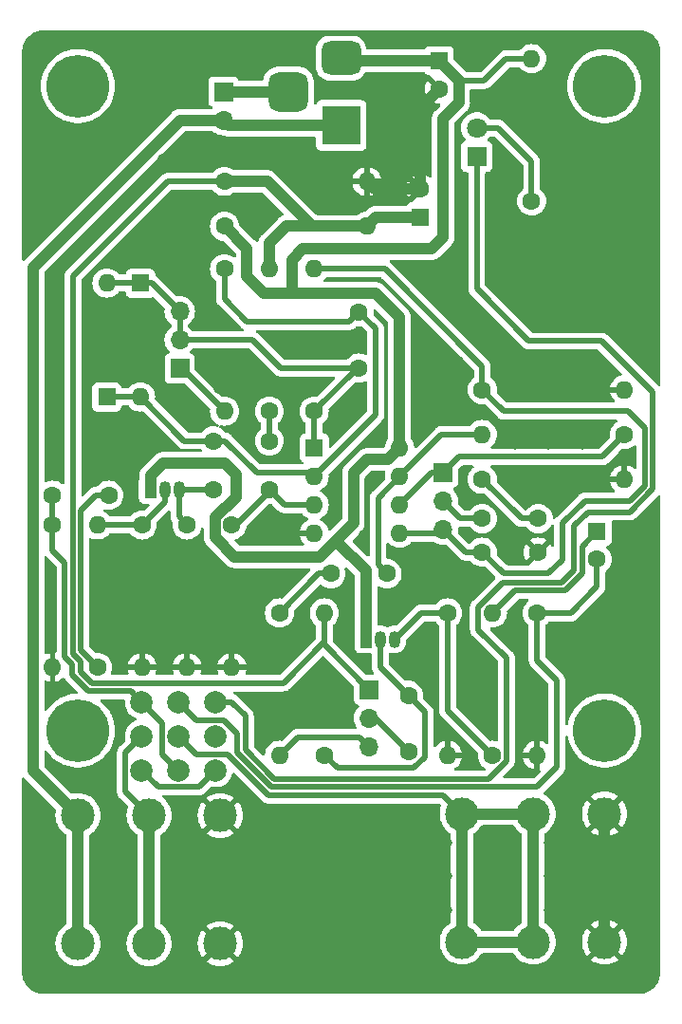
<source format=gbr>
%TF.GenerationSoftware,KiCad,Pcbnew,7.0.7*%
%TF.CreationDate,2024-01-22T02:15:57+01:00*%
%TF.ProjectId,Overdrive,4f766572-6472-4697-9665-2e6b69636164,rev?*%
%TF.SameCoordinates,Original*%
%TF.FileFunction,Copper,L1,Top*%
%TF.FilePolarity,Positive*%
%FSLAX46Y46*%
G04 Gerber Fmt 4.6, Leading zero omitted, Abs format (unit mm)*
G04 Created by KiCad (PCBNEW 7.0.7) date 2024-01-22 02:15:57*
%MOMM*%
%LPD*%
G01*
G04 APERTURE LIST*
G04 Aperture macros list*
%AMRoundRect*
0 Rectangle with rounded corners*
0 $1 Rounding radius*
0 $2 $3 $4 $5 $6 $7 $8 $9 X,Y pos of 4 corners*
0 Add a 4 corners polygon primitive as box body*
4,1,4,$2,$3,$4,$5,$6,$7,$8,$9,$2,$3,0*
0 Add four circle primitives for the rounded corners*
1,1,$1+$1,$2,$3*
1,1,$1+$1,$4,$5*
1,1,$1+$1,$6,$7*
1,1,$1+$1,$8,$9*
0 Add four rect primitives between the rounded corners*
20,1,$1+$1,$2,$3,$4,$5,0*
20,1,$1+$1,$4,$5,$6,$7,0*
20,1,$1+$1,$6,$7,$8,$9,0*
20,1,$1+$1,$8,$9,$2,$3,0*%
G04 Aperture macros list end*
%TA.AperFunction,ComponentPad*%
%ADD10C,1.600000*%
%TD*%
%TA.AperFunction,ComponentPad*%
%ADD11C,5.600000*%
%TD*%
%TA.AperFunction,ComponentPad*%
%ADD12O,1.600000X1.600000*%
%TD*%
%TA.AperFunction,ComponentPad*%
%ADD13R,3.500000X3.500000*%
%TD*%
%TA.AperFunction,ComponentPad*%
%ADD14RoundRect,0.750000X-1.000000X0.750000X-1.000000X-0.750000X1.000000X-0.750000X1.000000X0.750000X0*%
%TD*%
%TA.AperFunction,ComponentPad*%
%ADD15RoundRect,0.875000X-0.875000X0.875000X-0.875000X-0.875000X0.875000X-0.875000X0.875000X0.875000X0*%
%TD*%
%TA.AperFunction,ComponentPad*%
%ADD16R,1.700000X1.700000*%
%TD*%
%TA.AperFunction,ComponentPad*%
%ADD17O,1.700000X1.700000*%
%TD*%
%TA.AperFunction,ComponentPad*%
%ADD18R,1.600000X1.600000*%
%TD*%
%TA.AperFunction,ComponentPad*%
%ADD19R,1.050000X1.500000*%
%TD*%
%TA.AperFunction,ComponentPad*%
%ADD20O,1.050000X1.500000*%
%TD*%
%TA.AperFunction,ComponentPad*%
%ADD21R,1.800000X1.800000*%
%TD*%
%TA.AperFunction,ComponentPad*%
%ADD22C,1.800000*%
%TD*%
%TA.AperFunction,ComponentPad*%
%ADD23C,3.000000*%
%TD*%
%TA.AperFunction,ComponentPad*%
%ADD24C,2.000000*%
%TD*%
%TA.AperFunction,ViaPad*%
%ADD25C,0.800000*%
%TD*%
%TA.AperFunction,Conductor*%
%ADD26C,0.250000*%
%TD*%
%TA.AperFunction,Conductor*%
%ADD27C,1.000000*%
%TD*%
%TA.AperFunction,Conductor*%
%ADD28C,0.500000*%
%TD*%
G04 APERTURE END LIST*
D10*
%TO.P,C1,1*%
%TO.N,Net-(D1-K)*%
X106095000Y-104150000D03*
%TO.P,C1,2*%
%TO.N,Net-(C1-Pad2)*%
X111095000Y-104150000D03*
%TD*%
D11*
%TO.P,J4,1,Pin_1*%
%TO.N,unconnected-(J4-Pin_1-Pad1)*%
X94000000Y-72500000D03*
%TD*%
D10*
%TO.P,R19,1*%
%TO.N,Net-(D3-A)*%
X134500000Y-82750000D03*
D12*
%TO.P,R19,2*%
%TO.N,+9V*%
X134500000Y-70050000D03*
%TD*%
D10*
%TO.P,C3,1*%
%TO.N,Net-(C3-Pad1)*%
X123500000Y-131850000D03*
%TO.P,C3,2*%
%TO.N,Net-(Q1-B)*%
X123500000Y-126850000D03*
%TD*%
%TO.P,C9,1*%
%TO.N,Net-(Q2-E)*%
X106095000Y-108500000D03*
%TO.P,C9,2*%
%TO.N,Net-(U1A-+)*%
X111095000Y-108500000D03*
%TD*%
D11*
%TO.P,J6,1,Pin_1*%
%TO.N,unconnected-(J6-Pin_1-Pad1)*%
X94000000Y-130000000D03*
%TD*%
D13*
%TO.P,J2,1*%
%TO.N,Net-(BT1--)*%
X117500000Y-76000000D03*
D14*
%TO.P,J2,2*%
%TO.N,+9V*%
X117500000Y-70000000D03*
D15*
%TO.P,J2,3*%
%TO.N,Net-(BT1-+)*%
X112800000Y-73000000D03*
%TD*%
D16*
%TO.P,RV1,1,1*%
%TO.N,Net-(U1B--)*%
X126595000Y-107000000D03*
D17*
%TO.P,RV1,2,2*%
%TO.N,Net-(C12-Pad1)*%
X126595000Y-109540000D03*
%TO.P,RV1,3,3*%
%TO.N,Net-(U1B-+)*%
X126595000Y-112080000D03*
%TD*%
D10*
%TO.P,C8,1*%
%TO.N,Net-(C8-Pad1)*%
X91745000Y-109000000D03*
%TO.P,C8,2*%
%TO.N,Net-(C8-Pad2)*%
X96745000Y-109000000D03*
%TD*%
D18*
%TO.P,C11,1*%
%TO.N,+4V*%
X124595000Y-84182379D03*
D10*
%TO.P,C11,2*%
%TO.N,GND*%
X124595000Y-81682379D03*
%TD*%
D16*
%TO.P,RV3,1,1*%
%TO.N,+4V*%
X120000000Y-126350000D03*
D17*
%TO.P,RV3,2,2*%
%TO.N,Net-(C3-Pad1)*%
X120000000Y-128890000D03*
%TO.P,RV3,3,3*%
%TO.N,Net-(R5-Pad2)*%
X120000000Y-131430000D03*
%TD*%
D10*
%TO.P,R8,1*%
%TO.N,Net-(D1-A)*%
X115095000Y-101500000D03*
D12*
%TO.P,R8,2*%
%TO.N,Net-(U1B-+)*%
X115095000Y-88800000D03*
%TD*%
D10*
%TO.P,C2,1*%
%TO.N,Net-(U1B-+)*%
X130095000Y-114080000D03*
%TO.P,C2,2*%
%TO.N,GND*%
X135095000Y-114080000D03*
%TD*%
D19*
%TO.P,Q2,1,C*%
%TO.N,+9V*%
X100475000Y-108500000D03*
D20*
%TO.P,Q2,2,B*%
%TO.N,Net-(Q2-B)*%
X101745000Y-108500000D03*
%TO.P,Q2,3,E*%
%TO.N,Net-(Q2-E)*%
X103015000Y-108500000D03*
%TD*%
D21*
%TO.P,D3,1,K*%
%TO.N,Net-(D3-K)*%
X129595000Y-78775000D03*
D22*
%TO.P,D3,2,A*%
%TO.N,Net-(D3-A)*%
X129595000Y-76235000D03*
%TD*%
D10*
%TO.P,R7,1*%
%TO.N,Net-(Q1-E)*%
X131000000Y-132200000D03*
D12*
%TO.P,R7,2*%
%TO.N,Net-(C5-Pad1)*%
X131000000Y-119500000D03*
%TD*%
D10*
%TO.P,R11,1*%
%TO.N,Net-(U1B-+)*%
X130095000Y-99580000D03*
D12*
%TO.P,R11,2*%
%TO.N,GND*%
X142795000Y-99580000D03*
%TD*%
D10*
%TO.P,R6,1*%
%TO.N,Net-(Q1-B)*%
X116000000Y-132200000D03*
D12*
%TO.P,R6,2*%
%TO.N,+4V*%
X116000000Y-119500000D03*
%TD*%
D18*
%TO.P,C5,1*%
%TO.N,Net-(C5-Pad1)*%
X140345000Y-112217621D03*
D10*
%TO.P,C5,2*%
%TO.N,Net-(C5-Pad2)*%
X140345000Y-114717621D03*
%TD*%
D23*
%TO.P,J1,R*%
%TO.N,Net-(J1-PadR)*%
X100350000Y-149000000D03*
%TO.P,J1,RN*%
X100350000Y-137570000D03*
%TO.P,J1,S*%
%TO.N,Net-(BT1--)*%
X94000000Y-149000000D03*
%TO.P,J1,SN*%
X94000000Y-137570000D03*
%TO.P,J1,T*%
%TO.N,GND*%
X106700000Y-149000000D03*
%TO.P,J1,TN*%
X106700000Y-137570000D03*
%TD*%
D10*
%TO.P,C6,1*%
%TO.N,Net-(D1-K)*%
X119095000Y-92650000D03*
%TO.P,C6,2*%
%TO.N,Net-(D1-A)*%
X119095000Y-97650000D03*
%TD*%
%TO.P,R1,1*%
%TO.N,Net-(U1B--)*%
X142795000Y-103580000D03*
D12*
%TO.P,R1,2*%
%TO.N,Net-(C4-Pad1)*%
X130095000Y-103580000D03*
%TD*%
D10*
%TO.P,R14,1*%
%TO.N,Net-(Q2-B)*%
X99745000Y-111650000D03*
D12*
%TO.P,R14,2*%
%TO.N,GND*%
X99745000Y-124350000D03*
%TD*%
D10*
%TO.P,C4,1*%
%TO.N,Net-(C4-Pad1)*%
X121595000Y-116000000D03*
%TO.P,C4,2*%
%TO.N,Net-(C4-Pad2)*%
X116595000Y-116000000D03*
%TD*%
D11*
%TO.P,J7,1,Pin_1*%
%TO.N,unconnected-(J7-Pin_1-Pad1)*%
X141000000Y-130000000D03*
%TD*%
D18*
%TO.P,D2,1,K*%
%TO.N,Net-(D1-A)*%
X99595000Y-90070000D03*
D12*
%TO.P,D2,2,A*%
%TO.N,Net-(D1-K)*%
X99595000Y-100230000D03*
%TD*%
D16*
%TO.P,BT1,1,+*%
%TO.N,Net-(BT1-+)*%
X107000000Y-73000000D03*
D17*
%TO.P,BT1,2,-*%
%TO.N,Net-(BT1--)*%
X107000000Y-75540000D03*
%TD*%
D10*
%TO.P,R5,1*%
%TO.N,Net-(C4-Pad2)*%
X112000000Y-119500000D03*
D12*
%TO.P,R5,2*%
%TO.N,Net-(R5-Pad2)*%
X112000000Y-132200000D03*
%TD*%
D24*
%TO.P,SW1,1*%
%TO.N,Net-(C8-Pad1)*%
X99698000Y-127452000D03*
%TO.P,SW1,2*%
%TO.N,Net-(J1-PadR)*%
X99698000Y-130500000D03*
%TO.P,SW1,3*%
%TO.N,Net-(SW1-Pad3)*%
X99698000Y-133548000D03*
%TO.P,SW1,4*%
%TO.N,Net-(C5-Pad2)*%
X103000000Y-127452000D03*
%TO.P,SW1,5*%
%TO.N,Net-(J3-PadR)*%
X103000000Y-130500000D03*
%TO.P,SW1,6*%
%TO.N,Net-(C8-Pad1)*%
X103000000Y-133548000D03*
%TO.P,SW1,7*%
%TO.N,Net-(D3-K)*%
X106302000Y-127452000D03*
%TO.P,SW1,8*%
%TO.N,GND*%
X106302000Y-130500000D03*
%TO.P,SW1,9*%
%TO.N,Net-(SW1-Pad3)*%
X106302000Y-133548000D03*
%TD*%
D10*
%TO.P,R12,1*%
%TO.N,Net-(C8-Pad2)*%
X95745000Y-124350000D03*
D12*
%TO.P,R12,2*%
%TO.N,Net-(Q2-B)*%
X95745000Y-111650000D03*
%TD*%
D10*
%TO.P,R10,1*%
%TO.N,Net-(C5-Pad2)*%
X135000000Y-119500000D03*
D12*
%TO.P,R10,2*%
%TO.N,GND*%
X135000000Y-132200000D03*
%TD*%
D19*
%TO.P,Q1,1,C*%
%TO.N,+9V*%
X119730000Y-121850000D03*
D20*
%TO.P,Q1,2,B*%
%TO.N,Net-(Q1-B)*%
X121000000Y-121850000D03*
%TO.P,Q1,3,E*%
%TO.N,Net-(Q1-E)*%
X122270000Y-121850000D03*
%TD*%
D10*
%TO.P,R17,1*%
%TO.N,Net-(U1A-+)*%
X107745000Y-111650000D03*
D12*
%TO.P,R17,2*%
%TO.N,GND*%
X107745000Y-124350000D03*
%TD*%
D10*
%TO.P,R15,1*%
%TO.N,+9V*%
X107095000Y-85000000D03*
D12*
%TO.P,R15,2*%
%TO.N,+4V*%
X119795000Y-85000000D03*
%TD*%
D10*
%TO.P,R13,1*%
%TO.N,Net-(C8-Pad1)*%
X91745000Y-111650000D03*
D12*
%TO.P,R13,2*%
%TO.N,GND*%
X91745000Y-124350000D03*
%TD*%
D10*
%TO.P,C12,1*%
%TO.N,Net-(C12-Pad1)*%
X130095000Y-111080000D03*
%TO.P,C12,2*%
%TO.N,Net-(C12-Pad2)*%
X135095000Y-111080000D03*
%TD*%
%TO.P,R3,1*%
%TO.N,Net-(C12-Pad2)*%
X130095000Y-107580000D03*
D12*
%TO.P,R3,2*%
%TO.N,GND*%
X142795000Y-107580000D03*
%TD*%
D10*
%TO.P,R18,1*%
%TO.N,+4V*%
X107095000Y-81000000D03*
D12*
%TO.P,R18,2*%
%TO.N,GND*%
X119795000Y-81000000D03*
%TD*%
D11*
%TO.P,J5,1,Pin_1*%
%TO.N,unconnected-(J5-Pin_1-Pad1)*%
X141000000Y-72500000D03*
%TD*%
D10*
%TO.P,R9,1*%
%TO.N,Net-(Q1-E)*%
X127000000Y-119500000D03*
D12*
%TO.P,R9,2*%
%TO.N,GND*%
X127000000Y-132200000D03*
%TD*%
D10*
%TO.P,R2,1*%
%TO.N,Net-(C1-Pad2)*%
X111095000Y-101500000D03*
D12*
%TO.P,R2,2*%
%TO.N,+4V*%
X111095000Y-88800000D03*
%TD*%
D18*
%TO.P,C10,1*%
%TO.N,+9V*%
X126250000Y-70250000D03*
D10*
%TO.P,C10,2*%
%TO.N,GND*%
X126250000Y-72750000D03*
%TD*%
%TO.P,R4,1*%
%TO.N,Net-(D1-K)*%
X107095000Y-88800000D03*
D12*
%TO.P,R4,2*%
%TO.N,Net-(R4-Pad2)*%
X107095000Y-101500000D03*
%TD*%
D18*
%TO.P,D1,1,K*%
%TO.N,Net-(D1-K)*%
X96595000Y-100230000D03*
D12*
%TO.P,D1,2,A*%
%TO.N,Net-(D1-A)*%
X96595000Y-90070000D03*
%TD*%
D16*
%TO.P,RV2,1,1*%
%TO.N,Net-(R4-Pad2)*%
X103095000Y-97690000D03*
D17*
%TO.P,RV2,2,2*%
%TO.N,Net-(D1-A)*%
X103095000Y-95150000D03*
%TO.P,RV2,3,3*%
X103095000Y-92610000D03*
%TD*%
D18*
%TO.P,U1,1*%
%TO.N,Net-(D1-A)*%
X115095000Y-104770000D03*
D12*
%TO.P,U1,2,-*%
%TO.N,Net-(D1-K)*%
X115095000Y-107310000D03*
%TO.P,U1,3,+*%
%TO.N,Net-(U1A-+)*%
X115095000Y-109850000D03*
%TO.P,U1,4,V-*%
%TO.N,GND*%
X115095000Y-112390000D03*
%TO.P,U1,5,+*%
%TO.N,Net-(U1B-+)*%
X122715000Y-112390000D03*
%TO.P,U1,6,-*%
%TO.N,Net-(U1B--)*%
X122715000Y-109850000D03*
%TO.P,U1,7*%
%TO.N,Net-(C4-Pad1)*%
X122715000Y-107310000D03*
%TO.P,U1,8,V+*%
%TO.N,+9V*%
X122715000Y-104770000D03*
%TD*%
D10*
%TO.P,R16,1*%
%TO.N,Net-(Q2-E)*%
X103745000Y-111650000D03*
D12*
%TO.P,R16,2*%
%TO.N,GND*%
X103745000Y-124350000D03*
%TD*%
D23*
%TO.P,J3,R*%
%TO.N,Net-(J3-PadR)*%
X134650000Y-137430000D03*
%TO.P,J3,RN*%
X134650000Y-148860000D03*
%TO.P,J3,S*%
%TO.N,GND*%
X141000000Y-137430000D03*
%TO.P,J3,SN*%
X141000000Y-148860000D03*
%TO.P,J3,T*%
%TO.N,Net-(J3-PadR)*%
X128300000Y-137430000D03*
%TO.P,J3,TN*%
X128300000Y-148860000D03*
%TD*%
D25*
%TO.N,GND*%
X91500000Y-120500000D03*
X92500000Y-84000000D03*
X95500000Y-81000000D03*
X92500000Y-81000000D03*
X104500000Y-72000000D03*
X111500000Y-69000000D03*
X108000000Y-69000000D03*
X104500000Y-69000000D03*
X101500000Y-69000000D03*
X98500000Y-69000000D03*
X92500000Y-78000000D03*
X95500000Y-78000000D03*
X124000000Y-137000000D03*
X115000000Y-126500000D03*
X137000000Y-82000000D03*
X143000000Y-79000000D03*
X144500000Y-113000000D03*
X118000000Y-143000000D03*
X124000000Y-149000000D03*
X109000000Y-117500000D03*
X138500000Y-122000000D03*
X101500000Y-87000000D03*
X136000000Y-140000000D03*
X137000000Y-76000000D03*
X97000000Y-140000000D03*
X131000000Y-73000000D03*
X91000000Y-152000000D03*
X97000000Y-120500000D03*
X106000000Y-152000000D03*
X137000000Y-79000000D03*
X131000000Y-88000000D03*
X134000000Y-91000000D03*
X136000000Y-146000000D03*
X137000000Y-88000000D03*
X118000000Y-140000000D03*
X125000000Y-100000000D03*
X121000000Y-152000000D03*
X109000000Y-96500000D03*
X133000000Y-143000000D03*
X100000000Y-120500000D03*
X133000000Y-104500000D03*
X100000000Y-114500000D03*
X112000000Y-152000000D03*
X124000000Y-143000000D03*
X115000000Y-149000000D03*
X144500000Y-116000000D03*
X106000000Y-117500000D03*
X118000000Y-137000000D03*
X139045931Y-140032175D03*
X117000000Y-79000000D03*
X91000000Y-137000000D03*
X143000000Y-94000000D03*
X98500000Y-72000000D03*
X144500000Y-149000000D03*
X119500000Y-112500000D03*
X109000000Y-102000000D03*
X128000000Y-88000000D03*
X114000000Y-79000000D03*
X136000000Y-107500000D03*
X115000000Y-152000000D03*
X104500000Y-79000000D03*
X112000000Y-149000000D03*
X137000000Y-91000000D03*
X144500000Y-146000000D03*
X134000000Y-76000000D03*
X103000000Y-152000000D03*
X103000000Y-140000000D03*
X133045931Y-140032175D03*
X144500000Y-152000000D03*
X97000000Y-137000000D03*
X108000000Y-79000000D03*
X134000000Y-125000000D03*
X130000000Y-146000000D03*
X144500000Y-122000000D03*
X98500000Y-87000000D03*
X127000000Y-143000000D03*
X133000000Y-100000000D03*
X103000000Y-117500000D03*
X122500000Y-117500000D03*
X109000000Y-120500000D03*
X140000000Y-85000000D03*
X131000000Y-85000000D03*
X134000000Y-88000000D03*
X95545931Y-93532175D03*
X94500000Y-134500000D03*
X91000000Y-149000000D03*
X144500000Y-128000000D03*
X124000000Y-140000000D03*
X115000000Y-96500000D03*
X98500000Y-102500000D03*
X141500000Y-125000000D03*
X112000000Y-99500000D03*
X109000000Y-152000000D03*
X101500000Y-84000000D03*
X127045931Y-140032175D03*
X144500000Y-125000000D03*
X133000000Y-107500000D03*
X94000000Y-152000000D03*
X143000000Y-85000000D03*
X97000000Y-117500000D03*
X95500000Y-105500000D03*
X142000000Y-143000000D03*
X139000000Y-104500000D03*
X109000000Y-143000000D03*
X103000000Y-137000000D03*
X136000000Y-104500000D03*
X144500000Y-119000000D03*
X125500000Y-122000000D03*
X118000000Y-149000000D03*
X128000000Y-100000000D03*
X130000000Y-143000000D03*
X121000000Y-146000000D03*
X98500000Y-93500000D03*
X139000000Y-146000000D03*
X103000000Y-143000000D03*
X128500000Y-122000000D03*
X103000000Y-146000000D03*
X137000000Y-85000000D03*
X101500000Y-79000000D03*
X101500000Y-72000000D03*
X91000000Y-140000000D03*
X106500000Y-99500000D03*
X114000000Y-82000000D03*
X139000000Y-143000000D03*
X115000000Y-137000000D03*
X103000000Y-120500000D03*
X112000000Y-143000000D03*
X118000000Y-146000000D03*
X141545931Y-122032175D03*
X143000000Y-91000000D03*
X109000000Y-99500000D03*
X130000000Y-152000000D03*
X141500000Y-119000000D03*
X128000000Y-82000000D03*
X140000000Y-88000000D03*
X125500000Y-117500000D03*
X112000000Y-146000000D03*
X106000000Y-114500000D03*
X142000000Y-146000000D03*
X143000000Y-82000000D03*
X142000000Y-140000000D03*
X106000000Y-140000000D03*
X115045931Y-140032175D03*
X97000000Y-114500000D03*
X106500000Y-96500000D03*
X111000000Y-79000000D03*
X122500000Y-114500000D03*
X144500000Y-131000000D03*
X140000000Y-82000000D03*
X128500000Y-117500000D03*
X117000000Y-82000000D03*
X115000000Y-146000000D03*
X112000000Y-129500000D03*
X128000000Y-97000000D03*
X128500000Y-125000000D03*
X115000000Y-143000000D03*
X95500000Y-102500000D03*
X98545931Y-75032175D03*
X109000000Y-146000000D03*
X91000000Y-146000000D03*
X144500000Y-134000000D03*
X139000000Y-100000000D03*
X121000000Y-137000000D03*
X103000000Y-114500000D03*
X127000000Y-146000000D03*
X97000000Y-146000000D03*
X91000000Y-143000000D03*
X117000000Y-109000000D03*
X121045931Y-140032175D03*
X125000000Y-97000000D03*
X112000000Y-137000000D03*
X131000000Y-82000000D03*
X136000000Y-152000000D03*
X125500000Y-125000000D03*
X104500000Y-87000000D03*
X97000000Y-143000000D03*
X128000000Y-91000000D03*
X133000000Y-97000000D03*
X106000000Y-146000000D03*
X140000000Y-79000000D03*
X140000000Y-91000000D03*
X109000000Y-140000000D03*
X136000000Y-143000000D03*
X139000000Y-152000000D03*
X133000000Y-152000000D03*
X142000000Y-152000000D03*
X104500000Y-84000000D03*
X104500000Y-90000000D03*
X134000000Y-128000000D03*
X138500000Y-125000000D03*
X136000000Y-100000000D03*
X144500000Y-143000000D03*
X121000000Y-143000000D03*
X100000000Y-152000000D03*
X100000000Y-117500000D03*
X106000000Y-143000000D03*
X106000000Y-120500000D03*
X130000000Y-140000000D03*
X97000000Y-149000000D03*
X128000000Y-85000000D03*
X136000000Y-97000000D03*
X98500000Y-105500000D03*
X98500000Y-96500000D03*
X125500000Y-114500000D03*
X95500000Y-96500000D03*
X143000000Y-88000000D03*
X144545931Y-140032175D03*
X119000000Y-99500000D03*
X97000000Y-152000000D03*
X101500000Y-75000000D03*
X134000000Y-85000000D03*
X124000000Y-146000000D03*
X133000000Y-146000000D03*
X103000000Y-149000000D03*
X112000000Y-140000000D03*
X98500000Y-78000000D03*
X124000000Y-152000000D03*
X139000000Y-107500000D03*
X139000000Y-97000000D03*
X144500000Y-137000000D03*
X118000000Y-152000000D03*
X121000000Y-149000000D03*
X127000000Y-152000000D03*
X112000000Y-123500000D03*
X134000000Y-73000000D03*
%TD*%
D26*
%TO.N,GND*%
X139420000Y-99580000D02*
X139000000Y-100000000D01*
X142795000Y-99580000D02*
X139420000Y-99580000D01*
X91745000Y-120745000D02*
X91500000Y-120500000D01*
X91745000Y-124350000D02*
X91745000Y-120745000D01*
D27*
%TO.N,+9V*%
X120595000Y-91000000D02*
X122715000Y-93120000D01*
X126595000Y-86000000D02*
X126595000Y-75405000D01*
X109095000Y-89500000D02*
X109095000Y-87000000D01*
X108095000Y-109150000D02*
X106245000Y-111000000D01*
X126250000Y-70250000D02*
X117750000Y-70250000D01*
X118595000Y-111500000D02*
X118595000Y-107000000D01*
X108000000Y-114500000D02*
X115595000Y-114500000D01*
X128000000Y-74000000D02*
X128000000Y-72000000D01*
X118595000Y-107000000D02*
X119785000Y-105810000D01*
X114095000Y-91000000D02*
X110595000Y-91000000D01*
X113095000Y-88000000D02*
X114095000Y-87000000D01*
X115595000Y-114500000D02*
X117047500Y-113047500D01*
X106245000Y-111000000D02*
X106245000Y-112745000D01*
D28*
X134500000Y-70050000D02*
X132200000Y-70050000D01*
D27*
X109095000Y-87000000D02*
X107095000Y-85000000D01*
X121675000Y-105810000D02*
X122715000Y-104770000D01*
X122715000Y-93120000D02*
X122715000Y-104770000D01*
X114095000Y-91000000D02*
X120595000Y-91000000D01*
X119730000Y-115730000D02*
X119730000Y-121850000D01*
D28*
X132200000Y-70050000D02*
X130250000Y-72000000D01*
D27*
X100475000Y-108500000D02*
X100475000Y-107270000D01*
X117750000Y-70250000D02*
X117500000Y-70000000D01*
X101595000Y-106150000D02*
X107095000Y-106150000D01*
X117047500Y-113047500D02*
X118595000Y-111500000D01*
X100475000Y-107270000D02*
X101595000Y-106150000D01*
X107095000Y-106150000D02*
X108095000Y-107150000D01*
X106245000Y-112745000D02*
X108000000Y-114500000D01*
X108095000Y-107150000D02*
X108095000Y-109150000D01*
X113095000Y-91000000D02*
X113095000Y-88000000D01*
X114095000Y-87000000D02*
X125595000Y-87000000D01*
X119785000Y-105810000D02*
X121675000Y-105810000D01*
X114095000Y-91000000D02*
X113095000Y-91000000D01*
D28*
X130250000Y-72000000D02*
X128000000Y-72000000D01*
D27*
X110595000Y-91000000D02*
X109095000Y-89500000D01*
X126595000Y-75405000D02*
X128000000Y-74000000D01*
X117047500Y-113047500D02*
X119730000Y-115730000D01*
X128000000Y-72000000D02*
X126250000Y-70250000D01*
X125595000Y-87000000D02*
X126595000Y-86000000D01*
%TO.N,Net-(BT1--)*%
X94000000Y-149000000D02*
X94000000Y-137570000D01*
X117500000Y-76000000D02*
X107460000Y-76000000D01*
X90000000Y-133570000D02*
X94000000Y-137570000D01*
X107460000Y-76000000D02*
X107000000Y-75540000D01*
X107000000Y-75540000D02*
X103120000Y-75540000D01*
X90000000Y-88660000D02*
X90000000Y-133570000D01*
X103120000Y-75540000D02*
X90000000Y-88660000D01*
D28*
%TO.N,Net-(D1-K)*%
X118245000Y-93500000D02*
X109095000Y-93500000D01*
X110000000Y-107000000D02*
X107150000Y-104150000D01*
X119095000Y-92650000D02*
X118245000Y-93500000D01*
X120595000Y-94150000D02*
X120595000Y-101810000D01*
X103515000Y-104150000D02*
X99595000Y-100230000D01*
X109095000Y-93500000D02*
X107095000Y-91500000D01*
X99595000Y-100230000D02*
X96595000Y-100230000D01*
X114785000Y-107000000D02*
X110000000Y-107000000D01*
X120595000Y-101810000D02*
X115095000Y-107310000D01*
X107095000Y-91500000D02*
X107095000Y-88800000D01*
X106095000Y-104150000D02*
X103515000Y-104150000D01*
X107150000Y-104150000D02*
X106095000Y-104150000D01*
X115095000Y-107310000D02*
X114785000Y-107000000D01*
X119095000Y-92650000D02*
X120595000Y-94150000D01*
%TO.N,Net-(C1-Pad2)*%
X111095000Y-101500000D02*
X111095000Y-104150000D01*
%TO.N,Net-(U1B-+)*%
X144595000Y-108150000D02*
X144595000Y-103000000D01*
X139250000Y-109500000D02*
X143245000Y-109500000D01*
X122715000Y-112390000D02*
X126285000Y-112390000D01*
X136000000Y-116000000D02*
X137250000Y-114750000D01*
X130095000Y-114080000D02*
X132015000Y-116000000D01*
X130095000Y-114080000D02*
X128595000Y-114080000D01*
X126285000Y-112390000D02*
X126595000Y-112080000D01*
X144595000Y-103000000D02*
X143095000Y-101500000D01*
X137250000Y-114750000D02*
X137250000Y-111500000D01*
X132015000Y-116000000D02*
X136000000Y-116000000D01*
X143095000Y-101500000D02*
X132015000Y-101500000D01*
X128595000Y-114080000D02*
X126595000Y-112080000D01*
X130095000Y-97500000D02*
X121395000Y-88800000D01*
X137250000Y-111500000D02*
X139250000Y-109500000D01*
X121395000Y-88800000D02*
X115095000Y-88800000D01*
X132015000Y-101500000D02*
X130095000Y-99580000D01*
X130095000Y-99580000D02*
X130095000Y-97500000D01*
X143245000Y-109500000D02*
X144595000Y-108150000D01*
D27*
%TO.N,GND*%
X126250000Y-72750000D02*
X124595000Y-74405000D01*
X124595000Y-74405000D02*
X124595000Y-81682379D01*
X141000000Y-137430000D02*
X141000000Y-148860000D01*
X120477379Y-81682379D02*
X119795000Y-81000000D01*
X124595000Y-81682379D02*
X120477379Y-81682379D01*
D28*
%TO.N,Net-(C3-Pad1)*%
X120540000Y-128890000D02*
X123500000Y-131850000D01*
X120000000Y-128890000D02*
X120540000Y-128890000D01*
%TO.N,Net-(Q1-B)*%
X121000000Y-124350000D02*
X123500000Y-126850000D01*
X116000000Y-132200000D02*
X117150000Y-133350000D01*
X124000000Y-133350000D02*
X125000000Y-132350000D01*
X121000000Y-121850000D02*
X121000000Y-124350000D01*
X125000000Y-128350000D02*
X123500000Y-126850000D01*
X125000000Y-132350000D02*
X125000000Y-128350000D01*
X117150000Y-133350000D02*
X124000000Y-133350000D01*
%TO.N,Net-(C4-Pad1)*%
X120795001Y-115200001D02*
X120795001Y-109229999D01*
X122715000Y-107310000D02*
X126445000Y-103580000D01*
X121595000Y-116000000D02*
X120795001Y-115200001D01*
X120795001Y-109229999D02*
X122715000Y-107310000D01*
X126445000Y-103580000D02*
X130095000Y-103580000D01*
%TO.N,Net-(C4-Pad2)*%
X115500000Y-116000000D02*
X116595000Y-116000000D01*
X112000000Y-119500000D02*
X115500000Y-116000000D01*
%TO.N,Net-(C5-Pad1)*%
X137500000Y-117500000D02*
X133000000Y-117500000D01*
X140345000Y-112217621D02*
X139000000Y-113562621D01*
X139000000Y-116000000D02*
X137500000Y-117500000D01*
X139000000Y-113562621D02*
X139000000Y-116000000D01*
X133000000Y-117500000D02*
X131000000Y-119500000D01*
%TO.N,Net-(C5-Pad2)*%
X108250000Y-130250000D02*
X108250000Y-132000000D01*
X104598000Y-129050000D02*
X107050000Y-129050000D01*
X136750000Y-125500000D02*
X135000000Y-123750000D01*
X107050000Y-129050000D02*
X108250000Y-130250000D01*
X135000000Y-135000000D02*
X136750000Y-133250000D01*
X136750000Y-133250000D02*
X136750000Y-125500000D01*
X111250000Y-135000000D02*
X135000000Y-135000000D01*
X138000000Y-119500000D02*
X140345000Y-117155000D01*
X135000000Y-119500000D02*
X138000000Y-119500000D01*
X140345000Y-117155000D02*
X140345000Y-114717621D01*
X103000000Y-127452000D02*
X104598000Y-129050000D01*
X108250000Y-132000000D02*
X111250000Y-135000000D01*
X135000000Y-123750000D02*
X135000000Y-119500000D01*
%TO.N,Net-(D1-A)*%
X119095000Y-97650000D02*
X112095000Y-97650000D01*
X99595000Y-90070000D02*
X100555000Y-90070000D01*
X118945000Y-97650000D02*
X119095000Y-97650000D01*
X112095000Y-97650000D02*
X109595000Y-95150000D01*
X115095000Y-101500000D02*
X118945000Y-97650000D01*
X103095000Y-92610000D02*
X103095000Y-95150000D01*
X109595000Y-95150000D02*
X103095000Y-95150000D01*
X100555000Y-90070000D02*
X103095000Y-92610000D01*
X115095000Y-104770000D02*
X115095000Y-101500000D01*
X96595000Y-90070000D02*
X99595000Y-90070000D01*
%TO.N,Net-(C8-Pad1)*%
X92845000Y-123429900D02*
X93500000Y-124084900D01*
X101550000Y-132098000D02*
X103000000Y-133548000D01*
X93500000Y-124989950D02*
X94962050Y-126452000D01*
X91745000Y-111650000D02*
X91745000Y-113900000D01*
X91745000Y-113900000D02*
X92845000Y-115000000D01*
X92845000Y-115000000D02*
X92845000Y-123429900D01*
X99698000Y-127452000D02*
X101550000Y-129304000D01*
X91745000Y-111650000D02*
X91745000Y-109000000D01*
X101550000Y-129304000D02*
X101550000Y-132098000D01*
X94962050Y-126452000D02*
X98698000Y-126452000D01*
X98698000Y-126452000D02*
X99698000Y-127452000D01*
X93500000Y-124084900D02*
X93500000Y-124989950D01*
%TO.N,Net-(C8-Pad2)*%
X96745000Y-109000000D02*
X95613630Y-109000000D01*
X94245000Y-110368630D02*
X94245000Y-122850000D01*
X94245000Y-122850000D02*
X95745000Y-124350000D01*
X95613630Y-109000000D02*
X94245000Y-110368630D01*
%TO.N,Net-(Q2-E)*%
X106245000Y-108500000D02*
X103015000Y-108500000D01*
X103015000Y-108500000D02*
X103015000Y-110920000D01*
X103015000Y-110920000D02*
X103745000Y-111650000D01*
%TO.N,Net-(U1A-+)*%
X115095000Y-109850000D02*
X112445000Y-109850000D01*
X112445000Y-109850000D02*
X111095000Y-108500000D01*
X108095000Y-111650000D02*
X111245000Y-108500000D01*
X107745000Y-111650000D02*
X108095000Y-111650000D01*
%TO.N,Net-(C12-Pad1)*%
X128135000Y-111080000D02*
X126595000Y-109540000D01*
X130095000Y-111080000D02*
X128135000Y-111080000D01*
%TO.N,Net-(C12-Pad2)*%
X135095000Y-111080000D02*
X133595000Y-111080000D01*
X133595000Y-111080000D02*
X130095000Y-107580000D01*
%TO.N,Net-(D3-K)*%
X143234950Y-110500000D02*
X145295000Y-108439950D01*
X145295000Y-99795000D02*
X140750000Y-95250000D01*
X140750000Y-95250000D02*
X134250000Y-95250000D01*
X138300000Y-111762621D02*
X139562621Y-110500000D01*
X111539950Y-134300000D02*
X130667767Y-134300000D01*
X137210050Y-116800000D02*
X138300000Y-115710050D01*
X139562621Y-110500000D02*
X143234950Y-110500000D01*
X132250000Y-132717767D02*
X132250000Y-123500000D01*
X108950000Y-131710050D02*
X111539950Y-134300000D01*
X145295000Y-108439950D02*
X145295000Y-99795000D01*
X129595000Y-90595000D02*
X129595000Y-78775000D01*
X131932233Y-116800000D02*
X137210050Y-116800000D01*
X129750000Y-118982233D02*
X131932233Y-116800000D01*
X132250000Y-123500000D02*
X129750000Y-121000000D01*
X106302000Y-127452000D02*
X107716213Y-127452000D01*
X107716213Y-127452000D02*
X108950000Y-128685787D01*
X129750000Y-121000000D02*
X129750000Y-118982233D01*
X108950000Y-128685787D02*
X108950000Y-131710050D01*
X138300000Y-115710050D02*
X138300000Y-111762621D01*
X134250000Y-95250000D02*
X129595000Y-90595000D01*
X130667767Y-134300000D02*
X132250000Y-132717767D01*
%TO.N,Net-(D3-A)*%
X131485000Y-76235000D02*
X134500000Y-79250000D01*
X134500000Y-79250000D02*
X134500000Y-82750000D01*
X129595000Y-76235000D02*
X131485000Y-76235000D01*
%TO.N,Net-(J3-PadR)*%
X104598000Y-132098000D02*
X107358050Y-132098000D01*
X107358050Y-132098000D02*
X111010050Y-135750000D01*
D27*
X134650000Y-137430000D02*
X134650000Y-148860000D01*
D28*
X111010050Y-135750000D02*
X126620000Y-135750000D01*
D27*
X128300000Y-148860000D02*
X128300000Y-137430000D01*
X128300000Y-137430000D02*
X134650000Y-137430000D01*
D28*
X103000000Y-130500000D02*
X104598000Y-132098000D01*
X126620000Y-135750000D02*
X128300000Y-137430000D01*
D27*
X134650000Y-148860000D02*
X128300000Y-148860000D01*
D28*
%TO.N,Net-(Q1-E)*%
X124620000Y-119500000D02*
X127000000Y-119500000D01*
X127000000Y-119500000D02*
X127000000Y-128200000D01*
X127000000Y-128200000D02*
X131000000Y-132200000D01*
X122270000Y-121850000D02*
X124620000Y-119500000D01*
%TO.N,Net-(Q2-B)*%
X101745000Y-109650000D02*
X101745000Y-108500000D01*
X95745000Y-111650000D02*
X99745000Y-111650000D01*
X99745000Y-111650000D02*
X101745000Y-109650000D01*
%TO.N,Net-(U1B--)*%
X128015000Y-105580000D02*
X140795000Y-105580000D01*
X126595000Y-107000000D02*
X128015000Y-105580000D01*
X140795000Y-105580000D02*
X142795000Y-103580000D01*
X122715000Y-109850000D02*
X125565000Y-107000000D01*
X125565000Y-107000000D02*
X126595000Y-107000000D01*
%TO.N,Net-(R4-Pad2)*%
X103285000Y-97690000D02*
X107095000Y-101500000D01*
X103095000Y-97690000D02*
X103285000Y-97690000D01*
%TO.N,Net-(R5-Pad2)*%
X119150000Y-130580000D02*
X120000000Y-131430000D01*
X112000000Y-132200000D02*
X113620000Y-130580000D01*
X113620000Y-130580000D02*
X119150000Y-130580000D01*
%TO.N,Net-(SW1-Pad3)*%
X99698000Y-133548000D02*
X101148000Y-134998000D01*
X101148000Y-134998000D02*
X104852000Y-134998000D01*
X104852000Y-134998000D02*
X106302000Y-133548000D01*
D27*
%TO.N,+4V*%
X114895000Y-85000000D02*
X112595000Y-85000000D01*
D28*
X94250000Y-124750000D02*
X95250000Y-125750000D01*
X94250000Y-123844950D02*
X94250000Y-124750000D01*
D27*
X124595000Y-84182379D02*
X120612621Y-84182379D01*
X119795000Y-85000000D02*
X115595000Y-85000000D01*
X111095000Y-86500000D02*
X111095000Y-88800000D01*
X114895000Y-85000000D02*
X110895000Y-81000000D01*
D28*
X102000000Y-81000000D02*
X93545000Y-89455000D01*
X107095000Y-81000000D02*
X102000000Y-81000000D01*
X116000000Y-119500000D02*
X116000000Y-122350000D01*
D27*
X112595000Y-85000000D02*
X111095000Y-86500000D01*
X120612621Y-84182379D02*
X119795000Y-85000000D01*
D28*
X95250000Y-125750000D02*
X112345000Y-125750000D01*
X116000000Y-122095000D02*
X116000000Y-119500000D01*
D27*
X110895000Y-81000000D02*
X107095000Y-81000000D01*
D28*
X93545000Y-89455000D02*
X93545000Y-123139950D01*
X116000000Y-122350000D02*
X120000000Y-126350000D01*
X112345000Y-125750000D02*
X116000000Y-122095000D01*
X93545000Y-123139950D02*
X94250000Y-123844950D01*
D27*
X115595000Y-85000000D02*
X114895000Y-85000000D01*
%TO.N,Net-(BT1-+)*%
X107000000Y-73000000D02*
X112800000Y-73000000D01*
D28*
%TO.N,Net-(J1-PadR)*%
X98248000Y-131950000D02*
X98248000Y-135468000D01*
X99698000Y-130500000D02*
X98248000Y-131950000D01*
X98248000Y-135468000D02*
X100350000Y-137570000D01*
D27*
X100350000Y-149000000D02*
X100350000Y-137570000D01*
%TD*%
%TA.AperFunction,Conductor*%
%TO.N,GND*%
G36*
X145936206Y-108988602D02*
G01*
X145985480Y-109038137D01*
X146000491Y-109097279D01*
X145999500Y-151497976D01*
X145999367Y-151502031D01*
X145994017Y-151583648D01*
X145981015Y-151765438D01*
X145979980Y-151773118D01*
X145956846Y-151889420D01*
X145925472Y-152033646D01*
X145923597Y-152040401D01*
X145889297Y-152141448D01*
X145883208Y-152159388D01*
X145883195Y-152159425D01*
X145833841Y-152291741D01*
X145831355Y-152297499D01*
X145774421Y-152412952D01*
X145707828Y-152534907D01*
X145704961Y-152539641D01*
X145633461Y-152646649D01*
X145631543Y-152649359D01*
X145549744Y-152758631D01*
X145546723Y-152762357D01*
X145461529Y-152859502D01*
X145458755Y-152862464D01*
X145362464Y-152958755D01*
X145359502Y-152961529D01*
X145262357Y-153046723D01*
X145258631Y-153049744D01*
X145149359Y-153131543D01*
X145146649Y-153133461D01*
X145039641Y-153204961D01*
X145034907Y-153207828D01*
X144912952Y-153274421D01*
X144797499Y-153331355D01*
X144791741Y-153333841D01*
X144670956Y-153378893D01*
X144659418Y-153383197D01*
X144540401Y-153423597D01*
X144533646Y-153425472D01*
X144389420Y-153456846D01*
X144273118Y-153479980D01*
X144265438Y-153481015D01*
X144083648Y-153494017D01*
X144032582Y-153497364D01*
X144002025Y-153499367D01*
X143997976Y-153499500D01*
X91002024Y-153499500D01*
X90997974Y-153499367D01*
X90959954Y-153496875D01*
X90916350Y-153494017D01*
X90734560Y-153481015D01*
X90726880Y-153479980D01*
X90610579Y-153456846D01*
X90466352Y-153425472D01*
X90459596Y-153423597D01*
X90427881Y-153412831D01*
X90340578Y-153383196D01*
X90305768Y-153370212D01*
X90208257Y-153333841D01*
X90202499Y-153331355D01*
X90087047Y-153274421D01*
X89965091Y-153207828D01*
X89960357Y-153204962D01*
X89853349Y-153133461D01*
X89850639Y-153131543D01*
X89810592Y-153101564D01*
X89741353Y-153049732D01*
X89737648Y-153046729D01*
X89640492Y-152961526D01*
X89637549Y-152958769D01*
X89541228Y-152862448D01*
X89538469Y-152859502D01*
X89505450Y-152821851D01*
X89453265Y-152762345D01*
X89450271Y-152758652D01*
X89368454Y-152649358D01*
X89366537Y-152646649D01*
X89295036Y-152539641D01*
X89292170Y-152534906D01*
X89225578Y-152412952D01*
X89168643Y-152297499D01*
X89166157Y-152291741D01*
X89153076Y-152256671D01*
X89116805Y-152159425D01*
X89076395Y-152040383D01*
X89074531Y-152033666D01*
X89043153Y-151889420D01*
X89038641Y-151866738D01*
X89020015Y-151773100D01*
X89018985Y-151765459D01*
X89005986Y-151583708D01*
X89002938Y-151537198D01*
X89000633Y-151502019D01*
X89000500Y-151497964D01*
X89000500Y-134283884D01*
X89020185Y-134216845D01*
X89072989Y-134171090D01*
X89142147Y-134161146D01*
X89205703Y-134190171D01*
X89220539Y-134205461D01*
X89231924Y-134216845D01*
X89263978Y-134248899D01*
X89267169Y-134252343D01*
X89307131Y-134298892D01*
X89307130Y-134298892D01*
X89334299Y-134319923D01*
X89340186Y-134325107D01*
X90713804Y-135698724D01*
X92017819Y-137002739D01*
X92051304Y-137064062D01*
X92051304Y-137116778D01*
X92014805Y-137284564D01*
X92014804Y-137284571D01*
X91994390Y-137569998D01*
X91994390Y-137570001D01*
X92014804Y-137855433D01*
X92075628Y-138135037D01*
X92075630Y-138135043D01*
X92075631Y-138135046D01*
X92175557Y-138402958D01*
X92175635Y-138403166D01*
X92312770Y-138654309D01*
X92312775Y-138654317D01*
X92484254Y-138883387D01*
X92484270Y-138883405D01*
X92686594Y-139085729D01*
X92686612Y-139085745D01*
X92915680Y-139257223D01*
X92915683Y-139257225D01*
X92915685Y-139257226D01*
X92934926Y-139267732D01*
X92984331Y-139317134D01*
X92999500Y-139376564D01*
X92999500Y-147193434D01*
X92979815Y-147260473D01*
X92934929Y-147302265D01*
X92915690Y-147312770D01*
X92915682Y-147312775D01*
X92686612Y-147484254D01*
X92686594Y-147484270D01*
X92484270Y-147686594D01*
X92484254Y-147686612D01*
X92312775Y-147915682D01*
X92312770Y-147915690D01*
X92175635Y-148166833D01*
X92075628Y-148434962D01*
X92014804Y-148714566D01*
X91994390Y-148999998D01*
X91994390Y-149000001D01*
X92014804Y-149285433D01*
X92075628Y-149565037D01*
X92075630Y-149565043D01*
X92075631Y-149565046D01*
X92175557Y-149832958D01*
X92175635Y-149833166D01*
X92312770Y-150084309D01*
X92312775Y-150084317D01*
X92484254Y-150313387D01*
X92484270Y-150313405D01*
X92686594Y-150515729D01*
X92686612Y-150515745D01*
X92915682Y-150687224D01*
X92915690Y-150687229D01*
X93166833Y-150824364D01*
X93166832Y-150824364D01*
X93166836Y-150824365D01*
X93166839Y-150824367D01*
X93434954Y-150924369D01*
X93434960Y-150924370D01*
X93434962Y-150924371D01*
X93714566Y-150985195D01*
X93714568Y-150985195D01*
X93714572Y-150985196D01*
X93968220Y-151003337D01*
X93999999Y-151005610D01*
X94000000Y-151005610D01*
X94000001Y-151005610D01*
X94028595Y-151003564D01*
X94285428Y-150985196D01*
X94565046Y-150924369D01*
X94833161Y-150824367D01*
X95084315Y-150687226D01*
X95313395Y-150515739D01*
X95515739Y-150313395D01*
X95687226Y-150084315D01*
X95824367Y-149833161D01*
X95924369Y-149565046D01*
X95951910Y-149438444D01*
X95985195Y-149285433D01*
X95985195Y-149285432D01*
X95985196Y-149285428D01*
X96005610Y-149000000D01*
X95985196Y-148714572D01*
X95965155Y-148622447D01*
X95924371Y-148434962D01*
X95924370Y-148434960D01*
X95924369Y-148434954D01*
X95824367Y-148166839D01*
X95793330Y-148110000D01*
X95687229Y-147915690D01*
X95687224Y-147915682D01*
X95515745Y-147686612D01*
X95515729Y-147686594D01*
X95313405Y-147484270D01*
X95313387Y-147484254D01*
X95084317Y-147312775D01*
X95084309Y-147312770D01*
X95065071Y-147302265D01*
X95015667Y-147252859D01*
X95000500Y-147193434D01*
X95000500Y-139376564D01*
X95020185Y-139309525D01*
X95065072Y-139267732D01*
X95084315Y-139257226D01*
X95313395Y-139085739D01*
X95515739Y-138883395D01*
X95687226Y-138654315D01*
X95824367Y-138403161D01*
X95924369Y-138135046D01*
X95951910Y-138008444D01*
X95985195Y-137855433D01*
X95985195Y-137855432D01*
X95985196Y-137855428D01*
X96005610Y-137570000D01*
X95985196Y-137284572D01*
X95985194Y-137284564D01*
X95924371Y-137004962D01*
X95924370Y-137004960D01*
X95924369Y-137004954D01*
X95824367Y-136736839D01*
X95793330Y-136680000D01*
X95687229Y-136485690D01*
X95687224Y-136485682D01*
X95515745Y-136256612D01*
X95515729Y-136256594D01*
X95313405Y-136054270D01*
X95313387Y-136054254D01*
X95084317Y-135882775D01*
X95084309Y-135882770D01*
X94833166Y-135745635D01*
X94833167Y-135745635D01*
X94664737Y-135682814D01*
X94565046Y-135645631D01*
X94565043Y-135645630D01*
X94565037Y-135645628D01*
X94285433Y-135584804D01*
X94000001Y-135564390D01*
X93999999Y-135564390D01*
X93714571Y-135584804D01*
X93714564Y-135584805D01*
X93546779Y-135621304D01*
X93477087Y-135616320D01*
X93432740Y-135587819D01*
X91036819Y-133191898D01*
X91003334Y-133130575D01*
X91000500Y-133104217D01*
X91000500Y-131861199D01*
X91020185Y-131794160D01*
X91072989Y-131748405D01*
X91142147Y-131738461D01*
X91205703Y-131767486D01*
X91227133Y-131791612D01*
X91368633Y-132000309D01*
X91368641Y-132000319D01*
X91590309Y-132261286D01*
X91600332Y-132273086D01*
X91860163Y-132519211D01*
X92145081Y-132735800D01*
X92451747Y-132920315D01*
X92451749Y-132920316D01*
X92451751Y-132920317D01*
X92451755Y-132920319D01*
X92751773Y-133059121D01*
X92776565Y-133070591D01*
X93115726Y-133184868D01*
X93465254Y-133261805D01*
X93821052Y-133300500D01*
X93821058Y-133300500D01*
X94178942Y-133300500D01*
X94178948Y-133300500D01*
X94534746Y-133261805D01*
X94884274Y-133184868D01*
X95223435Y-133070591D01*
X95548253Y-132920315D01*
X95854919Y-132735800D01*
X96139837Y-132519211D01*
X96399668Y-132273086D01*
X96631365Y-132000311D01*
X96832211Y-131704085D01*
X96999853Y-131387880D01*
X97132324Y-131055403D01*
X97228071Y-130710552D01*
X97253134Y-130557677D01*
X97285970Y-130357385D01*
X97285970Y-130357382D01*
X97285972Y-130357371D01*
X97305348Y-130000000D01*
X97305157Y-129996484D01*
X97299830Y-129898235D01*
X97285972Y-129642629D01*
X97284619Y-129634377D01*
X97228073Y-129289460D01*
X97228072Y-129289459D01*
X97228071Y-129289448D01*
X97186775Y-129140713D01*
X97132327Y-128944607D01*
X97132325Y-128944600D01*
X97110570Y-128890000D01*
X97029170Y-128685700D01*
X96999857Y-128612129D01*
X96999848Y-128612111D01*
X96954145Y-128525907D01*
X96889870Y-128404671D01*
X96832215Y-128295922D01*
X96832213Y-128295919D01*
X96832211Y-128295915D01*
X96631365Y-127999689D01*
X96631361Y-127999684D01*
X96631358Y-127999680D01*
X96399668Y-127726914D01*
X96363665Y-127692810D01*
X96139837Y-127480789D01*
X96139830Y-127480783D01*
X96139827Y-127480781D01*
X96066732Y-127425216D01*
X96025274Y-127368975D01*
X96020805Y-127299248D01*
X96054741Y-127238174D01*
X96116310Y-127205143D01*
X96141773Y-127202500D01*
X98078331Y-127202500D01*
X98145370Y-127222185D01*
X98191125Y-127274989D01*
X98201907Y-127336740D01*
X98192357Y-127451993D01*
X98192357Y-127452005D01*
X98212890Y-127699812D01*
X98212892Y-127699824D01*
X98273936Y-127940881D01*
X98373826Y-128168606D01*
X98509833Y-128376782D01*
X98509836Y-128376785D01*
X98678256Y-128559738D01*
X98874491Y-128712474D01*
X99093190Y-128830828D01*
X99106348Y-128835345D01*
X99174432Y-128858719D01*
X99231447Y-128899105D01*
X99257578Y-128963904D01*
X99244526Y-129032544D01*
X99196438Y-129083232D01*
X99174432Y-129093281D01*
X99093197Y-129121169D01*
X99093188Y-129121172D01*
X98874493Y-129239524D01*
X98678257Y-129392261D01*
X98509833Y-129575217D01*
X98373826Y-129783393D01*
X98273936Y-130011118D01*
X98212892Y-130252175D01*
X98212890Y-130252187D01*
X98192357Y-130499994D01*
X98192357Y-130500005D01*
X98212891Y-130747817D01*
X98231143Y-130819892D01*
X98228518Y-130889712D01*
X98198618Y-130938013D01*
X97762358Y-131374272D01*
X97748729Y-131386051D01*
X97729468Y-131400390D01*
X97695898Y-131440397D01*
X97692253Y-131444376D01*
X97686409Y-131450222D01*
X97666059Y-131475959D01*
X97616695Y-131534789D01*
X97612729Y-131540819D01*
X97612682Y-131540788D01*
X97608630Y-131547147D01*
X97608679Y-131547177D01*
X97604889Y-131553321D01*
X97572424Y-131622941D01*
X97537960Y-131691566D01*
X97535488Y-131698357D01*
X97535432Y-131698336D01*
X97532960Y-131705450D01*
X97533015Y-131705469D01*
X97530742Y-131712327D01*
X97523293Y-131748405D01*
X97515207Y-131787565D01*
X97502001Y-131843284D01*
X97497498Y-131862286D01*
X97496661Y-131869454D01*
X97496601Y-131869447D01*
X97495835Y-131876945D01*
X97495895Y-131876951D01*
X97495265Y-131884140D01*
X97497500Y-131960916D01*
X97497500Y-135404294D01*
X97496191Y-135422263D01*
X97492710Y-135446025D01*
X97497264Y-135498064D01*
X97497500Y-135503470D01*
X97497500Y-135511709D01*
X97498817Y-135522982D01*
X97501306Y-135544274D01*
X97508000Y-135620791D01*
X97509461Y-135627867D01*
X97509403Y-135627878D01*
X97511034Y-135635237D01*
X97511092Y-135635224D01*
X97512757Y-135642250D01*
X97539025Y-135714424D01*
X97563185Y-135787331D01*
X97566236Y-135793874D01*
X97566182Y-135793898D01*
X97569470Y-135800688D01*
X97569521Y-135800663D01*
X97572761Y-135807113D01*
X97572762Y-135807114D01*
X97572763Y-135807117D01*
X97583202Y-135822989D01*
X97614965Y-135871283D01*
X97655287Y-135936655D01*
X97659766Y-135942319D01*
X97659719Y-135942356D01*
X97664482Y-135948202D01*
X97664528Y-135948164D01*
X97669173Y-135953700D01*
X97725017Y-136006385D01*
X98450222Y-136731590D01*
X98483707Y-136792913D01*
X98478723Y-136862604D01*
X98425631Y-137004952D01*
X98364804Y-137284566D01*
X98344390Y-137569998D01*
X98344390Y-137570001D01*
X98364804Y-137855433D01*
X98425628Y-138135037D01*
X98425630Y-138135043D01*
X98425631Y-138135046D01*
X98525557Y-138402958D01*
X98525635Y-138403166D01*
X98662770Y-138654309D01*
X98662775Y-138654317D01*
X98834254Y-138883387D01*
X98834270Y-138883405D01*
X99036594Y-139085729D01*
X99036612Y-139085745D01*
X99265680Y-139257223D01*
X99265683Y-139257225D01*
X99265685Y-139257226D01*
X99284926Y-139267732D01*
X99334331Y-139317134D01*
X99349500Y-139376564D01*
X99349500Y-147193434D01*
X99329815Y-147260473D01*
X99284929Y-147302265D01*
X99265690Y-147312770D01*
X99265682Y-147312775D01*
X99036612Y-147484254D01*
X99036594Y-147484270D01*
X98834270Y-147686594D01*
X98834254Y-147686612D01*
X98662775Y-147915682D01*
X98662770Y-147915690D01*
X98525635Y-148166833D01*
X98425628Y-148434962D01*
X98364804Y-148714566D01*
X98344390Y-148999998D01*
X98344390Y-149000001D01*
X98364804Y-149285433D01*
X98425628Y-149565037D01*
X98425630Y-149565043D01*
X98425631Y-149565046D01*
X98525557Y-149832958D01*
X98525635Y-149833166D01*
X98662770Y-150084309D01*
X98662775Y-150084317D01*
X98834254Y-150313387D01*
X98834270Y-150313405D01*
X99036594Y-150515729D01*
X99036612Y-150515745D01*
X99265682Y-150687224D01*
X99265690Y-150687229D01*
X99516833Y-150824364D01*
X99516832Y-150824364D01*
X99516836Y-150824365D01*
X99516839Y-150824367D01*
X99784954Y-150924369D01*
X99784960Y-150924370D01*
X99784962Y-150924371D01*
X100064566Y-150985195D01*
X100064568Y-150985195D01*
X100064572Y-150985196D01*
X100318220Y-151003337D01*
X100349999Y-151005610D01*
X100350000Y-151005610D01*
X100350001Y-151005610D01*
X100378595Y-151003564D01*
X100635428Y-150985196D01*
X100915046Y-150924369D01*
X101183161Y-150824367D01*
X101434315Y-150687226D01*
X101663395Y-150515739D01*
X101865739Y-150313395D01*
X102037226Y-150084315D01*
X102174367Y-149833161D01*
X102274369Y-149565046D01*
X102301910Y-149438444D01*
X102335195Y-149285433D01*
X102335195Y-149285432D01*
X102335196Y-149285428D01*
X102355610Y-149000001D01*
X104694891Y-149000001D01*
X104715300Y-149285362D01*
X104776109Y-149564895D01*
X104876091Y-149832958D01*
X105013191Y-150084038D01*
X105013196Y-150084046D01*
X105119882Y-150226561D01*
X105119883Y-150226562D01*
X105911667Y-149434778D01*
X105972990Y-149401293D01*
X106042681Y-149406277D01*
X106098615Y-149448149D01*
X106098811Y-149448411D01*
X106150756Y-149518185D01*
X106256223Y-149606683D01*
X106294925Y-149664854D01*
X106296033Y-149734715D01*
X106264198Y-149789353D01*
X105473436Y-150580114D01*
X105473436Y-150580115D01*
X105615960Y-150686807D01*
X105615961Y-150686808D01*
X105867042Y-150823908D01*
X105867041Y-150823908D01*
X106135104Y-150923890D01*
X106414637Y-150984699D01*
X106699999Y-151005109D01*
X106700001Y-151005109D01*
X106985362Y-150984699D01*
X107264895Y-150923890D01*
X107532958Y-150823908D01*
X107784047Y-150686803D01*
X107926561Y-150580116D01*
X107926562Y-150580115D01*
X107135875Y-149789428D01*
X107102390Y-149728105D01*
X107107374Y-149658413D01*
X107149246Y-149602480D01*
X107155398Y-149598159D01*
X107185373Y-149578445D01*
X107305688Y-149450918D01*
X107305687Y-149450918D01*
X107310645Y-149445664D01*
X107311842Y-149446793D01*
X107360629Y-149410052D01*
X107430306Y-149404866D01*
X107491726Y-149438173D01*
X108280115Y-150226562D01*
X108280116Y-150226561D01*
X108386803Y-150084047D01*
X108523908Y-149832958D01*
X108623890Y-149564895D01*
X108684699Y-149285362D01*
X108705108Y-149000001D01*
X108705108Y-148999998D01*
X108684699Y-148714637D01*
X108623890Y-148435104D01*
X108523908Y-148167041D01*
X108386808Y-147915961D01*
X108386807Y-147915960D01*
X108280115Y-147773436D01*
X108280114Y-147773436D01*
X107488331Y-148565220D01*
X107427008Y-148598705D01*
X107357316Y-148593721D01*
X107301383Y-148551849D01*
X107301291Y-148551726D01*
X107249244Y-148481815D01*
X107143773Y-148393313D01*
X107105072Y-148335144D01*
X107103964Y-148265283D01*
X107135799Y-148210645D01*
X107926562Y-147419883D01*
X107926561Y-147419882D01*
X107784046Y-147313196D01*
X107784038Y-147313191D01*
X107532957Y-147176091D01*
X107532958Y-147176091D01*
X107264895Y-147076109D01*
X106985362Y-147015300D01*
X106700001Y-146994891D01*
X106699999Y-146994891D01*
X106414637Y-147015300D01*
X106135104Y-147076109D01*
X105867041Y-147176091D01*
X105615961Y-147313191D01*
X105615953Y-147313196D01*
X105473436Y-147419882D01*
X105473436Y-147419883D01*
X106264124Y-148210571D01*
X106297609Y-148271894D01*
X106292625Y-148341586D01*
X106250753Y-148397519D01*
X106244583Y-148401852D01*
X106214627Y-148421554D01*
X106089355Y-148554335D01*
X106088163Y-148553210D01*
X106039324Y-148589962D01*
X105969646Y-148595122D01*
X105908238Y-148561791D01*
X105119883Y-147773436D01*
X105119882Y-147773436D01*
X105013196Y-147915953D01*
X105013191Y-147915961D01*
X104876091Y-148167041D01*
X104776109Y-148435104D01*
X104715300Y-148714637D01*
X104694891Y-148999998D01*
X104694891Y-149000001D01*
X102355610Y-149000001D01*
X102355610Y-149000000D01*
X102335196Y-148714572D01*
X102315155Y-148622447D01*
X102274371Y-148434962D01*
X102274370Y-148434960D01*
X102274369Y-148434954D01*
X102174367Y-148166839D01*
X102143330Y-148110000D01*
X102037229Y-147915690D01*
X102037224Y-147915682D01*
X101865745Y-147686612D01*
X101865729Y-147686594D01*
X101663405Y-147484270D01*
X101663387Y-147484254D01*
X101434317Y-147312775D01*
X101434309Y-147312770D01*
X101415071Y-147302265D01*
X101365667Y-147252859D01*
X101350500Y-147193434D01*
X101350500Y-139376564D01*
X101370185Y-139309525D01*
X101415072Y-139267732D01*
X101434315Y-139257226D01*
X101663395Y-139085739D01*
X101865739Y-138883395D01*
X102037226Y-138654315D01*
X102174367Y-138403161D01*
X102274369Y-138135046D01*
X102301910Y-138008444D01*
X102335195Y-137855433D01*
X102335195Y-137855432D01*
X102335196Y-137855428D01*
X102355610Y-137570001D01*
X104694891Y-137570001D01*
X104715300Y-137855362D01*
X104776109Y-138134895D01*
X104876091Y-138402958D01*
X105013191Y-138654038D01*
X105013196Y-138654046D01*
X105119882Y-138796561D01*
X105119883Y-138796562D01*
X105911667Y-138004778D01*
X105972990Y-137971293D01*
X106042681Y-137976277D01*
X106098615Y-138018149D01*
X106098811Y-138018411D01*
X106150756Y-138088185D01*
X106256223Y-138176683D01*
X106294925Y-138234854D01*
X106296033Y-138304715D01*
X106264198Y-138359353D01*
X105473436Y-139150114D01*
X105473436Y-139150115D01*
X105615960Y-139256807D01*
X105615961Y-139256808D01*
X105867042Y-139393908D01*
X105867041Y-139393908D01*
X106135104Y-139493890D01*
X106414637Y-139554699D01*
X106699999Y-139575109D01*
X106700001Y-139575109D01*
X106985362Y-139554699D01*
X107264895Y-139493890D01*
X107532958Y-139393908D01*
X107784047Y-139256803D01*
X107926561Y-139150116D01*
X107926562Y-139150115D01*
X107135875Y-138359428D01*
X107102390Y-138298105D01*
X107107374Y-138228413D01*
X107149246Y-138172480D01*
X107155398Y-138168159D01*
X107185373Y-138148445D01*
X107305688Y-138020918D01*
X107305687Y-138020918D01*
X107310645Y-138015664D01*
X107311842Y-138016793D01*
X107360629Y-137980052D01*
X107430306Y-137974866D01*
X107491726Y-138008173D01*
X108280115Y-138796562D01*
X108280116Y-138796561D01*
X108386803Y-138654047D01*
X108523908Y-138402958D01*
X108623890Y-138134895D01*
X108684699Y-137855362D01*
X108705108Y-137570001D01*
X108705108Y-137569998D01*
X108684699Y-137284637D01*
X108623890Y-137005104D01*
X108523908Y-136737041D01*
X108386808Y-136485961D01*
X108386807Y-136485960D01*
X108280115Y-136343436D01*
X108280114Y-136343436D01*
X107488331Y-137135220D01*
X107427008Y-137168705D01*
X107357316Y-137163721D01*
X107301383Y-137121849D01*
X107301291Y-137121726D01*
X107249244Y-137051815D01*
X107143773Y-136963313D01*
X107105072Y-136905144D01*
X107103964Y-136835283D01*
X107135799Y-136780645D01*
X107926562Y-135989883D01*
X107926561Y-135989882D01*
X107784046Y-135883196D01*
X107784038Y-135883191D01*
X107532957Y-135746091D01*
X107532958Y-135746091D01*
X107264895Y-135646109D01*
X106985362Y-135585300D01*
X106700001Y-135564891D01*
X106699999Y-135564891D01*
X106414637Y-135585300D01*
X106135104Y-135646109D01*
X105867041Y-135746091D01*
X105615961Y-135883191D01*
X105615953Y-135883196D01*
X105473436Y-135989882D01*
X105473436Y-135989883D01*
X106264124Y-136780571D01*
X106297609Y-136841894D01*
X106292625Y-136911586D01*
X106250753Y-136967519D01*
X106244583Y-136971852D01*
X106214627Y-136991554D01*
X106089355Y-137124335D01*
X106088163Y-137123210D01*
X106039324Y-137159962D01*
X105969646Y-137165122D01*
X105908238Y-137131791D01*
X105119883Y-136343436D01*
X105119882Y-136343436D01*
X105013196Y-136485953D01*
X105013191Y-136485961D01*
X104876091Y-136737041D01*
X104776109Y-137005104D01*
X104715300Y-137284637D01*
X104694891Y-137569998D01*
X104694891Y-137570001D01*
X102355610Y-137570001D01*
X102355610Y-137570000D01*
X102335196Y-137284572D01*
X102335194Y-137284564D01*
X102274371Y-137004962D01*
X102274370Y-137004960D01*
X102274369Y-137004954D01*
X102174367Y-136736839D01*
X102143330Y-136680000D01*
X102037229Y-136485690D01*
X102037224Y-136485682D01*
X101865745Y-136256612D01*
X101865729Y-136256594D01*
X101663405Y-136054270D01*
X101663387Y-136054254D01*
X101553196Y-135971767D01*
X101511324Y-135915834D01*
X101506340Y-135846142D01*
X101539825Y-135784819D01*
X101601148Y-135751334D01*
X101627506Y-135748500D01*
X104788295Y-135748500D01*
X104806265Y-135749809D01*
X104830023Y-135753289D01*
X104882068Y-135748735D01*
X104887470Y-135748500D01*
X104895704Y-135748500D01*
X104895709Y-135748500D01*
X104907327Y-135747141D01*
X104928276Y-135744693D01*
X104950200Y-135742775D01*
X105004797Y-135737999D01*
X105004805Y-135737996D01*
X105011866Y-135736539D01*
X105011878Y-135736598D01*
X105019243Y-135734965D01*
X105019229Y-135734906D01*
X105026246Y-135733241D01*
X105026255Y-135733241D01*
X105098423Y-135706974D01*
X105171334Y-135682814D01*
X105171343Y-135682807D01*
X105177882Y-135679760D01*
X105177908Y-135679816D01*
X105184690Y-135676532D01*
X105184663Y-135676478D01*
X105191106Y-135673240D01*
X105191117Y-135673237D01*
X105255283Y-135631034D01*
X105320656Y-135590712D01*
X105320662Y-135590705D01*
X105326325Y-135586229D01*
X105326362Y-135586277D01*
X105332204Y-135581518D01*
X105332164Y-135581471D01*
X105337686Y-135576836D01*
X105337696Y-135576830D01*
X105368411Y-135544274D01*
X105390386Y-135520982D01*
X105717917Y-135193450D01*
X105862752Y-135048614D01*
X105924073Y-135015131D01*
X105970840Y-135013988D01*
X106177665Y-135048500D01*
X106426335Y-135048500D01*
X106671614Y-135007571D01*
X106906810Y-134926828D01*
X107125509Y-134808474D01*
X107321744Y-134655738D01*
X107490164Y-134472785D01*
X107626173Y-134264607D01*
X107726063Y-134036881D01*
X107775442Y-133841887D01*
X107810982Y-133781732D01*
X107873402Y-133750340D01*
X107942885Y-133757678D01*
X107983329Y-133784647D01*
X110434320Y-136235638D01*
X110446101Y-136249270D01*
X110460438Y-136268528D01*
X110500459Y-136302111D01*
X110504447Y-136305766D01*
X110510266Y-136311585D01*
X110510270Y-136311588D01*
X110510273Y-136311591D01*
X110536009Y-136331940D01*
X110594836Y-136381302D01*
X110594837Y-136381302D01*
X110594839Y-136381304D01*
X110600868Y-136385270D01*
X110600835Y-136385319D01*
X110607197Y-136389372D01*
X110607229Y-136389321D01*
X110613369Y-136393108D01*
X110613373Y-136393111D01*
X110648182Y-136409342D01*
X110682991Y-136425575D01*
X110751615Y-136460039D01*
X110751617Y-136460040D01*
X110751619Y-136460040D01*
X110758407Y-136462511D01*
X110758386Y-136462567D01*
X110765507Y-136465043D01*
X110765526Y-136464986D01*
X110772372Y-136467254D01*
X110772377Y-136467257D01*
X110772382Y-136467258D01*
X110772385Y-136467259D01*
X110847614Y-136482792D01*
X110847615Y-136482792D01*
X110922329Y-136500500D01*
X110922332Y-136500500D01*
X110922336Y-136500501D01*
X110929503Y-136501339D01*
X110929496Y-136501398D01*
X110936994Y-136502164D01*
X110937000Y-136502105D01*
X110944189Y-136502734D01*
X110944193Y-136502733D01*
X110944194Y-136502734D01*
X111020967Y-136500500D01*
X126257770Y-136500500D01*
X126324809Y-136520185D01*
X126345451Y-136536819D01*
X126400222Y-136591590D01*
X126433707Y-136652913D01*
X126428723Y-136722604D01*
X126375631Y-136864952D01*
X126314804Y-137144566D01*
X126294390Y-137429998D01*
X126294390Y-137430001D01*
X126314804Y-137715433D01*
X126375628Y-137995037D01*
X126375630Y-137995043D01*
X126375631Y-137995046D01*
X126462673Y-138228413D01*
X126475635Y-138263166D01*
X126612770Y-138514309D01*
X126612775Y-138514317D01*
X126784254Y-138743387D01*
X126784270Y-138743405D01*
X126986594Y-138945729D01*
X126986612Y-138945745D01*
X127215680Y-139117223D01*
X127215683Y-139117225D01*
X127215685Y-139117226D01*
X127234926Y-139127732D01*
X127284331Y-139177136D01*
X127299499Y-139236564D01*
X127299499Y-147053434D01*
X127279814Y-147120473D01*
X127234930Y-147162264D01*
X127215690Y-147172770D01*
X127215682Y-147172775D01*
X126986612Y-147344254D01*
X126986594Y-147344270D01*
X126784270Y-147546594D01*
X126784254Y-147546612D01*
X126612775Y-147775682D01*
X126612770Y-147775690D01*
X126475635Y-148026833D01*
X126375628Y-148294962D01*
X126314804Y-148574566D01*
X126294390Y-148859998D01*
X126294390Y-148860001D01*
X126314804Y-149145433D01*
X126375628Y-149425037D01*
X126375630Y-149425043D01*
X126375631Y-149425046D01*
X126462673Y-149658413D01*
X126475635Y-149693166D01*
X126612770Y-149944309D01*
X126612775Y-149944317D01*
X126784254Y-150173387D01*
X126784270Y-150173405D01*
X126986594Y-150375729D01*
X126986612Y-150375745D01*
X127215682Y-150547224D01*
X127215690Y-150547229D01*
X127466833Y-150684364D01*
X127466832Y-150684364D01*
X127466836Y-150684365D01*
X127466839Y-150684367D01*
X127734954Y-150784369D01*
X127734960Y-150784370D01*
X127734962Y-150784371D01*
X128014566Y-150845195D01*
X128014568Y-150845195D01*
X128014572Y-150845196D01*
X128268220Y-150863337D01*
X128299999Y-150865610D01*
X128300000Y-150865610D01*
X128300001Y-150865610D01*
X128328595Y-150863564D01*
X128585428Y-150845196D01*
X128681192Y-150824364D01*
X128865037Y-150784371D01*
X128865037Y-150784370D01*
X128865046Y-150784369D01*
X129133161Y-150684367D01*
X129384315Y-150547226D01*
X129613395Y-150375739D01*
X129815739Y-150173395D01*
X129987226Y-149944315D01*
X129997731Y-149925075D01*
X130047137Y-149875669D01*
X130106565Y-149860500D01*
X132843435Y-149860500D01*
X132910474Y-149880185D01*
X132952268Y-149925075D01*
X132962770Y-149944309D01*
X132962775Y-149944317D01*
X133134254Y-150173387D01*
X133134270Y-150173405D01*
X133336594Y-150375729D01*
X133336612Y-150375745D01*
X133565682Y-150547224D01*
X133565690Y-150547229D01*
X133816833Y-150684364D01*
X133816832Y-150684364D01*
X133816836Y-150684365D01*
X133816839Y-150684367D01*
X134084954Y-150784369D01*
X134084960Y-150784370D01*
X134084962Y-150784371D01*
X134364566Y-150845195D01*
X134364568Y-150845195D01*
X134364572Y-150845196D01*
X134618220Y-150863337D01*
X134649999Y-150865610D01*
X134650000Y-150865610D01*
X134650001Y-150865610D01*
X134678595Y-150863564D01*
X134935428Y-150845196D01*
X135031192Y-150824364D01*
X135215037Y-150784371D01*
X135215037Y-150784370D01*
X135215046Y-150784369D01*
X135483161Y-150684367D01*
X135734315Y-150547226D01*
X135963395Y-150375739D01*
X136165739Y-150173395D01*
X136337226Y-149944315D01*
X136474367Y-149693161D01*
X136574369Y-149425046D01*
X136601771Y-149299082D01*
X136635195Y-149145433D01*
X136635195Y-149145432D01*
X136635196Y-149145428D01*
X136655610Y-148860001D01*
X138994891Y-148860001D01*
X139015300Y-149145362D01*
X139076109Y-149424895D01*
X139176091Y-149692958D01*
X139313191Y-149944038D01*
X139313196Y-149944046D01*
X139419882Y-150086561D01*
X139419883Y-150086562D01*
X140211667Y-149294778D01*
X140272990Y-149261293D01*
X140342681Y-149266277D01*
X140398615Y-149308149D01*
X140398811Y-149308411D01*
X140450756Y-149378185D01*
X140556223Y-149466683D01*
X140594925Y-149524854D01*
X140596033Y-149594715D01*
X140564198Y-149649353D01*
X139773436Y-150440114D01*
X139773436Y-150440115D01*
X139915960Y-150546807D01*
X139915961Y-150546808D01*
X140167042Y-150683908D01*
X140167041Y-150683908D01*
X140435104Y-150783890D01*
X140714637Y-150844699D01*
X140999999Y-150865109D01*
X141000001Y-150865109D01*
X141285362Y-150844699D01*
X141564895Y-150783890D01*
X141832958Y-150683908D01*
X142084047Y-150546803D01*
X142226561Y-150440116D01*
X142226562Y-150440115D01*
X141435875Y-149649428D01*
X141402390Y-149588105D01*
X141407374Y-149518413D01*
X141449246Y-149462480D01*
X141455398Y-149458159D01*
X141485373Y-149438445D01*
X141605688Y-149310918D01*
X141605687Y-149310918D01*
X141610645Y-149305664D01*
X141611842Y-149306793D01*
X141660629Y-149270052D01*
X141730306Y-149264866D01*
X141791726Y-149298173D01*
X142580115Y-150086562D01*
X142580116Y-150086561D01*
X142686803Y-149944047D01*
X142823908Y-149692958D01*
X142923890Y-149424895D01*
X142984699Y-149145362D01*
X143005109Y-148860001D01*
X143005109Y-148859998D01*
X142984699Y-148574637D01*
X142923890Y-148295104D01*
X142823908Y-148027041D01*
X142686808Y-147775961D01*
X142686807Y-147775960D01*
X142580115Y-147633436D01*
X142580114Y-147633436D01*
X141788331Y-148425220D01*
X141727008Y-148458705D01*
X141657316Y-148453721D01*
X141601383Y-148411849D01*
X141601291Y-148411726D01*
X141549244Y-148341815D01*
X141443773Y-148253313D01*
X141405072Y-148195144D01*
X141403964Y-148125283D01*
X141435799Y-148070645D01*
X142226562Y-147279883D01*
X142226561Y-147279882D01*
X142084046Y-147173196D01*
X142084038Y-147173191D01*
X141832957Y-147036091D01*
X141832958Y-147036091D01*
X141564895Y-146936109D01*
X141285362Y-146875300D01*
X141000001Y-146854891D01*
X140999999Y-146854891D01*
X140714637Y-146875300D01*
X140435104Y-146936109D01*
X140167041Y-147036091D01*
X139915961Y-147173191D01*
X139915953Y-147173196D01*
X139773436Y-147279882D01*
X139773436Y-147279883D01*
X140564124Y-148070571D01*
X140597609Y-148131894D01*
X140592625Y-148201586D01*
X140550753Y-148257519D01*
X140544583Y-148261852D01*
X140514627Y-148281554D01*
X140389355Y-148414335D01*
X140388163Y-148413210D01*
X140339324Y-148449962D01*
X140269646Y-148455122D01*
X140208238Y-148421791D01*
X139419883Y-147633436D01*
X139419882Y-147633436D01*
X139313196Y-147775953D01*
X139313191Y-147775961D01*
X139176091Y-148027041D01*
X139076109Y-148295104D01*
X139015300Y-148574637D01*
X138994891Y-148859998D01*
X138994891Y-148860001D01*
X136655610Y-148860001D01*
X136655610Y-148860000D01*
X136635196Y-148574572D01*
X136615155Y-148482447D01*
X136574371Y-148294962D01*
X136574370Y-148294960D01*
X136574369Y-148294954D01*
X136474367Y-148026839D01*
X136413822Y-147915960D01*
X136337229Y-147775690D01*
X136337224Y-147775682D01*
X136165745Y-147546612D01*
X136165729Y-147546594D01*
X135963405Y-147344270D01*
X135963387Y-147344254D01*
X135734317Y-147172775D01*
X135734309Y-147172770D01*
X135715071Y-147162265D01*
X135665667Y-147112859D01*
X135650500Y-147053434D01*
X135650500Y-139236564D01*
X135670185Y-139169525D01*
X135715072Y-139127732D01*
X135734315Y-139117226D01*
X135963395Y-138945739D01*
X136165739Y-138743395D01*
X136337226Y-138514315D01*
X136474367Y-138263161D01*
X136574369Y-137995046D01*
X136601771Y-137869082D01*
X136635195Y-137715433D01*
X136635195Y-137715432D01*
X136635196Y-137715428D01*
X136655610Y-137430001D01*
X138994891Y-137430001D01*
X139015300Y-137715362D01*
X139076109Y-137994895D01*
X139176091Y-138262958D01*
X139313191Y-138514038D01*
X139313196Y-138514046D01*
X139419882Y-138656561D01*
X139419883Y-138656562D01*
X140211667Y-137864778D01*
X140272990Y-137831293D01*
X140342681Y-137836277D01*
X140398615Y-137878149D01*
X140398811Y-137878411D01*
X140450756Y-137948185D01*
X140556223Y-138036683D01*
X140594925Y-138094854D01*
X140596033Y-138164715D01*
X140564198Y-138219353D01*
X139773436Y-139010114D01*
X139773436Y-139010115D01*
X139915960Y-139116807D01*
X139915961Y-139116808D01*
X140167042Y-139253908D01*
X140167041Y-139253908D01*
X140435104Y-139353890D01*
X140714637Y-139414699D01*
X140999999Y-139435109D01*
X141000001Y-139435109D01*
X141285362Y-139414699D01*
X141564895Y-139353890D01*
X141832958Y-139253908D01*
X142084047Y-139116803D01*
X142226561Y-139010116D01*
X142226562Y-139010115D01*
X141435875Y-138219428D01*
X141402390Y-138158105D01*
X141407374Y-138088413D01*
X141449246Y-138032480D01*
X141455398Y-138028159D01*
X141485373Y-138008445D01*
X141605688Y-137880918D01*
X141605687Y-137880918D01*
X141610645Y-137875664D01*
X141611842Y-137876793D01*
X141660629Y-137840052D01*
X141730306Y-137834866D01*
X141791726Y-137868173D01*
X142580115Y-138656562D01*
X142580116Y-138656561D01*
X142686803Y-138514047D01*
X142823908Y-138262958D01*
X142923890Y-137994895D01*
X142984699Y-137715362D01*
X143005109Y-137430001D01*
X143005109Y-137429998D01*
X142984699Y-137144637D01*
X142923890Y-136865104D01*
X142823908Y-136597041D01*
X142686808Y-136345961D01*
X142686807Y-136345960D01*
X142580115Y-136203436D01*
X142580114Y-136203436D01*
X141788331Y-136995220D01*
X141727008Y-137028705D01*
X141657316Y-137023721D01*
X141601383Y-136981849D01*
X141601291Y-136981726D01*
X141549244Y-136911815D01*
X141443773Y-136823313D01*
X141405072Y-136765144D01*
X141403964Y-136695283D01*
X141435799Y-136640645D01*
X142226562Y-135849883D01*
X142226561Y-135849882D01*
X142084046Y-135743196D01*
X142084038Y-135743191D01*
X141832957Y-135606091D01*
X141832958Y-135606091D01*
X141564895Y-135506109D01*
X141285362Y-135445300D01*
X141000001Y-135424891D01*
X140999999Y-135424891D01*
X140714637Y-135445300D01*
X140435104Y-135506109D01*
X140167041Y-135606091D01*
X139915961Y-135743191D01*
X139915953Y-135743196D01*
X139773436Y-135849882D01*
X139773436Y-135849883D01*
X140564124Y-136640571D01*
X140597609Y-136701894D01*
X140592625Y-136771586D01*
X140550753Y-136827519D01*
X140544583Y-136831852D01*
X140514627Y-136851554D01*
X140389355Y-136984335D01*
X140388163Y-136983210D01*
X140339324Y-137019962D01*
X140269646Y-137025122D01*
X140208238Y-136991791D01*
X139419883Y-136203436D01*
X139419882Y-136203436D01*
X139313196Y-136345953D01*
X139313191Y-136345961D01*
X139176091Y-136597041D01*
X139076109Y-136865104D01*
X139015300Y-137144637D01*
X138994891Y-137429998D01*
X138994891Y-137430001D01*
X136655610Y-137430001D01*
X136655610Y-137430000D01*
X136635196Y-137144572D01*
X136615155Y-137052447D01*
X136574371Y-136864962D01*
X136574370Y-136864960D01*
X136574369Y-136864954D01*
X136474367Y-136596839D01*
X136441593Y-136536819D01*
X136337229Y-136345690D01*
X136337224Y-136345682D01*
X136165745Y-136116612D01*
X136165729Y-136116594D01*
X135963405Y-135914270D01*
X135963387Y-135914254D01*
X135734317Y-135742775D01*
X135734309Y-135742770D01*
X135610803Y-135675331D01*
X135561398Y-135625926D01*
X135546546Y-135557653D01*
X135570963Y-135492189D01*
X135582549Y-135478818D01*
X136405629Y-134655738D01*
X137235642Y-133825724D01*
X137249271Y-133813947D01*
X137268530Y-133799610D01*
X137283531Y-133781732D01*
X137302101Y-133759601D01*
X137305761Y-133755606D01*
X137311590Y-133749778D01*
X137331941Y-133724039D01*
X137344504Y-133709067D01*
X137381302Y-133665214D01*
X137381306Y-133665205D01*
X137385274Y-133659175D01*
X137385325Y-133659208D01*
X137389372Y-133652856D01*
X137389320Y-133652824D01*
X137393112Y-133646675D01*
X137425575Y-133577058D01*
X137459074Y-133510356D01*
X137460040Y-133508433D01*
X137460042Y-133508421D01*
X137462509Y-133501646D01*
X137462567Y-133501667D01*
X137465043Y-133494546D01*
X137464986Y-133494527D01*
X137467255Y-133487680D01*
X137467256Y-133487675D01*
X137467257Y-133487673D01*
X137482791Y-133412437D01*
X137500500Y-133337721D01*
X137500500Y-133337719D01*
X137501339Y-133330548D01*
X137501398Y-133330554D01*
X137502164Y-133323054D01*
X137502105Y-133323049D01*
X137502734Y-133315859D01*
X137502083Y-133293501D01*
X137500500Y-133239082D01*
X137500500Y-130577738D01*
X137520185Y-130510699D01*
X137572989Y-130464944D01*
X137642147Y-130455000D01*
X137705703Y-130484025D01*
X137743477Y-130542803D01*
X137746866Y-130557677D01*
X137771926Y-130710539D01*
X137771932Y-130710565D01*
X137867672Y-131055392D01*
X137867674Y-131055399D01*
X138000142Y-131387870D01*
X138000151Y-131387888D01*
X138167784Y-131704077D01*
X138167787Y-131704082D01*
X138167789Y-131704085D01*
X138350329Y-131973312D01*
X138368634Y-132000309D01*
X138368641Y-132000319D01*
X138590309Y-132261286D01*
X138600332Y-132273086D01*
X138860163Y-132519211D01*
X139145081Y-132735800D01*
X139451747Y-132920315D01*
X139451749Y-132920316D01*
X139451751Y-132920317D01*
X139451755Y-132920319D01*
X139751773Y-133059121D01*
X139776565Y-133070591D01*
X140115726Y-133184868D01*
X140465254Y-133261805D01*
X140821052Y-133300500D01*
X140821058Y-133300500D01*
X141178942Y-133300500D01*
X141178948Y-133300500D01*
X141534746Y-133261805D01*
X141884274Y-133184868D01*
X142223435Y-133070591D01*
X142548253Y-132920315D01*
X142854919Y-132735800D01*
X143139837Y-132519211D01*
X143399668Y-132273086D01*
X143631365Y-132000311D01*
X143832211Y-131704085D01*
X143999853Y-131387880D01*
X144132324Y-131055403D01*
X144228071Y-130710552D01*
X144253134Y-130557677D01*
X144285970Y-130357385D01*
X144285970Y-130357382D01*
X144285972Y-130357371D01*
X144305348Y-130000000D01*
X144305157Y-129996484D01*
X144299830Y-129898235D01*
X144285972Y-129642629D01*
X144284619Y-129634377D01*
X144228073Y-129289460D01*
X144228072Y-129289459D01*
X144228071Y-129289448D01*
X144186775Y-129140713D01*
X144132327Y-128944607D01*
X144132325Y-128944600D01*
X144110570Y-128890000D01*
X144029170Y-128685700D01*
X143999857Y-128612129D01*
X143999848Y-128612111D01*
X143954145Y-128525907D01*
X143889870Y-128404671D01*
X143832215Y-128295922D01*
X143832213Y-128295919D01*
X143832211Y-128295915D01*
X143631365Y-127999689D01*
X143631361Y-127999684D01*
X143631358Y-127999680D01*
X143399668Y-127726914D01*
X143363665Y-127692810D01*
X143139837Y-127480789D01*
X143139830Y-127480783D01*
X143139827Y-127480781D01*
X142992748Y-127368975D01*
X142854919Y-127264200D01*
X142548253Y-127079685D01*
X142548252Y-127079684D01*
X142548248Y-127079682D01*
X142548244Y-127079680D01*
X142223447Y-126929414D01*
X142223441Y-126929411D01*
X142223435Y-126929409D01*
X142047291Y-126870059D01*
X141884273Y-126815131D01*
X141534744Y-126738194D01*
X141178949Y-126699500D01*
X141178948Y-126699500D01*
X140821052Y-126699500D01*
X140821050Y-126699500D01*
X140465255Y-126738194D01*
X140115726Y-126815131D01*
X139869329Y-126898153D01*
X139776565Y-126929409D01*
X139776562Y-126929410D01*
X139776563Y-126929410D01*
X139776552Y-126929414D01*
X139451755Y-127079680D01*
X139451751Y-127079682D01*
X139244823Y-127204187D01*
X139145081Y-127264200D01*
X139088143Y-127307483D01*
X138860172Y-127480781D01*
X138860163Y-127480789D01*
X138600331Y-127726914D01*
X138368641Y-127999680D01*
X138368634Y-127999690D01*
X138167790Y-128295913D01*
X138167784Y-128295922D01*
X138000151Y-128612111D01*
X138000142Y-128612129D01*
X137867674Y-128944600D01*
X137867672Y-128944607D01*
X137771932Y-129289434D01*
X137771926Y-129289460D01*
X137746866Y-129442322D01*
X137716595Y-129505294D01*
X137657085Y-129541903D01*
X137587229Y-129540527D01*
X137529206Y-129501602D01*
X137501438Y-129437487D01*
X137500500Y-129422261D01*
X137500500Y-125563705D01*
X137501809Y-125545735D01*
X137502129Y-125543547D01*
X137505289Y-125521977D01*
X137500735Y-125469931D01*
X137500500Y-125464528D01*
X137500500Y-125456297D01*
X137500500Y-125456291D01*
X137496693Y-125423724D01*
X137489999Y-125347203D01*
X137489999Y-125347201D01*
X137488539Y-125340129D01*
X137488597Y-125340116D01*
X137486965Y-125332757D01*
X137486906Y-125332772D01*
X137485242Y-125325753D01*
X137485241Y-125325745D01*
X137458974Y-125253576D01*
X137434814Y-125180666D01*
X137434809Y-125180659D01*
X137431760Y-125174118D01*
X137431815Y-125174091D01*
X137428533Y-125167313D01*
X137428480Y-125167340D01*
X137425235Y-125160880D01*
X137383028Y-125096708D01*
X137342710Y-125031342D01*
X137338234Y-125025682D01*
X137338281Y-125025644D01*
X137333519Y-125019799D01*
X137333474Y-125019838D01*
X137328834Y-125014309D01*
X137328832Y-125014307D01*
X137328830Y-125014304D01*
X137292274Y-124979815D01*
X137272965Y-124961597D01*
X135786819Y-123475451D01*
X135753334Y-123414128D01*
X135750500Y-123387770D01*
X135750500Y-120626662D01*
X135770185Y-120559623D01*
X135803379Y-120525086D01*
X135839140Y-120500046D01*
X136000045Y-120339141D01*
X136000045Y-120339140D01*
X136000047Y-120339139D01*
X136025086Y-120303377D01*
X136079665Y-120259752D01*
X136126663Y-120250500D01*
X137936295Y-120250500D01*
X137954265Y-120251809D01*
X137978023Y-120255289D01*
X138030068Y-120250735D01*
X138035470Y-120250500D01*
X138043704Y-120250500D01*
X138043709Y-120250500D01*
X138055327Y-120249141D01*
X138076276Y-120246693D01*
X138089028Y-120245577D01*
X138152797Y-120239999D01*
X138152805Y-120239996D01*
X138159866Y-120238539D01*
X138159878Y-120238598D01*
X138167243Y-120236965D01*
X138167229Y-120236906D01*
X138174246Y-120235241D01*
X138174255Y-120235241D01*
X138246423Y-120208974D01*
X138319334Y-120184814D01*
X138319343Y-120184807D01*
X138325882Y-120181760D01*
X138325908Y-120181816D01*
X138332690Y-120178532D01*
X138332663Y-120178478D01*
X138339106Y-120175240D01*
X138339117Y-120175237D01*
X138403283Y-120133034D01*
X138468656Y-120092712D01*
X138468662Y-120092705D01*
X138474325Y-120088229D01*
X138474363Y-120088277D01*
X138480200Y-120083522D01*
X138480161Y-120083475D01*
X138485696Y-120078830D01*
X138538385Y-120022983D01*
X140238378Y-118322989D01*
X140830642Y-117730724D01*
X140844271Y-117718947D01*
X140863530Y-117704610D01*
X140897101Y-117664601D01*
X140900761Y-117660606D01*
X140906590Y-117654778D01*
X140926941Y-117629039D01*
X140932948Y-117621879D01*
X140976302Y-117570214D01*
X140976306Y-117570205D01*
X140980274Y-117564175D01*
X140980325Y-117564208D01*
X140984372Y-117557856D01*
X140984320Y-117557824D01*
X140988112Y-117551675D01*
X141020575Y-117482058D01*
X141055036Y-117413440D01*
X141055040Y-117413433D01*
X141055042Y-117413421D01*
X141057509Y-117406646D01*
X141057567Y-117406667D01*
X141060043Y-117399546D01*
X141059986Y-117399528D01*
X141062257Y-117392673D01*
X141077792Y-117317434D01*
X141095498Y-117242728D01*
X141095500Y-117242721D01*
X141095500Y-117242710D01*
X141096338Y-117235548D01*
X141096398Y-117235555D01*
X141097164Y-117228055D01*
X141097105Y-117228050D01*
X141097734Y-117220860D01*
X141095500Y-117144082D01*
X141095500Y-115844283D01*
X141115185Y-115777244D01*
X141148379Y-115742707D01*
X141184140Y-115717667D01*
X141345045Y-115556762D01*
X141345045Y-115556761D01*
X141345047Y-115556760D01*
X141475568Y-115370355D01*
X141571739Y-115164117D01*
X141630635Y-114944313D01*
X141650468Y-114717621D01*
X141648935Y-114700104D01*
X141642765Y-114629580D01*
X141630635Y-114490929D01*
X141571739Y-114271125D01*
X141475568Y-114064887D01*
X141345047Y-113878482D01*
X141345045Y-113878479D01*
X141187913Y-113721347D01*
X141154428Y-113660024D01*
X141159412Y-113590332D01*
X141201284Y-113534399D01*
X141247078Y-113512989D01*
X141252480Y-113511712D01*
X141252483Y-113511712D01*
X141387331Y-113461417D01*
X141502546Y-113375167D01*
X141588796Y-113259952D01*
X141639091Y-113125104D01*
X141645500Y-113065494D01*
X141645499Y-111374499D01*
X141665184Y-111307461D01*
X141717987Y-111261706D01*
X141769499Y-111250500D01*
X143171245Y-111250500D01*
X143189215Y-111251809D01*
X143212973Y-111255289D01*
X143265018Y-111250735D01*
X143270420Y-111250500D01*
X143278654Y-111250500D01*
X143278659Y-111250500D01*
X143293766Y-111248734D01*
X143311226Y-111246693D01*
X143323978Y-111245577D01*
X143387747Y-111239999D01*
X143387755Y-111239996D01*
X143394816Y-111238539D01*
X143394828Y-111238598D01*
X143402193Y-111236965D01*
X143402179Y-111236906D01*
X143409196Y-111235241D01*
X143409205Y-111235241D01*
X143481373Y-111208974D01*
X143554284Y-111184814D01*
X143554293Y-111184807D01*
X143560832Y-111181760D01*
X143560858Y-111181816D01*
X143567640Y-111178532D01*
X143567613Y-111178478D01*
X143574056Y-111175240D01*
X143574067Y-111175237D01*
X143638233Y-111133034D01*
X143703606Y-111092712D01*
X143703612Y-111092705D01*
X143709275Y-111088229D01*
X143709312Y-111088277D01*
X143715154Y-111083518D01*
X143715114Y-111083471D01*
X143720636Y-111078836D01*
X143720646Y-111078830D01*
X143762736Y-111034217D01*
X143773336Y-111022982D01*
X145438833Y-109357483D01*
X145780638Y-109015677D01*
X145794258Y-109003906D01*
X145802446Y-108997811D01*
X145867972Y-108973569D01*
X145936206Y-108988602D01*
G37*
%TD.AperFunction*%
%TA.AperFunction,Conductor*%
G36*
X132910474Y-138450185D02*
G01*
X132952268Y-138495075D01*
X132962770Y-138514309D01*
X132962775Y-138514317D01*
X133134254Y-138743387D01*
X133134270Y-138743405D01*
X133336594Y-138945729D01*
X133336612Y-138945745D01*
X133565680Y-139117223D01*
X133565683Y-139117225D01*
X133565685Y-139117226D01*
X133584926Y-139127732D01*
X133634331Y-139177134D01*
X133649500Y-139236564D01*
X133649500Y-147053434D01*
X133629815Y-147120473D01*
X133584929Y-147162265D01*
X133565690Y-147172770D01*
X133565682Y-147172775D01*
X133336612Y-147344254D01*
X133336594Y-147344270D01*
X133134270Y-147546594D01*
X133134254Y-147546612D01*
X132962775Y-147775682D01*
X132962770Y-147775690D01*
X132952268Y-147794925D01*
X132902863Y-147844331D01*
X132843435Y-147859500D01*
X130106565Y-147859500D01*
X130039526Y-147839815D01*
X129997732Y-147794925D01*
X129987229Y-147775690D01*
X129987224Y-147775682D01*
X129815745Y-147546612D01*
X129815729Y-147546594D01*
X129613405Y-147344270D01*
X129613387Y-147344254D01*
X129384317Y-147172775D01*
X129384309Y-147172770D01*
X129365071Y-147162265D01*
X129315667Y-147112859D01*
X129300500Y-147053434D01*
X129300500Y-139236564D01*
X129320185Y-139169525D01*
X129365072Y-139127732D01*
X129384315Y-139117226D01*
X129613395Y-138945739D01*
X129815739Y-138743395D01*
X129987226Y-138514315D01*
X129997731Y-138495075D01*
X130047137Y-138445669D01*
X130106565Y-138430500D01*
X132843435Y-138430500D01*
X132910474Y-138450185D01*
G37*
%TD.AperFunction*%
%TA.AperFunction,Conductor*%
G36*
X134190878Y-118270185D02*
G01*
X134236633Y-118322989D01*
X134246577Y-118392147D01*
X134217552Y-118455703D01*
X134194962Y-118476075D01*
X134160858Y-118499954D01*
X133999954Y-118660858D01*
X133869432Y-118847265D01*
X133869431Y-118847267D01*
X133773261Y-119053502D01*
X133773258Y-119053511D01*
X133714366Y-119273302D01*
X133714364Y-119273313D01*
X133694532Y-119499998D01*
X133694532Y-119500001D01*
X133714364Y-119726686D01*
X133714366Y-119726697D01*
X133773258Y-119946488D01*
X133773261Y-119946497D01*
X133869431Y-120152732D01*
X133869432Y-120152734D01*
X133999954Y-120339141D01*
X134160858Y-120500045D01*
X134196622Y-120525087D01*
X134240247Y-120579663D01*
X134249499Y-120626662D01*
X134249500Y-123686294D01*
X134248191Y-123704263D01*
X134244710Y-123728025D01*
X134249264Y-123780064D01*
X134249500Y-123785470D01*
X134249500Y-123793709D01*
X134253306Y-123826274D01*
X134260000Y-123902791D01*
X134261461Y-123909867D01*
X134261403Y-123909878D01*
X134263034Y-123917237D01*
X134263092Y-123917224D01*
X134264757Y-123924250D01*
X134291025Y-123996424D01*
X134315185Y-124069331D01*
X134318236Y-124075874D01*
X134318182Y-124075898D01*
X134321470Y-124082688D01*
X134321521Y-124082663D01*
X134324761Y-124089113D01*
X134324762Y-124089114D01*
X134324763Y-124089117D01*
X134347254Y-124123313D01*
X134366965Y-124153283D01*
X134407287Y-124218655D01*
X134411766Y-124224319D01*
X134411719Y-124224356D01*
X134416482Y-124230202D01*
X134416528Y-124230164D01*
X134421173Y-124235700D01*
X134477017Y-124288385D01*
X135963181Y-125774549D01*
X135996666Y-125835872D01*
X135999500Y-125862230D01*
X135999500Y-131074648D01*
X135979815Y-131141687D01*
X135927011Y-131187442D01*
X135857853Y-131197386D01*
X135804377Y-131176223D01*
X135652487Y-131069868D01*
X135652483Y-131069866D01*
X135446328Y-130973734D01*
X135250000Y-130921127D01*
X135250000Y-131689424D01*
X135230315Y-131756463D01*
X135177511Y-131802218D01*
X135108353Y-131812162D01*
X135106602Y-131811897D01*
X135031486Y-131800000D01*
X135031481Y-131800000D01*
X134968519Y-131800000D01*
X134968514Y-131800000D01*
X134893398Y-131811897D01*
X134824104Y-131802942D01*
X134770652Y-131757946D01*
X134750013Y-131691194D01*
X134750000Y-131689424D01*
X134750000Y-130921127D01*
X134553671Y-130973734D01*
X134347517Y-131069865D01*
X134161179Y-131200342D01*
X134000342Y-131361179D01*
X133869865Y-131547517D01*
X133773734Y-131753673D01*
X133773730Y-131753682D01*
X133721127Y-131949999D01*
X133721128Y-131950000D01*
X134489424Y-131950000D01*
X134556463Y-131969685D01*
X134602218Y-132022489D01*
X134612162Y-132091647D01*
X134611897Y-132093397D01*
X134595014Y-132199996D01*
X134595014Y-132200003D01*
X134611897Y-132306603D01*
X134602942Y-132375896D01*
X134557946Y-132429348D01*
X134491194Y-132449987D01*
X134489424Y-132450000D01*
X133721128Y-132450000D01*
X133773730Y-132646317D01*
X133773734Y-132646326D01*
X133869863Y-132852477D01*
X133869865Y-132852481D01*
X134000342Y-133038820D01*
X134161179Y-133199657D01*
X134347517Y-133330134D01*
X134553673Y-133426265D01*
X134553682Y-133426269D01*
X134749999Y-133478872D01*
X134750000Y-133478871D01*
X134750000Y-132710575D01*
X134769685Y-132643536D01*
X134822489Y-132597781D01*
X134891647Y-132587837D01*
X134893331Y-132588091D01*
X134925699Y-132593218D01*
X134968515Y-132600000D01*
X134968519Y-132600000D01*
X135031485Y-132600000D01*
X135074300Y-132593218D01*
X135106602Y-132588102D01*
X135175894Y-132597056D01*
X135229347Y-132642052D01*
X135249987Y-132708803D01*
X135250000Y-132710575D01*
X135250000Y-133478872D01*
X135256511Y-133483869D01*
X135297713Y-133540297D01*
X135301868Y-133610043D01*
X135268705Y-133669925D01*
X134725451Y-134213181D01*
X134664128Y-134246666D01*
X134637770Y-134249500D01*
X132078997Y-134249500D01*
X132011958Y-134229815D01*
X131966203Y-134177011D01*
X131956259Y-134107853D01*
X131985284Y-134044297D01*
X131991316Y-134037819D01*
X132359209Y-133669925D01*
X132735638Y-133293494D01*
X132749267Y-133281717D01*
X132768530Y-133267377D01*
X132768532Y-133267373D01*
X132768534Y-133267373D01*
X132792272Y-133239082D01*
X132802113Y-133227352D01*
X132805767Y-133223366D01*
X132811589Y-133217545D01*
X132831928Y-133191821D01*
X132837762Y-133184868D01*
X132881302Y-133132981D01*
X132881304Y-133132976D01*
X132885272Y-133126946D01*
X132885323Y-133126979D01*
X132889369Y-133120627D01*
X132889317Y-133120595D01*
X132893109Y-133114446D01*
X132893111Y-133114444D01*
X132925569Y-133044836D01*
X132960040Y-132976200D01*
X132960043Y-132976184D01*
X132962510Y-132969411D01*
X132962568Y-132969432D01*
X132965043Y-132962313D01*
X132964985Y-132962294D01*
X132967256Y-132955439D01*
X132974508Y-132920319D01*
X132982784Y-132880234D01*
X133000500Y-132805488D01*
X133000500Y-132805487D01*
X133001339Y-132798315D01*
X133001397Y-132798321D01*
X133002164Y-132790823D01*
X133002104Y-132790818D01*
X133002733Y-132783627D01*
X133000500Y-132706870D01*
X133000500Y-123563705D01*
X133001809Y-123545735D01*
X133002129Y-123543547D01*
X133005289Y-123521977D01*
X133004344Y-123511179D01*
X133000736Y-123469934D01*
X133000500Y-123464528D01*
X133000500Y-123456297D01*
X133000500Y-123456291D01*
X132996693Y-123423724D01*
X132989999Y-123347203D01*
X132989999Y-123347201D01*
X132988539Y-123340129D01*
X132988597Y-123340116D01*
X132986965Y-123332757D01*
X132986906Y-123332772D01*
X132985242Y-123325753D01*
X132985241Y-123325745D01*
X132958974Y-123253576D01*
X132934814Y-123180666D01*
X132934809Y-123180659D01*
X132931760Y-123174118D01*
X132931815Y-123174091D01*
X132928533Y-123167313D01*
X132928480Y-123167340D01*
X132925235Y-123160880D01*
X132883028Y-123096708D01*
X132846564Y-123037590D01*
X132842712Y-123031345D01*
X132842711Y-123031344D01*
X132842710Y-123031342D01*
X132838234Y-123025682D01*
X132838281Y-123025644D01*
X132833519Y-123019799D01*
X132833474Y-123019838D01*
X132828834Y-123014308D01*
X132772964Y-122961596D01*
X130821001Y-121009633D01*
X130787516Y-120948310D01*
X130792500Y-120878618D01*
X130834372Y-120822685D01*
X130899836Y-120798268D01*
X130919486Y-120798423D01*
X130980865Y-120803793D01*
X130999999Y-120805468D01*
X131000000Y-120805468D01*
X131000002Y-120805468D01*
X131056672Y-120800509D01*
X131226692Y-120785635D01*
X131446496Y-120726739D01*
X131652734Y-120630568D01*
X131839139Y-120500047D01*
X132000047Y-120339139D01*
X132130568Y-120152734D01*
X132226739Y-119946496D01*
X132285635Y-119726692D01*
X132305468Y-119500000D01*
X132290869Y-119333137D01*
X132304635Y-119264639D01*
X132326713Y-119234653D01*
X133274548Y-118286818D01*
X133335871Y-118253334D01*
X133362229Y-118250500D01*
X134123839Y-118250500D01*
X134190878Y-118270185D01*
G37*
%TD.AperFunction*%
%TA.AperFunction,Conductor*%
G36*
X125940376Y-120270185D02*
G01*
X125974912Y-120303377D01*
X125999954Y-120339141D01*
X126160859Y-120500046D01*
X126196621Y-120525086D01*
X126240247Y-120579662D01*
X126249500Y-120626662D01*
X126249500Y-128136294D01*
X126248191Y-128154263D01*
X126244710Y-128178025D01*
X126249264Y-128230064D01*
X126249500Y-128235470D01*
X126249500Y-128243709D01*
X126253306Y-128276274D01*
X126260000Y-128352791D01*
X126261461Y-128359867D01*
X126261403Y-128359878D01*
X126263034Y-128367237D01*
X126263092Y-128367224D01*
X126264757Y-128374250D01*
X126291025Y-128446424D01*
X126315185Y-128519331D01*
X126318236Y-128525874D01*
X126318182Y-128525898D01*
X126321470Y-128532688D01*
X126321521Y-128532663D01*
X126324761Y-128539113D01*
X126324762Y-128539114D01*
X126324763Y-128539117D01*
X126351844Y-128580292D01*
X126366965Y-128603283D01*
X126407287Y-128668655D01*
X126411766Y-128674319D01*
X126411719Y-128674356D01*
X126416482Y-128680202D01*
X126416528Y-128680164D01*
X126421173Y-128685700D01*
X126477018Y-128738386D01*
X129673282Y-131934650D01*
X129706767Y-131995973D01*
X129709129Y-132033137D01*
X129694532Y-132199996D01*
X129694532Y-132200001D01*
X129714364Y-132426686D01*
X129714366Y-132426697D01*
X129773258Y-132646488D01*
X129773261Y-132646497D01*
X129869431Y-132852732D01*
X129869432Y-132852734D01*
X129999954Y-133039141D01*
X130160858Y-133200045D01*
X130185851Y-133217545D01*
X130326253Y-133315855D01*
X130337779Y-133323925D01*
X130381404Y-133378501D01*
X130388598Y-133448000D01*
X130357076Y-133510355D01*
X130296846Y-133545769D01*
X130266656Y-133549500D01*
X127732474Y-133549500D01*
X127665435Y-133529815D01*
X127619680Y-133477011D01*
X127609736Y-133407853D01*
X127638761Y-133344297D01*
X127661350Y-133323925D01*
X127838820Y-133199657D01*
X127999657Y-133038820D01*
X128130134Y-132852481D01*
X128130137Y-132852477D01*
X128226265Y-132646326D01*
X128226269Y-132646317D01*
X128278872Y-132450000D01*
X127510576Y-132450000D01*
X127443537Y-132430315D01*
X127397782Y-132377511D01*
X127387838Y-132308353D01*
X127388103Y-132306603D01*
X127404986Y-132200003D01*
X127404986Y-132199996D01*
X127388103Y-132093397D01*
X127397058Y-132024104D01*
X127442054Y-131970652D01*
X127508806Y-131950013D01*
X127510576Y-131950000D01*
X128278872Y-131950000D01*
X128278872Y-131949999D01*
X128226269Y-131753682D01*
X128226265Y-131753673D01*
X128130134Y-131547517D01*
X127999657Y-131361179D01*
X127838820Y-131200342D01*
X127652482Y-131069865D01*
X127446328Y-130973734D01*
X127249999Y-130921127D01*
X127249999Y-131689424D01*
X127230314Y-131756464D01*
X127177510Y-131802218D01*
X127108352Y-131812162D01*
X127106601Y-131811897D01*
X127031486Y-131800000D01*
X127031481Y-131800000D01*
X126968519Y-131800000D01*
X126968514Y-131800000D01*
X126893398Y-131811897D01*
X126824104Y-131802942D01*
X126770652Y-131757946D01*
X126750013Y-131691194D01*
X126750000Y-131689424D01*
X126750000Y-130921127D01*
X126553671Y-130973734D01*
X126347517Y-131069865D01*
X126161179Y-131200342D01*
X126000341Y-131361180D01*
X125976074Y-131395837D01*
X125921497Y-131439461D01*
X125851998Y-131446653D01*
X125789644Y-131415130D01*
X125754231Y-131354900D01*
X125750500Y-131324712D01*
X125750500Y-128413705D01*
X125751809Y-128395735D01*
X125752223Y-128392905D01*
X125755289Y-128371977D01*
X125754874Y-128367237D01*
X125750736Y-128319939D01*
X125750500Y-128314532D01*
X125750500Y-128306297D01*
X125750500Y-128306296D01*
X125750500Y-128306291D01*
X125746691Y-128273707D01*
X125739998Y-128197202D01*
X125739996Y-128197197D01*
X125738538Y-128190133D01*
X125738597Y-128190120D01*
X125736967Y-128182764D01*
X125736908Y-128182779D01*
X125735242Y-128175753D01*
X125735241Y-128175745D01*
X125708973Y-128103573D01*
X125700081Y-128076738D01*
X125684815Y-128030666D01*
X125681763Y-128024121D01*
X125681817Y-128024095D01*
X125678533Y-128017312D01*
X125678480Y-128017340D01*
X125675238Y-128010886D01*
X125675237Y-128010883D01*
X125633038Y-127946723D01*
X125592712Y-127881344D01*
X125592711Y-127881343D01*
X125592710Y-127881341D01*
X125588234Y-127875681D01*
X125588280Y-127875643D01*
X125583519Y-127869799D01*
X125583474Y-127869838D01*
X125578834Y-127864308D01*
X125522982Y-127811613D01*
X124826716Y-127115348D01*
X124793231Y-127054025D01*
X124790869Y-127016863D01*
X124805468Y-126850000D01*
X124802904Y-126820698D01*
X124787283Y-126642147D01*
X124785635Y-126623308D01*
X124726739Y-126403504D01*
X124630568Y-126197266D01*
X124500047Y-126010861D01*
X124500045Y-126010858D01*
X124339141Y-125849954D01*
X124152734Y-125719432D01*
X124152732Y-125719431D01*
X123946497Y-125623261D01*
X123946488Y-125623258D01*
X123726697Y-125564366D01*
X123726693Y-125564365D01*
X123726692Y-125564365D01*
X123726691Y-125564364D01*
X123726686Y-125564364D01*
X123500002Y-125544532D01*
X123499997Y-125544532D01*
X123333137Y-125559129D01*
X123264637Y-125545362D01*
X123234650Y-125523282D01*
X121786819Y-124075451D01*
X121753334Y-124014128D01*
X121750500Y-123987770D01*
X121750500Y-123156250D01*
X121770185Y-123089211D01*
X121822989Y-123043456D01*
X121892147Y-123033512D01*
X121910488Y-123037588D01*
X122068967Y-123085662D01*
X122270000Y-123105462D01*
X122471033Y-123085662D01*
X122664341Y-123027023D01*
X122670871Y-123023533D01*
X122794327Y-122957544D01*
X122842494Y-122931798D01*
X122998647Y-122803647D01*
X123126798Y-122647494D01*
X123222023Y-122469341D01*
X123280662Y-122276033D01*
X123295500Y-122125380D01*
X123295499Y-121937228D01*
X123315183Y-121870189D01*
X123331813Y-121849552D01*
X124894548Y-120286819D01*
X124955872Y-120253334D01*
X124982230Y-120250500D01*
X125873337Y-120250500D01*
X125940376Y-120270185D01*
G37*
%TD.AperFunction*%
%TA.AperFunction,Conductor*%
G36*
X115915833Y-123343047D02*
G01*
X115960180Y-123371548D01*
X118613181Y-126024548D01*
X118646666Y-126085871D01*
X118649500Y-126112229D01*
X118649500Y-127247870D01*
X118649501Y-127247876D01*
X118655908Y-127307483D01*
X118706202Y-127442328D01*
X118706206Y-127442335D01*
X118792452Y-127557544D01*
X118792455Y-127557547D01*
X118907664Y-127643793D01*
X118907671Y-127643797D01*
X119039081Y-127692810D01*
X119095015Y-127734681D01*
X119119432Y-127800145D01*
X119104580Y-127868418D01*
X119083430Y-127896673D01*
X118961503Y-128018600D01*
X118825965Y-128212169D01*
X118825964Y-128212171D01*
X118726098Y-128426335D01*
X118726094Y-128426344D01*
X118664938Y-128654586D01*
X118664936Y-128654596D01*
X118644341Y-128889999D01*
X118644341Y-128890000D01*
X118664936Y-129125403D01*
X118664938Y-129125413D01*
X118726094Y-129353655D01*
X118726096Y-129353659D01*
X118726097Y-129353663D01*
X118795082Y-129501602D01*
X118825965Y-129567830D01*
X118825967Y-129567834D01*
X118872561Y-129634377D01*
X118894888Y-129700583D01*
X118877878Y-129768350D01*
X118826929Y-129816163D01*
X118770986Y-129829500D01*
X113683705Y-129829500D01*
X113665735Y-129828191D01*
X113641972Y-129824710D01*
X113596533Y-129828686D01*
X113589931Y-129829264D01*
X113584530Y-129829500D01*
X113576289Y-129829500D01*
X113554579Y-129832037D01*
X113543724Y-129833306D01*
X113528419Y-129834645D01*
X113467199Y-129840001D01*
X113460132Y-129841460D01*
X113460120Y-129841404D01*
X113452763Y-129843035D01*
X113452777Y-129843092D01*
X113445743Y-129844759D01*
X113373575Y-129871025D01*
X113300665Y-129895185D01*
X113294126Y-129898235D01*
X113294101Y-129898183D01*
X113287308Y-129901471D01*
X113287334Y-129901522D01*
X113280884Y-129904761D01*
X113216716Y-129946964D01*
X113151347Y-129987285D01*
X113145677Y-129991769D01*
X113145641Y-129991723D01*
X113139798Y-129996484D01*
X113139835Y-129996528D01*
X113134310Y-130001164D01*
X113134304Y-130001169D01*
X113134304Y-130001170D01*
X113124761Y-130011285D01*
X113081614Y-130057017D01*
X112265348Y-130873282D01*
X112204025Y-130906767D01*
X112166861Y-130909129D01*
X112000003Y-130894532D01*
X111999998Y-130894532D01*
X111773313Y-130914364D01*
X111773302Y-130914366D01*
X111553511Y-130973258D01*
X111553502Y-130973261D01*
X111347267Y-131069431D01*
X111347265Y-131069432D01*
X111160858Y-131199954D01*
X110999954Y-131360858D01*
X110869432Y-131547265D01*
X110869431Y-131547267D01*
X110773261Y-131753502D01*
X110773258Y-131753511D01*
X110714366Y-131973302D01*
X110714364Y-131973312D01*
X110702164Y-132112764D01*
X110676711Y-132177832D01*
X110620120Y-132218811D01*
X110550359Y-132222689D01*
X110490955Y-132189637D01*
X109736819Y-131435501D01*
X109703334Y-131374178D01*
X109700500Y-131347820D01*
X109700500Y-128749492D01*
X109701809Y-128731522D01*
X109705289Y-128707761D01*
X109700736Y-128655726D01*
X109700500Y-128650319D01*
X109700500Y-128642084D01*
X109700500Y-128642078D01*
X109696691Y-128609494D01*
X109689998Y-128532989D01*
X109689996Y-128532984D01*
X109688538Y-128525920D01*
X109688597Y-128525907D01*
X109686967Y-128518551D01*
X109686908Y-128518566D01*
X109685242Y-128511540D01*
X109685241Y-128511532D01*
X109658973Y-128439360D01*
X109654657Y-128426335D01*
X109634815Y-128366453D01*
X109631763Y-128359908D01*
X109631817Y-128359882D01*
X109628533Y-128353099D01*
X109628480Y-128353127D01*
X109625238Y-128346673D01*
X109625237Y-128346670D01*
X109583038Y-128282510D01*
X109542712Y-128217131D01*
X109542711Y-128217130D01*
X109542710Y-128217128D01*
X109538234Y-128211468D01*
X109538280Y-128211430D01*
X109533519Y-128205586D01*
X109533474Y-128205625D01*
X109528834Y-128200095D01*
X109472982Y-128147400D01*
X108291942Y-126966361D01*
X108280162Y-126952730D01*
X108272695Y-126942701D01*
X108265825Y-126933472D01*
X108260983Y-126929409D01*
X108225800Y-126899886D01*
X108221825Y-126896244D01*
X108218903Y-126893322D01*
X108215993Y-126890411D01*
X108190253Y-126870059D01*
X108131422Y-126820694D01*
X108125393Y-126816729D01*
X108125425Y-126816680D01*
X108119066Y-126812628D01*
X108119035Y-126812679D01*
X108112893Y-126808891D01*
X108112891Y-126808890D01*
X108112890Y-126808889D01*
X108073687Y-126790608D01*
X108043271Y-126776424D01*
X108009107Y-126759267D01*
X107974646Y-126741960D01*
X107974644Y-126741959D01*
X107974643Y-126741959D01*
X107972064Y-126741020D01*
X107970541Y-126739898D01*
X107968194Y-126738720D01*
X107968395Y-126738318D01*
X107915802Y-126699592D01*
X107890869Y-126634322D01*
X107905181Y-126565934D01*
X107954195Y-126516140D01*
X108014479Y-126500500D01*
X112281295Y-126500500D01*
X112299265Y-126501809D01*
X112323023Y-126505289D01*
X112375068Y-126500735D01*
X112380470Y-126500500D01*
X112388704Y-126500500D01*
X112388709Y-126500500D01*
X112400327Y-126499141D01*
X112421276Y-126496693D01*
X112434028Y-126495577D01*
X112497797Y-126489999D01*
X112497805Y-126489996D01*
X112504866Y-126488539D01*
X112504878Y-126488598D01*
X112512243Y-126486965D01*
X112512229Y-126486906D01*
X112519246Y-126485241D01*
X112519255Y-126485241D01*
X112591423Y-126458974D01*
X112664334Y-126434814D01*
X112664343Y-126434807D01*
X112670882Y-126431760D01*
X112670908Y-126431816D01*
X112677690Y-126428532D01*
X112677663Y-126428478D01*
X112684106Y-126425240D01*
X112684117Y-126425237D01*
X112748283Y-126383034D01*
X112813656Y-126342712D01*
X112813662Y-126342705D01*
X112819325Y-126338229D01*
X112819362Y-126338277D01*
X112825204Y-126333518D01*
X112825164Y-126333471D01*
X112830691Y-126328832D01*
X112830696Y-126328830D01*
X112883386Y-126272981D01*
X115784818Y-123371547D01*
X115846141Y-123338063D01*
X115915833Y-123343047D01*
G37*
%TD.AperFunction*%
%TA.AperFunction,Conductor*%
G36*
X125782967Y-113160185D02*
G01*
X125787051Y-113162925D01*
X125917165Y-113254032D01*
X125917167Y-113254033D01*
X125917170Y-113254035D01*
X126131337Y-113353903D01*
X126359592Y-113415063D01*
X126547918Y-113431539D01*
X126594999Y-113435659D01*
X126595000Y-113435659D01*
X126595001Y-113435659D01*
X126637289Y-113431959D01*
X126808014Y-113417022D01*
X126876513Y-113430788D01*
X126906502Y-113452869D01*
X128019267Y-114565634D01*
X128031048Y-114579266D01*
X128045390Y-114598530D01*
X128085420Y-114632119D01*
X128089392Y-114635759D01*
X128095223Y-114641590D01*
X128095222Y-114641590D01*
X128120944Y-114661927D01*
X128179786Y-114711302D01*
X128179794Y-114711306D01*
X128185824Y-114715273D01*
X128185790Y-114715323D01*
X128192147Y-114719372D01*
X128192179Y-114719321D01*
X128198319Y-114723108D01*
X128198323Y-114723111D01*
X128233132Y-114739343D01*
X128267941Y-114755575D01*
X128303157Y-114773261D01*
X128336567Y-114790040D01*
X128336569Y-114790040D01*
X128343357Y-114792511D01*
X128343336Y-114792567D01*
X128350455Y-114795042D01*
X128350474Y-114794986D01*
X128357323Y-114797256D01*
X128357326Y-114797256D01*
X128357327Y-114797257D01*
X128397111Y-114805471D01*
X128432550Y-114812788D01*
X128507279Y-114830500D01*
X128514452Y-114831339D01*
X128514445Y-114831397D01*
X128521946Y-114832163D01*
X128521952Y-114832104D01*
X128529140Y-114832733D01*
X128529143Y-114832732D01*
X128529144Y-114832733D01*
X128605898Y-114830500D01*
X128968337Y-114830500D01*
X129035376Y-114850185D01*
X129069912Y-114883377D01*
X129094954Y-114919141D01*
X129255858Y-115080045D01*
X129255861Y-115080047D01*
X129442266Y-115210568D01*
X129648504Y-115306739D01*
X129648509Y-115306740D01*
X129648511Y-115306741D01*
X129701415Y-115320916D01*
X129868308Y-115365635D01*
X130030230Y-115379801D01*
X130094998Y-115385468D01*
X130095000Y-115385468D01*
X130095001Y-115385468D01*
X130115062Y-115383712D01*
X130261861Y-115370869D01*
X130330359Y-115384635D01*
X130360348Y-115406716D01*
X131224568Y-116270936D01*
X131258052Y-116332257D01*
X131253068Y-116401948D01*
X131224567Y-116446296D01*
X129264358Y-118406505D01*
X129250729Y-118418284D01*
X129231468Y-118432623D01*
X129197898Y-118472630D01*
X129194253Y-118476609D01*
X129188409Y-118482455D01*
X129168059Y-118508192D01*
X129118695Y-118567022D01*
X129114729Y-118573052D01*
X129114682Y-118573021D01*
X129110630Y-118579380D01*
X129110679Y-118579410D01*
X129106889Y-118585554D01*
X129074424Y-118655174D01*
X129039960Y-118723799D01*
X129037488Y-118730590D01*
X129037432Y-118730569D01*
X129034960Y-118737683D01*
X129035015Y-118737702D01*
X129032742Y-118744560D01*
X129029253Y-118761460D01*
X129017207Y-118819798D01*
X129010697Y-118847267D01*
X128999498Y-118894519D01*
X128998661Y-118901687D01*
X128998601Y-118901680D01*
X128997835Y-118909179D01*
X128997895Y-118909185D01*
X128997265Y-118916374D01*
X128999499Y-118993149D01*
X128999499Y-120936294D01*
X128998191Y-120954259D01*
X128994710Y-120978026D01*
X128999264Y-121030064D01*
X128999500Y-121035470D01*
X128999500Y-121043709D01*
X129003306Y-121076274D01*
X129010000Y-121152791D01*
X129011461Y-121159867D01*
X129011403Y-121159878D01*
X129013034Y-121167237D01*
X129013092Y-121167224D01*
X129014757Y-121174250D01*
X129041025Y-121246424D01*
X129065185Y-121319331D01*
X129068236Y-121325874D01*
X129068182Y-121325898D01*
X129071470Y-121332688D01*
X129071521Y-121332663D01*
X129074761Y-121339113D01*
X129074762Y-121339114D01*
X129074763Y-121339117D01*
X129116965Y-121403283D01*
X129157287Y-121468655D01*
X129161766Y-121474319D01*
X129161719Y-121474356D01*
X129166482Y-121480202D01*
X129166528Y-121480164D01*
X129171173Y-121485700D01*
X129227017Y-121538385D01*
X131463180Y-123774548D01*
X131496665Y-123835871D01*
X131499499Y-123862229D01*
X131499499Y-130825863D01*
X131479814Y-130892902D01*
X131427010Y-130938657D01*
X131357852Y-130948601D01*
X131343406Y-130945638D01*
X131226697Y-130914366D01*
X131226693Y-130914365D01*
X131226692Y-130914365D01*
X131226691Y-130914364D01*
X131226686Y-130914364D01*
X131000002Y-130894532D01*
X130999997Y-130894532D01*
X130833137Y-130909129D01*
X130764637Y-130895362D01*
X130734650Y-130873282D01*
X127786819Y-127925451D01*
X127753334Y-127864128D01*
X127750500Y-127837770D01*
X127750500Y-120626662D01*
X127770185Y-120559623D01*
X127803379Y-120525086D01*
X127839140Y-120500046D01*
X128000045Y-120339141D01*
X128000044Y-120339141D01*
X128000047Y-120339139D01*
X128130568Y-120152734D01*
X128226739Y-119946496D01*
X128285635Y-119726692D01*
X128305468Y-119500000D01*
X128285635Y-119273308D01*
X128226739Y-119053504D01*
X128130568Y-118847266D01*
X128000047Y-118660861D01*
X128000045Y-118660858D01*
X127839141Y-118499954D01*
X127652734Y-118369432D01*
X127652732Y-118369431D01*
X127446497Y-118273261D01*
X127446488Y-118273258D01*
X127226697Y-118214366D01*
X127226693Y-118214365D01*
X127226692Y-118214365D01*
X127226691Y-118214364D01*
X127226686Y-118214364D01*
X127000002Y-118194532D01*
X126999998Y-118194532D01*
X126773313Y-118214364D01*
X126773302Y-118214366D01*
X126553511Y-118273258D01*
X126553502Y-118273261D01*
X126347267Y-118369431D01*
X126347265Y-118369432D01*
X126160858Y-118499954D01*
X125999954Y-118660858D01*
X125974912Y-118696623D01*
X125920335Y-118740248D01*
X125873337Y-118749500D01*
X124683705Y-118749500D01*
X124665735Y-118748191D01*
X124641972Y-118744710D01*
X124596533Y-118748686D01*
X124589931Y-118749264D01*
X124584530Y-118749500D01*
X124576289Y-118749500D01*
X124554579Y-118752037D01*
X124543724Y-118753306D01*
X124528419Y-118754645D01*
X124467199Y-118760001D01*
X124460132Y-118761460D01*
X124460120Y-118761404D01*
X124452763Y-118763035D01*
X124452777Y-118763092D01*
X124445743Y-118764759D01*
X124373575Y-118791025D01*
X124300675Y-118815181D01*
X124294126Y-118818236D01*
X124294101Y-118818183D01*
X124287308Y-118821471D01*
X124287334Y-118821523D01*
X124280880Y-118824764D01*
X124216708Y-118866971D01*
X124151347Y-118907285D01*
X124145683Y-118911765D01*
X124145647Y-118911719D01*
X124139798Y-118916484D01*
X124139835Y-118916528D01*
X124134310Y-118921164D01*
X124081597Y-118977035D01*
X122488161Y-120570469D01*
X122426838Y-120603954D01*
X122388327Y-120606191D01*
X122270000Y-120594538D01*
X122068968Y-120614337D01*
X121875654Y-120672978D01*
X121693453Y-120770367D01*
X121625050Y-120784609D01*
X121576547Y-120770367D01*
X121394345Y-120672978D01*
X121201031Y-120614337D01*
X121001157Y-120594652D01*
X121000000Y-120594538D01*
X120999999Y-120594538D01*
X120866654Y-120607671D01*
X120798008Y-120594652D01*
X120747298Y-120546587D01*
X120730500Y-120484268D01*
X120730500Y-118866971D01*
X120730500Y-117220485D01*
X120750184Y-117153450D01*
X120802988Y-117107695D01*
X120872146Y-117097751D01*
X120925620Y-117118913D01*
X120934335Y-117125015D01*
X120942266Y-117130568D01*
X121148504Y-117226739D01*
X121148509Y-117226740D01*
X121148511Y-117226741D01*
X121153415Y-117228055D01*
X121368308Y-117285635D01*
X121530230Y-117299801D01*
X121594998Y-117305468D01*
X121595000Y-117305468D01*
X121595002Y-117305468D01*
X121651672Y-117300509D01*
X121821692Y-117285635D01*
X122041496Y-117226739D01*
X122247734Y-117130568D01*
X122434139Y-117000047D01*
X122595047Y-116839139D01*
X122725568Y-116652734D01*
X122821739Y-116446496D01*
X122880635Y-116226692D01*
X122900468Y-116000000D01*
X122880635Y-115773308D01*
X122822612Y-115556762D01*
X122821741Y-115553511D01*
X122821738Y-115553502D01*
X122797106Y-115500679D01*
X122725568Y-115347266D01*
X122610683Y-115183192D01*
X122595045Y-115160858D01*
X122434141Y-114999954D01*
X122247734Y-114869432D01*
X122247732Y-114869431D01*
X122041497Y-114773261D01*
X122041488Y-114773258D01*
X121821697Y-114714366D01*
X121821687Y-114714364D01*
X121658692Y-114700104D01*
X121593624Y-114674651D01*
X121552645Y-114618060D01*
X121545501Y-114576581D01*
X121545501Y-113359050D01*
X121565186Y-113292010D01*
X121617990Y-113246256D01*
X121687148Y-113236312D01*
X121750704Y-113265337D01*
X121757182Y-113271369D01*
X121875858Y-113390045D01*
X121875861Y-113390047D01*
X122062266Y-113520568D01*
X122268504Y-113616739D01*
X122488308Y-113675635D01*
X122650230Y-113689801D01*
X122714998Y-113695468D01*
X122715000Y-113695468D01*
X122715002Y-113695468D01*
X122771672Y-113690509D01*
X122941692Y-113675635D01*
X123161496Y-113616739D01*
X123367734Y-113520568D01*
X123554139Y-113390047D01*
X123715047Y-113229139D01*
X123740086Y-113193377D01*
X123794665Y-113149752D01*
X123841663Y-113140500D01*
X125715928Y-113140500D01*
X125782967Y-113160185D01*
G37*
%TD.AperFunction*%
%TA.AperFunction,Conductor*%
G36*
X91638331Y-124738091D02*
G01*
X91670699Y-124743218D01*
X91713515Y-124750000D01*
X91713519Y-124750000D01*
X91776485Y-124750000D01*
X91819300Y-124743218D01*
X91851602Y-124738102D01*
X91920894Y-124747056D01*
X91974347Y-124792052D01*
X91994987Y-124858803D01*
X91995000Y-124860575D01*
X91995000Y-125628872D01*
X92191317Y-125576269D01*
X92191326Y-125576265D01*
X92397482Y-125480134D01*
X92583819Y-125349657D01*
X92629700Y-125303777D01*
X92691023Y-125270291D01*
X92760714Y-125275275D01*
X92816648Y-125317146D01*
X92820984Y-125323320D01*
X92824762Y-125329064D01*
X92824763Y-125329067D01*
X92866965Y-125393233D01*
X92907287Y-125458605D01*
X92911766Y-125464269D01*
X92911719Y-125464306D01*
X92916482Y-125470152D01*
X92916528Y-125470114D01*
X92921173Y-125475650D01*
X92977017Y-125528335D01*
X93936501Y-126487819D01*
X93969986Y-126549142D01*
X93965002Y-126618833D01*
X93923130Y-126674767D01*
X93857666Y-126699184D01*
X93848820Y-126699500D01*
X93821050Y-126699500D01*
X93465255Y-126738194D01*
X93115726Y-126815131D01*
X92869329Y-126898153D01*
X92776565Y-126929409D01*
X92776562Y-126929410D01*
X92776563Y-126929410D01*
X92776552Y-126929414D01*
X92451755Y-127079680D01*
X92451751Y-127079682D01*
X92244823Y-127204187D01*
X92145081Y-127264200D01*
X92088143Y-127307483D01*
X91860172Y-127480781D01*
X91860163Y-127480789D01*
X91600331Y-127726914D01*
X91368641Y-127999680D01*
X91368633Y-127999690D01*
X91227133Y-128208388D01*
X91173219Y-128252829D01*
X91103836Y-128261067D01*
X91041015Y-128230486D01*
X91004699Y-128170796D01*
X91000500Y-128138801D01*
X91000500Y-125631866D01*
X91020185Y-125564827D01*
X91072989Y-125519072D01*
X91142147Y-125509128D01*
X91176905Y-125519484D01*
X91298673Y-125576266D01*
X91298682Y-125576269D01*
X91494999Y-125628872D01*
X91495000Y-125628871D01*
X91495000Y-124860575D01*
X91514685Y-124793536D01*
X91567489Y-124747781D01*
X91636647Y-124737837D01*
X91638331Y-124738091D01*
G37*
%TD.AperFunction*%
%TA.AperFunction,Conductor*%
G36*
X102183834Y-110375046D02*
G01*
X102239767Y-110416918D01*
X102264184Y-110482382D01*
X102264500Y-110491228D01*
X102264500Y-110856294D01*
X102263191Y-110874263D01*
X102259710Y-110898025D01*
X102264264Y-110950064D01*
X102264500Y-110955470D01*
X102264500Y-110963709D01*
X102268306Y-110996274D01*
X102275000Y-111072791D01*
X102276461Y-111079867D01*
X102276403Y-111079878D01*
X102278034Y-111087237D01*
X102278092Y-111087224D01*
X102279757Y-111094250D01*
X102306025Y-111166424D01*
X102330185Y-111239331D01*
X102333236Y-111245874D01*
X102333182Y-111245898D01*
X102336470Y-111252688D01*
X102336521Y-111252663D01*
X102339761Y-111259113D01*
X102339762Y-111259114D01*
X102339763Y-111259117D01*
X102371559Y-111307461D01*
X102381965Y-111323283D01*
X102422287Y-111388655D01*
X102426766Y-111394319D01*
X102424527Y-111396088D01*
X102451767Y-111445973D01*
X102454129Y-111483137D01*
X102439532Y-111649996D01*
X102439532Y-111650001D01*
X102459364Y-111876686D01*
X102459366Y-111876697D01*
X102518258Y-112096488D01*
X102518261Y-112096497D01*
X102614431Y-112302732D01*
X102614432Y-112302734D01*
X102744954Y-112489141D01*
X102905858Y-112650045D01*
X102941621Y-112675086D01*
X103092266Y-112780568D01*
X103298504Y-112876739D01*
X103298509Y-112876740D01*
X103298511Y-112876741D01*
X103334574Y-112886404D01*
X103518308Y-112935635D01*
X103675997Y-112949431D01*
X103744998Y-112955468D01*
X103745000Y-112955468D01*
X103745002Y-112955468D01*
X103809031Y-112949866D01*
X103971692Y-112935635D01*
X104191496Y-112876739D01*
X104397734Y-112780568D01*
X104584139Y-112650047D01*
X104745047Y-112489139D01*
X104875568Y-112302734D01*
X104971739Y-112096496D01*
X105000725Y-111988317D01*
X105037090Y-111928657D01*
X105099936Y-111898128D01*
X105169312Y-111906422D01*
X105223190Y-111950908D01*
X105244465Y-112017459D01*
X105244500Y-112020411D01*
X105244500Y-112732283D01*
X105242243Y-112821362D01*
X105242243Y-112821370D01*
X105249714Y-112863047D01*
X105252167Y-112876738D01*
X105253064Y-112881739D01*
X105253718Y-112886404D01*
X105259925Y-112947430D01*
X105259927Y-112947444D01*
X105270208Y-112980213D01*
X105272079Y-112987837D01*
X105278142Y-113021652D01*
X105278142Y-113021655D01*
X105288466Y-113047500D01*
X105298994Y-113073857D01*
X105300894Y-113078612D01*
X105302474Y-113083051D01*
X105320841Y-113141588D01*
X105320844Y-113141595D01*
X105337509Y-113171619D01*
X105340879Y-113178714D01*
X105353622Y-113210614D01*
X105353627Y-113210624D01*
X105365830Y-113229139D01*
X105382237Y-113254035D01*
X105387377Y-113261833D01*
X105389818Y-113265863D01*
X105419588Y-113319498D01*
X105419589Y-113319499D01*
X105419591Y-113319502D01*
X105441968Y-113345567D01*
X105446693Y-113351835D01*
X105459263Y-113370906D01*
X105465598Y-113380519D01*
X105508978Y-113423899D01*
X105512169Y-113427343D01*
X105552131Y-113473892D01*
X105552130Y-113473892D01*
X105579299Y-113494923D01*
X105585186Y-113500107D01*
X107283548Y-115198468D01*
X107344941Y-115263053D01*
X107344944Y-115263055D01*
X107344947Y-115263058D01*
X107379053Y-115286795D01*
X107395303Y-115298106D01*
X107399044Y-115300926D01*
X107446593Y-115339698D01*
X107477045Y-115355604D01*
X107483758Y-115359672D01*
X107511951Y-115379295D01*
X107568329Y-115403489D01*
X107572578Y-115405507D01*
X107626951Y-115433909D01*
X107654489Y-115441788D01*
X107659974Y-115443358D01*
X107667368Y-115445990D01*
X107698942Y-115459540D01*
X107698945Y-115459540D01*
X107698946Y-115459541D01*
X107759022Y-115471887D01*
X107763600Y-115473010D01*
X107777501Y-115476987D01*
X107822582Y-115489887D01*
X107856839Y-115492495D01*
X107864614Y-115493586D01*
X107898255Y-115500500D01*
X107898259Y-115500500D01*
X107959598Y-115500500D01*
X107964304Y-115500678D01*
X107999062Y-115503325D01*
X108025475Y-115505337D01*
X108025475Y-115505336D01*
X108025476Y-115505337D01*
X108059559Y-115500996D01*
X108067389Y-115500500D01*
X114638771Y-115500500D01*
X114705810Y-115520185D01*
X114751565Y-115572989D01*
X114761509Y-115642147D01*
X114732484Y-115705703D01*
X114726452Y-115712181D01*
X112265348Y-118173282D01*
X112204025Y-118206767D01*
X112166861Y-118209129D01*
X112000003Y-118194532D01*
X111999998Y-118194532D01*
X111773313Y-118214364D01*
X111773302Y-118214366D01*
X111553511Y-118273258D01*
X111553502Y-118273261D01*
X111347267Y-118369431D01*
X111347265Y-118369432D01*
X111160858Y-118499954D01*
X110999954Y-118660858D01*
X110869432Y-118847265D01*
X110869431Y-118847267D01*
X110773261Y-119053502D01*
X110773258Y-119053511D01*
X110714366Y-119273302D01*
X110714364Y-119273313D01*
X110694532Y-119499998D01*
X110694532Y-119500001D01*
X110714364Y-119726686D01*
X110714366Y-119726697D01*
X110773258Y-119946488D01*
X110773261Y-119946497D01*
X110869431Y-120152732D01*
X110869432Y-120152734D01*
X110999954Y-120339141D01*
X111160858Y-120500045D01*
X111160861Y-120500047D01*
X111347266Y-120630568D01*
X111553504Y-120726739D01*
X111773308Y-120785635D01*
X111917704Y-120798268D01*
X111999998Y-120805468D01*
X112000000Y-120805468D01*
X112000002Y-120805468D01*
X112056672Y-120800509D01*
X112226692Y-120785635D01*
X112446496Y-120726739D01*
X112652734Y-120630568D01*
X112839139Y-120500047D01*
X113000047Y-120339139D01*
X113130568Y-120152734D01*
X113226739Y-119946496D01*
X113285635Y-119726692D01*
X113305468Y-119500000D01*
X113290869Y-119333137D01*
X113304635Y-119264639D01*
X113326713Y-119234653D01*
X115570910Y-116990455D01*
X115632231Y-116956972D01*
X115701923Y-116961956D01*
X115746270Y-116990457D01*
X115755858Y-117000045D01*
X115755861Y-117000047D01*
X115942266Y-117130568D01*
X116148504Y-117226739D01*
X116148509Y-117226740D01*
X116148511Y-117226741D01*
X116153415Y-117228055D01*
X116368308Y-117285635D01*
X116530230Y-117299801D01*
X116594998Y-117305468D01*
X116595000Y-117305468D01*
X116595002Y-117305468D01*
X116651672Y-117300509D01*
X116821692Y-117285635D01*
X117041496Y-117226739D01*
X117247734Y-117130568D01*
X117434139Y-117000047D01*
X117595047Y-116839139D01*
X117725568Y-116652734D01*
X117821739Y-116446496D01*
X117880635Y-116226692D01*
X117900468Y-116000000D01*
X117880635Y-115773308D01*
X117825540Y-115567689D01*
X117827203Y-115497842D01*
X117866365Y-115439979D01*
X117930594Y-115412475D01*
X117999496Y-115424061D01*
X118032996Y-115447917D01*
X118693181Y-116108101D01*
X118726666Y-116169424D01*
X118729500Y-116195782D01*
X118729500Y-120920299D01*
X118721682Y-120963632D01*
X118710908Y-120992516D01*
X118704501Y-121052116D01*
X118704500Y-121052135D01*
X118704500Y-122647870D01*
X118704501Y-122647876D01*
X118710908Y-122707483D01*
X118761202Y-122842328D01*
X118761206Y-122842335D01*
X118847452Y-122957544D01*
X118847455Y-122957547D01*
X118962664Y-123043793D01*
X118962671Y-123043797D01*
X119097517Y-123094091D01*
X119097516Y-123094091D01*
X119104444Y-123094835D01*
X119157127Y-123100500D01*
X120125499Y-123100499D01*
X120192538Y-123120183D01*
X120238293Y-123172987D01*
X120249499Y-123224499D01*
X120249499Y-124286294D01*
X120248191Y-124304259D01*
X120244710Y-124328026D01*
X120249264Y-124380064D01*
X120249500Y-124385470D01*
X120249500Y-124393709D01*
X120253306Y-124426274D01*
X120260000Y-124502791D01*
X120261461Y-124509867D01*
X120261403Y-124509878D01*
X120263034Y-124517237D01*
X120263092Y-124517224D01*
X120264757Y-124524250D01*
X120291025Y-124596424D01*
X120315185Y-124669331D01*
X120318236Y-124675874D01*
X120318182Y-124675898D01*
X120321470Y-124682688D01*
X120321521Y-124682663D01*
X120324761Y-124689113D01*
X120324762Y-124689114D01*
X120324763Y-124689117D01*
X120366965Y-124753283D01*
X120393619Y-124796496D01*
X120402197Y-124810402D01*
X120420638Y-124877794D01*
X120399716Y-124944458D01*
X120346075Y-124989228D01*
X120296659Y-124999500D01*
X119762230Y-124999500D01*
X119695191Y-124979815D01*
X119674549Y-124963181D01*
X116786819Y-122075451D01*
X116753334Y-122014128D01*
X116750500Y-121987770D01*
X116750500Y-120626662D01*
X116770185Y-120559623D01*
X116803379Y-120525086D01*
X116839140Y-120500046D01*
X117000045Y-120339141D01*
X117000047Y-120339139D01*
X117130568Y-120152734D01*
X117226739Y-119946496D01*
X117285635Y-119726692D01*
X117305468Y-119500000D01*
X117285635Y-119273308D01*
X117226739Y-119053504D01*
X117130568Y-118847266D01*
X117000047Y-118660861D01*
X117000045Y-118660858D01*
X116839141Y-118499954D01*
X116652734Y-118369432D01*
X116652732Y-118369431D01*
X116446497Y-118273261D01*
X116446488Y-118273258D01*
X116226697Y-118214366D01*
X116226693Y-118214365D01*
X116226692Y-118214365D01*
X116226691Y-118214364D01*
X116226686Y-118214364D01*
X116000002Y-118194532D01*
X115999998Y-118194532D01*
X115773313Y-118214364D01*
X115773302Y-118214366D01*
X115553511Y-118273258D01*
X115553502Y-118273261D01*
X115347267Y-118369431D01*
X115347265Y-118369432D01*
X115160858Y-118499954D01*
X114999954Y-118660858D01*
X114869432Y-118847265D01*
X114869431Y-118847267D01*
X114773261Y-119053502D01*
X114773258Y-119053511D01*
X114714366Y-119273302D01*
X114714364Y-119273313D01*
X114694532Y-119499998D01*
X114694532Y-119500001D01*
X114714364Y-119726686D01*
X114714366Y-119726697D01*
X114773258Y-119946488D01*
X114773261Y-119946497D01*
X114869431Y-120152732D01*
X114869432Y-120152734D01*
X114999954Y-120339141D01*
X115160859Y-120500046D01*
X115196621Y-120525086D01*
X115240247Y-120579662D01*
X115249500Y-120626662D01*
X115249500Y-121732770D01*
X115229815Y-121799809D01*
X115213181Y-121820451D01*
X112070451Y-124963181D01*
X112009128Y-124996666D01*
X111982770Y-124999500D01*
X109071166Y-124999500D01*
X109004127Y-124979815D01*
X108958372Y-124927011D01*
X108948428Y-124857853D01*
X108958784Y-124823096D01*
X108971264Y-124796331D01*
X108971269Y-124796317D01*
X109023872Y-124600000D01*
X108255576Y-124600000D01*
X108188537Y-124580315D01*
X108142782Y-124527511D01*
X108132838Y-124458353D01*
X108133103Y-124456603D01*
X108149986Y-124350003D01*
X108149986Y-124349996D01*
X108133103Y-124243397D01*
X108142058Y-124174104D01*
X108187054Y-124120652D01*
X108253806Y-124100013D01*
X108255576Y-124100000D01*
X109023872Y-124100000D01*
X109023872Y-124099999D01*
X108971269Y-123903682D01*
X108971265Y-123903673D01*
X108875134Y-123697517D01*
X108744657Y-123511179D01*
X108583820Y-123350342D01*
X108397482Y-123219865D01*
X108191328Y-123123734D01*
X107995000Y-123071127D01*
X107995000Y-123839424D01*
X107975315Y-123906463D01*
X107922511Y-123952218D01*
X107853353Y-123962162D01*
X107851602Y-123961897D01*
X107776486Y-123950000D01*
X107776481Y-123950000D01*
X107713519Y-123950000D01*
X107713514Y-123950000D01*
X107638398Y-123961897D01*
X107569104Y-123952942D01*
X107515652Y-123907946D01*
X107495013Y-123841194D01*
X107495000Y-123839424D01*
X107495000Y-123071127D01*
X107298671Y-123123734D01*
X107092517Y-123219865D01*
X106906179Y-123350342D01*
X106745342Y-123511179D01*
X106614865Y-123697517D01*
X106518734Y-123903673D01*
X106518730Y-123903682D01*
X106466127Y-124099999D01*
X106466128Y-124100000D01*
X107234424Y-124100000D01*
X107301463Y-124119685D01*
X107347218Y-124172489D01*
X107357162Y-124241647D01*
X107356897Y-124243397D01*
X107340014Y-124349996D01*
X107340014Y-124350003D01*
X107356897Y-124456603D01*
X107347942Y-124525896D01*
X107302946Y-124579348D01*
X107236194Y-124599987D01*
X107234424Y-124600000D01*
X106466128Y-124600000D01*
X106518730Y-124796317D01*
X106518735Y-124796331D01*
X106531216Y-124823096D01*
X106541708Y-124892174D01*
X106513188Y-124955957D01*
X106454711Y-124994196D01*
X106418834Y-124999500D01*
X105071166Y-124999500D01*
X105004127Y-124979815D01*
X104958372Y-124927011D01*
X104948428Y-124857853D01*
X104958784Y-124823096D01*
X104971264Y-124796331D01*
X104971269Y-124796317D01*
X105023872Y-124600000D01*
X104255576Y-124600000D01*
X104188537Y-124580315D01*
X104142782Y-124527511D01*
X104132838Y-124458353D01*
X104133103Y-124456603D01*
X104149986Y-124350003D01*
X104149986Y-124349996D01*
X104133103Y-124243397D01*
X104142058Y-124174104D01*
X104187054Y-124120652D01*
X104253806Y-124100013D01*
X104255576Y-124100000D01*
X105023872Y-124100000D01*
X105023872Y-124099999D01*
X104971269Y-123903682D01*
X104971265Y-123903673D01*
X104875134Y-123697517D01*
X104744657Y-123511179D01*
X104583820Y-123350342D01*
X104397482Y-123219865D01*
X104191328Y-123123734D01*
X103995000Y-123071127D01*
X103995000Y-123839424D01*
X103975315Y-123906463D01*
X103922511Y-123952218D01*
X103853353Y-123962162D01*
X103851602Y-123961897D01*
X103776486Y-123950000D01*
X103776481Y-123950000D01*
X103713519Y-123950000D01*
X103713514Y-123950000D01*
X103638398Y-123961897D01*
X103569104Y-123952942D01*
X103515652Y-123907946D01*
X103495013Y-123841194D01*
X103495000Y-123839424D01*
X103495000Y-123071127D01*
X103298671Y-123123734D01*
X103092517Y-123219865D01*
X102906179Y-123350342D01*
X102745342Y-123511179D01*
X102614865Y-123697517D01*
X102518734Y-123903673D01*
X102518730Y-123903682D01*
X102466127Y-124099999D01*
X102466128Y-124100000D01*
X103234424Y-124100000D01*
X103301463Y-124119685D01*
X103347218Y-124172489D01*
X103357162Y-124241647D01*
X103356897Y-124243397D01*
X103340014Y-124349996D01*
X103340014Y-124350003D01*
X103356897Y-124456603D01*
X103347942Y-124525896D01*
X103302946Y-124579348D01*
X103236194Y-124599987D01*
X103234424Y-124600000D01*
X102466128Y-124600000D01*
X102518730Y-124796317D01*
X102518735Y-124796331D01*
X102531216Y-124823096D01*
X102541708Y-124892174D01*
X102513188Y-124955957D01*
X102454711Y-124994196D01*
X102418834Y-124999500D01*
X101071166Y-124999500D01*
X101004127Y-124979815D01*
X100958372Y-124927011D01*
X100948428Y-124857853D01*
X100958784Y-124823096D01*
X100971264Y-124796331D01*
X100971269Y-124796317D01*
X101023872Y-124600000D01*
X100255576Y-124600000D01*
X100188537Y-124580315D01*
X100142782Y-124527511D01*
X100132838Y-124458353D01*
X100133103Y-124456603D01*
X100149986Y-124350003D01*
X100149986Y-124349996D01*
X100133103Y-124243397D01*
X100142058Y-124174104D01*
X100187054Y-124120652D01*
X100253806Y-124100013D01*
X100255576Y-124100000D01*
X101023872Y-124100000D01*
X101023872Y-124099999D01*
X100971269Y-123903682D01*
X100971265Y-123903673D01*
X100875134Y-123697517D01*
X100744657Y-123511179D01*
X100583820Y-123350342D01*
X100397482Y-123219865D01*
X100191328Y-123123734D01*
X99995000Y-123071127D01*
X99995000Y-123839424D01*
X99975315Y-123906463D01*
X99922511Y-123952218D01*
X99853353Y-123962162D01*
X99851602Y-123961897D01*
X99776486Y-123950000D01*
X99776481Y-123950000D01*
X99713519Y-123950000D01*
X99713514Y-123950000D01*
X99638398Y-123961897D01*
X99569104Y-123952942D01*
X99515652Y-123907946D01*
X99495013Y-123841194D01*
X99495000Y-123839424D01*
X99495000Y-123071127D01*
X99298671Y-123123734D01*
X99092517Y-123219865D01*
X98906179Y-123350342D01*
X98745342Y-123511179D01*
X98614865Y-123697517D01*
X98518734Y-123903673D01*
X98518730Y-123903682D01*
X98466127Y-124099999D01*
X98466128Y-124100000D01*
X99234424Y-124100000D01*
X99301463Y-124119685D01*
X99347218Y-124172489D01*
X99357162Y-124241647D01*
X99356897Y-124243397D01*
X99340014Y-124349996D01*
X99340014Y-124350003D01*
X99356897Y-124456603D01*
X99347942Y-124525896D01*
X99302946Y-124579348D01*
X99236194Y-124599987D01*
X99234424Y-124600000D01*
X98466128Y-124600000D01*
X98518730Y-124796317D01*
X98518735Y-124796331D01*
X98531216Y-124823096D01*
X98541708Y-124892174D01*
X98513188Y-124955957D01*
X98454711Y-124994196D01*
X98418834Y-124999500D01*
X97071717Y-124999500D01*
X97004678Y-124979815D01*
X96958923Y-124927011D01*
X96948979Y-124857853D01*
X96959336Y-124823094D01*
X96971739Y-124796496D01*
X97030635Y-124576692D01*
X97050468Y-124350000D01*
X97030635Y-124123308D01*
X96971739Y-123903504D01*
X96875568Y-123697266D01*
X96769466Y-123545735D01*
X96745045Y-123510858D01*
X96584141Y-123349954D01*
X96397734Y-123219432D01*
X96397732Y-123219431D01*
X96191497Y-123123261D01*
X96191488Y-123123258D01*
X95971697Y-123064366D01*
X95971693Y-123064365D01*
X95971692Y-123064365D01*
X95971691Y-123064364D01*
X95971686Y-123064364D01*
X95745002Y-123044532D01*
X95744997Y-123044532D01*
X95578137Y-123059129D01*
X95509637Y-123045362D01*
X95479650Y-123023282D01*
X95031819Y-122575450D01*
X94998334Y-122514127D01*
X94995500Y-122487769D01*
X94995500Y-112930086D01*
X95015185Y-112863047D01*
X95067989Y-112817292D01*
X95137147Y-112807348D01*
X95171901Y-112817703D01*
X95298504Y-112876739D01*
X95298509Y-112876740D01*
X95298511Y-112876741D01*
X95334574Y-112886404D01*
X95518308Y-112935635D01*
X95675997Y-112949431D01*
X95744998Y-112955468D01*
X95745000Y-112955468D01*
X95745002Y-112955468D01*
X95809031Y-112949866D01*
X95971692Y-112935635D01*
X96191496Y-112876739D01*
X96397734Y-112780568D01*
X96584139Y-112650047D01*
X96745047Y-112489139D01*
X96770086Y-112453377D01*
X96824665Y-112409752D01*
X96871663Y-112400500D01*
X98618337Y-112400500D01*
X98685376Y-112420185D01*
X98719912Y-112453377D01*
X98744954Y-112489141D01*
X98905858Y-112650045D01*
X98941621Y-112675086D01*
X99092266Y-112780568D01*
X99298504Y-112876739D01*
X99298509Y-112876740D01*
X99298511Y-112876741D01*
X99334574Y-112886404D01*
X99518308Y-112935635D01*
X99675997Y-112949431D01*
X99744998Y-112955468D01*
X99745000Y-112955468D01*
X99745002Y-112955468D01*
X99809031Y-112949866D01*
X99971692Y-112935635D01*
X100191496Y-112876739D01*
X100397734Y-112780568D01*
X100584139Y-112650047D01*
X100745047Y-112489139D01*
X100875568Y-112302734D01*
X100971739Y-112096496D01*
X101030635Y-111876692D01*
X101048069Y-111677418D01*
X101050468Y-111650001D01*
X101050468Y-111649999D01*
X101044398Y-111580616D01*
X101035869Y-111483137D01*
X101049635Y-111414639D01*
X101071713Y-111384653D01*
X102052819Y-110403546D01*
X102114142Y-110370062D01*
X102183834Y-110375046D01*
G37*
%TD.AperFunction*%
%TA.AperFunction,Conductor*%
G36*
X91205703Y-114423146D02*
G01*
X91209595Y-114426666D01*
X91222018Y-114438386D01*
X92058181Y-115274549D01*
X92091666Y-115335872D01*
X92094500Y-115362230D01*
X92094500Y-122936187D01*
X92074815Y-123003226D01*
X92041876Y-123031767D01*
X92043514Y-123033901D01*
X91995000Y-123071127D01*
X91995000Y-123839424D01*
X91975315Y-123906463D01*
X91922511Y-123952218D01*
X91853353Y-123962162D01*
X91851602Y-123961897D01*
X91776486Y-123950000D01*
X91776481Y-123950000D01*
X91713519Y-123950000D01*
X91713514Y-123950000D01*
X91638398Y-123961897D01*
X91569104Y-123952942D01*
X91515652Y-123907946D01*
X91495013Y-123841194D01*
X91495000Y-123839424D01*
X91495000Y-123071127D01*
X91298669Y-123123735D01*
X91176904Y-123180515D01*
X91107827Y-123191007D01*
X91044043Y-123162487D01*
X91005804Y-123104010D01*
X91000500Y-123068133D01*
X91000500Y-114516859D01*
X91020185Y-114449820D01*
X91072989Y-114404065D01*
X91142147Y-114394121D01*
X91205703Y-114423146D01*
G37*
%TD.AperFunction*%
%TA.AperFunction,Conductor*%
G36*
X129285878Y-106350185D02*
G01*
X129331633Y-106402989D01*
X129341577Y-106472147D01*
X129312552Y-106535703D01*
X129289962Y-106556075D01*
X129255858Y-106579954D01*
X129094954Y-106740858D01*
X128964432Y-106927265D01*
X128964431Y-106927267D01*
X128868261Y-107133502D01*
X128868258Y-107133511D01*
X128809366Y-107353302D01*
X128809364Y-107353313D01*
X128789532Y-107579998D01*
X128789532Y-107580001D01*
X128809364Y-107806686D01*
X128809366Y-107806697D01*
X128868258Y-108026488D01*
X128868261Y-108026497D01*
X128964431Y-108232732D01*
X128964432Y-108232734D01*
X129094954Y-108419141D01*
X129255858Y-108580045D01*
X129255861Y-108580047D01*
X129442266Y-108710568D01*
X129648504Y-108806739D01*
X129868308Y-108865635D01*
X130030230Y-108879801D01*
X130094998Y-108885468D01*
X130095000Y-108885468D01*
X130095001Y-108885468D01*
X130115062Y-108883712D01*
X130261861Y-108870869D01*
X130330359Y-108884635D01*
X130360348Y-108906716D01*
X133019267Y-111565634D01*
X133031048Y-111579266D01*
X133045390Y-111598530D01*
X133085420Y-111632119D01*
X133089392Y-111635759D01*
X133095223Y-111641590D01*
X133120939Y-111661923D01*
X133179786Y-111711302D01*
X133179788Y-111711303D01*
X133185823Y-111715272D01*
X133185789Y-111715322D01*
X133192144Y-111719370D01*
X133192177Y-111719318D01*
X133198319Y-111723107D01*
X133198323Y-111723110D01*
X133236622Y-111740969D01*
X133267914Y-111755561D01*
X133336558Y-111790036D01*
X133336561Y-111790037D01*
X133336567Y-111790040D01*
X133336572Y-111790041D01*
X133343355Y-111792510D01*
X133343334Y-111792567D01*
X133350451Y-111795040D01*
X133350470Y-111794984D01*
X133357330Y-111797257D01*
X133432532Y-111812784D01*
X133507279Y-111830500D01*
X133507288Y-111830500D01*
X133514452Y-111831338D01*
X133514445Y-111831397D01*
X133521946Y-111832163D01*
X133521952Y-111832104D01*
X133529140Y-111832733D01*
X133529143Y-111832732D01*
X133529144Y-111832733D01*
X133605898Y-111830500D01*
X133968337Y-111830500D01*
X134035376Y-111850185D01*
X134069912Y-111883377D01*
X134094954Y-111919141D01*
X134255858Y-112080045D01*
X134255861Y-112080047D01*
X134442266Y-112210568D01*
X134648504Y-112306739D01*
X134868308Y-112365635D01*
X135030230Y-112379801D01*
X135094998Y-112385468D01*
X135095000Y-112385468D01*
X135095002Y-112385468D01*
X135151673Y-112380509D01*
X135321692Y-112365635D01*
X135541496Y-112306739D01*
X135747734Y-112210568D01*
X135934139Y-112080047D01*
X136095047Y-111919139D01*
X136225568Y-111732734D01*
X136263119Y-111652205D01*
X136309290Y-111599768D01*
X136376484Y-111580616D01*
X136443365Y-111600832D01*
X136488699Y-111653997D01*
X136499500Y-111704612D01*
X136499500Y-113456569D01*
X136479815Y-113523608D01*
X136427011Y-113569363D01*
X136357853Y-113579307D01*
X136294297Y-113550282D01*
X136263118Y-113508974D01*
X136225133Y-113427516D01*
X136225131Y-113427512D01*
X136174026Y-113354526D01*
X136174025Y-113354526D01*
X135632419Y-113896132D01*
X135571096Y-113929617D01*
X135501404Y-113924633D01*
X135445471Y-113882761D01*
X135434256Y-113864751D01*
X135422641Y-113841955D01*
X135422637Y-113841951D01*
X135422636Y-113841949D01*
X135333050Y-113752363D01*
X135333044Y-113752358D01*
X135323109Y-113747296D01*
X135310250Y-113740744D01*
X135259456Y-113692773D01*
X135242660Y-113624952D01*
X135265197Y-113558817D01*
X135278865Y-113542580D01*
X135820472Y-113000973D01*
X135747483Y-112949866D01*
X135747481Y-112949865D01*
X135541326Y-112853734D01*
X135541317Y-112853730D01*
X135321610Y-112794860D01*
X135321599Y-112794858D01*
X135095002Y-112775034D01*
X135094998Y-112775034D01*
X134868400Y-112794858D01*
X134868389Y-112794860D01*
X134648682Y-112853730D01*
X134648673Y-112853734D01*
X134442513Y-112949868D01*
X134369526Y-113000973D01*
X134911133Y-113542580D01*
X134944618Y-113603903D01*
X134939634Y-113673595D01*
X134897762Y-113729528D01*
X134879748Y-113740745D01*
X134856956Y-113752358D01*
X134856949Y-113752363D01*
X134767363Y-113841949D01*
X134767358Y-113841956D01*
X134755745Y-113864748D01*
X134707770Y-113915544D01*
X134639949Y-113932338D01*
X134573814Y-113909800D01*
X134557580Y-113896133D01*
X134015973Y-113354526D01*
X133964868Y-113427513D01*
X133868734Y-113633673D01*
X133868730Y-113633682D01*
X133809860Y-113853389D01*
X133809858Y-113853400D01*
X133790034Y-114079997D01*
X133790034Y-114080002D01*
X133809858Y-114306599D01*
X133809860Y-114306610D01*
X133868730Y-114526317D01*
X133868734Y-114526326D01*
X133964865Y-114732481D01*
X133964866Y-114732483D01*
X134015973Y-114805471D01*
X134015973Y-114805472D01*
X134557580Y-114263865D01*
X134618903Y-114230380D01*
X134688594Y-114235364D01*
X134744528Y-114277235D01*
X134755742Y-114295246D01*
X134760438Y-114304462D01*
X134767358Y-114318044D01*
X134767363Y-114318050D01*
X134856949Y-114407636D01*
X134856951Y-114407637D01*
X134856955Y-114407641D01*
X134879747Y-114419254D01*
X134930542Y-114467228D01*
X134947337Y-114535049D01*
X134924799Y-114601184D01*
X134911132Y-114617419D01*
X134353522Y-115175029D01*
X134351882Y-115183192D01*
X134303267Y-115233375D01*
X134242120Y-115249500D01*
X132377230Y-115249500D01*
X132310191Y-115229815D01*
X132289549Y-115213181D01*
X131421716Y-114345348D01*
X131388231Y-114284025D01*
X131385869Y-114246863D01*
X131400468Y-114080000D01*
X131399965Y-114074255D01*
X131385577Y-113909800D01*
X131380635Y-113853308D01*
X131321739Y-113633504D01*
X131225568Y-113427266D01*
X131108412Y-113259949D01*
X131095045Y-113240858D01*
X130934141Y-113079954D01*
X130747734Y-112949432D01*
X130747732Y-112949431D01*
X130541497Y-112853261D01*
X130541488Y-112853258D01*
X130321697Y-112794366D01*
X130321693Y-112794365D01*
X130321692Y-112794365D01*
X130321691Y-112794364D01*
X130321686Y-112794364D01*
X130095002Y-112774532D01*
X130094998Y-112774532D01*
X129868313Y-112794364D01*
X129868302Y-112794366D01*
X129648511Y-112853258D01*
X129648502Y-112853261D01*
X129442267Y-112949431D01*
X129442265Y-112949432D01*
X129255858Y-113079954D01*
X129094954Y-113240858D01*
X129069912Y-113276623D01*
X129015335Y-113320248D01*
X128968337Y-113329500D01*
X128957230Y-113329500D01*
X128890191Y-113309815D01*
X128869549Y-113293181D01*
X127967869Y-112391501D01*
X127934384Y-112330178D01*
X127932022Y-112293012D01*
X127932864Y-112283397D01*
X127950659Y-112080000D01*
X127940824Y-111967593D01*
X127954590Y-111899096D01*
X128003205Y-111848913D01*
X128061988Y-111835144D01*
X128061924Y-111832944D01*
X128069143Y-111832733D01*
X128069144Y-111832734D01*
X128145917Y-111830500D01*
X128968337Y-111830500D01*
X129035376Y-111850185D01*
X129069912Y-111883377D01*
X129094954Y-111919141D01*
X129255858Y-112080045D01*
X129255861Y-112080047D01*
X129442266Y-112210568D01*
X129648504Y-112306739D01*
X129868308Y-112365635D01*
X130030230Y-112379801D01*
X130094998Y-112385468D01*
X130095000Y-112385468D01*
X130095002Y-112385468D01*
X130151673Y-112380509D01*
X130321692Y-112365635D01*
X130541496Y-112306739D01*
X130747734Y-112210568D01*
X130934139Y-112080047D01*
X131095047Y-111919139D01*
X131225568Y-111732734D01*
X131321739Y-111526496D01*
X131380635Y-111306692D01*
X131398418Y-111103427D01*
X131400468Y-111080001D01*
X131400468Y-111079998D01*
X131389336Y-110952764D01*
X131380635Y-110853308D01*
X131326147Y-110649954D01*
X131321741Y-110633511D01*
X131321738Y-110633502D01*
X131318683Y-110626951D01*
X131225568Y-110427266D01*
X131095047Y-110240861D01*
X131095045Y-110240858D01*
X130934141Y-110079954D01*
X130747734Y-109949432D01*
X130747732Y-109949431D01*
X130541497Y-109853261D01*
X130541488Y-109853258D01*
X130321697Y-109794366D01*
X130321693Y-109794365D01*
X130321692Y-109794365D01*
X130321691Y-109794364D01*
X130321686Y-109794364D01*
X130095002Y-109774532D01*
X130094998Y-109774532D01*
X129868313Y-109794364D01*
X129868302Y-109794366D01*
X129648511Y-109853258D01*
X129648502Y-109853261D01*
X129442267Y-109949431D01*
X129442265Y-109949432D01*
X129255858Y-110079954D01*
X129094954Y-110240858D01*
X129069912Y-110276623D01*
X129015335Y-110320248D01*
X128968337Y-110329500D01*
X128497229Y-110329500D01*
X128430190Y-110309815D01*
X128409548Y-110293181D01*
X127967869Y-109851502D01*
X127934384Y-109790179D01*
X127932022Y-109753013D01*
X127937204Y-109693793D01*
X127950659Y-109540000D01*
X127930063Y-109304592D01*
X127881815Y-109124524D01*
X127868905Y-109076344D01*
X127868904Y-109076343D01*
X127868903Y-109076337D01*
X127769035Y-108862171D01*
X127748833Y-108833320D01*
X127633496Y-108668600D01*
X127588157Y-108623261D01*
X127511567Y-108546671D01*
X127478084Y-108485351D01*
X127483068Y-108415659D01*
X127524939Y-108359725D01*
X127555915Y-108342810D01*
X127687331Y-108293796D01*
X127802546Y-108207546D01*
X127888796Y-108092331D01*
X127939091Y-107957483D01*
X127945500Y-107897873D01*
X127945499Y-106762228D01*
X127965184Y-106695190D01*
X127981813Y-106674553D01*
X128289547Y-106366818D01*
X128350871Y-106333334D01*
X128377229Y-106330500D01*
X129218839Y-106330500D01*
X129285878Y-106350185D01*
G37*
%TD.AperFunction*%
%TA.AperFunction,Conductor*%
G36*
X121407902Y-106830185D02*
G01*
X121453657Y-106882989D01*
X121463601Y-106952147D01*
X121460638Y-106966593D01*
X121429366Y-107083302D01*
X121429364Y-107083313D01*
X121409532Y-107309998D01*
X121409532Y-107310003D01*
X121424129Y-107476861D01*
X121410362Y-107545360D01*
X121388282Y-107575348D01*
X120309359Y-108654271D01*
X120295730Y-108666050D01*
X120276469Y-108680389D01*
X120242899Y-108720396D01*
X120239254Y-108724375D01*
X120233410Y-108730221D01*
X120213060Y-108755958D01*
X120163696Y-108814788D01*
X120159730Y-108820818D01*
X120159683Y-108820787D01*
X120155631Y-108827146D01*
X120155680Y-108827176D01*
X120151890Y-108833320D01*
X120119425Y-108902940D01*
X120084961Y-108971565D01*
X120082489Y-108978356D01*
X120082433Y-108978335D01*
X120079961Y-108985449D01*
X120080016Y-108985468D01*
X120077743Y-108992326D01*
X120069976Y-109029945D01*
X120062208Y-109067564D01*
X120049002Y-109123283D01*
X120044499Y-109142285D01*
X120043662Y-109149453D01*
X120043602Y-109149446D01*
X120042836Y-109156944D01*
X120042896Y-109156950D01*
X120042266Y-109164139D01*
X120044501Y-109240915D01*
X120044500Y-114330218D01*
X120024815Y-114397257D01*
X119972011Y-114443012D01*
X119902853Y-114452956D01*
X119839297Y-114423931D01*
X119832831Y-114417910D01*
X119219220Y-113804300D01*
X118550101Y-113135180D01*
X118516616Y-113073857D01*
X118521600Y-113004165D01*
X118550099Y-112959820D01*
X119293487Y-112216433D01*
X119358053Y-112155059D01*
X119393119Y-112104675D01*
X119395912Y-112100972D01*
X119434697Y-112053408D01*
X119450604Y-112022952D01*
X119454666Y-112016248D01*
X119474295Y-111988049D01*
X119498497Y-111931650D01*
X119500500Y-111927431D01*
X119528909Y-111873049D01*
X119538357Y-111840022D01*
X119540988Y-111832633D01*
X119554540Y-111801058D01*
X119566894Y-111740936D01*
X119568006Y-111736404D01*
X119584886Y-111677418D01*
X119587493Y-111643166D01*
X119588585Y-111635386D01*
X119589258Y-111632111D01*
X119595500Y-111601741D01*
X119595500Y-111540362D01*
X119595676Y-111535708D01*
X119600336Y-111474524D01*
X119595997Y-111440449D01*
X119595500Y-111432610D01*
X119595500Y-107465782D01*
X119615185Y-107398743D01*
X119631819Y-107378101D01*
X120163101Y-106846819D01*
X120224424Y-106813334D01*
X120250782Y-106810500D01*
X121340863Y-106810500D01*
X121407902Y-106830185D01*
G37*
%TD.AperFunction*%
%TA.AperFunction,Conductor*%
G36*
X111330359Y-109804635D02*
G01*
X111360348Y-109826716D01*
X111869267Y-110335634D01*
X111881048Y-110349266D01*
X111895390Y-110368530D01*
X111935420Y-110402119D01*
X111939392Y-110405759D01*
X111945223Y-110411590D01*
X111945222Y-110411590D01*
X111965048Y-110427265D01*
X111970944Y-110431927D01*
X112029786Y-110481302D01*
X112029794Y-110481306D01*
X112035824Y-110485273D01*
X112035790Y-110485323D01*
X112042137Y-110489366D01*
X112042169Y-110489316D01*
X112048318Y-110493108D01*
X112048320Y-110493109D01*
X112048323Y-110493111D01*
X112117930Y-110525569D01*
X112186567Y-110560040D01*
X112186576Y-110560042D01*
X112193355Y-110562510D01*
X112193334Y-110562567D01*
X112200451Y-110565040D01*
X112200470Y-110564984D01*
X112207330Y-110567257D01*
X112261774Y-110578498D01*
X112282532Y-110582784D01*
X112357279Y-110600500D01*
X112357288Y-110600500D01*
X112364452Y-110601338D01*
X112364445Y-110601397D01*
X112371946Y-110602163D01*
X112371952Y-110602104D01*
X112379140Y-110602733D01*
X112379143Y-110602732D01*
X112379144Y-110602733D01*
X112455898Y-110600500D01*
X113968337Y-110600500D01*
X114035376Y-110620185D01*
X114069912Y-110653377D01*
X114094954Y-110689141D01*
X114255858Y-110850045D01*
X114255861Y-110850047D01*
X114442266Y-110980568D01*
X114500865Y-111007893D01*
X114553305Y-111054065D01*
X114572457Y-111121258D01*
X114552242Y-111188139D01*
X114500867Y-111232657D01*
X114442515Y-111259867D01*
X114256179Y-111390342D01*
X114095342Y-111551179D01*
X113964865Y-111737517D01*
X113868734Y-111943673D01*
X113868730Y-111943682D01*
X113816127Y-112139999D01*
X113816128Y-112140000D01*
X114584424Y-112140000D01*
X114651463Y-112159685D01*
X114697218Y-112212489D01*
X114707162Y-112281647D01*
X114706897Y-112283397D01*
X114690014Y-112389996D01*
X114690014Y-112390003D01*
X114706897Y-112496603D01*
X114697942Y-112565896D01*
X114652946Y-112619348D01*
X114586194Y-112639987D01*
X114584424Y-112640000D01*
X113816128Y-112640000D01*
X113868730Y-112836317D01*
X113868734Y-112836326D01*
X113964865Y-113042482D01*
X114095342Y-113228820D01*
X114154341Y-113287819D01*
X114187826Y-113349142D01*
X114182842Y-113418834D01*
X114140970Y-113474767D01*
X114075506Y-113499184D01*
X114066660Y-113499500D01*
X108465782Y-113499500D01*
X108398743Y-113479815D01*
X108378101Y-113463181D01*
X108028022Y-113113102D01*
X107994537Y-113051779D01*
X107999521Y-112982087D01*
X108041393Y-112926154D01*
X108083608Y-112905647D01*
X108155426Y-112886404D01*
X108191486Y-112876742D01*
X108191489Y-112876740D01*
X108191496Y-112876739D01*
X108397734Y-112780568D01*
X108584139Y-112650047D01*
X108745047Y-112489139D01*
X108875568Y-112302734D01*
X108971739Y-112096496D01*
X109030635Y-111876692D01*
X109036380Y-111811011D01*
X109061831Y-111745945D01*
X109072219Y-111734147D01*
X110967584Y-109838782D01*
X111028905Y-109805299D01*
X111066071Y-109802937D01*
X111094998Y-109805468D01*
X111095000Y-109805468D01*
X111095001Y-109805468D01*
X111123929Y-109802937D01*
X111261861Y-109790869D01*
X111330359Y-109804635D01*
G37*
%TD.AperFunction*%
%TA.AperFunction,Conductor*%
G36*
X120585225Y-92407348D02*
G01*
X120600178Y-92420099D01*
X121678181Y-93498103D01*
X121711665Y-93559424D01*
X121714499Y-93585782D01*
X121714499Y-103892410D01*
X121694814Y-103959449D01*
X121692075Y-103963532D01*
X121584431Y-104117267D01*
X121488261Y-104323502D01*
X121488258Y-104323511D01*
X121429365Y-104543307D01*
X121423958Y-104605094D01*
X121398504Y-104670162D01*
X121388113Y-104681964D01*
X121342251Y-104727828D01*
X121305128Y-104764952D01*
X121296900Y-104773180D01*
X121235577Y-104806666D01*
X121209217Y-104809500D01*
X119797699Y-104809500D01*
X119708639Y-104807242D01*
X119708635Y-104807242D01*
X119656823Y-104816529D01*
X119648254Y-104818064D01*
X119643595Y-104818718D01*
X119582564Y-104824925D01*
X119582562Y-104824926D01*
X119549780Y-104835210D01*
X119542156Y-104837081D01*
X119534308Y-104838488D01*
X119508349Y-104843141D01*
X119451381Y-104865895D01*
X119446945Y-104867474D01*
X119388414Y-104885840D01*
X119388410Y-104885842D01*
X119358378Y-104902510D01*
X119351284Y-104905879D01*
X119319382Y-104918623D01*
X119319377Y-104918625D01*
X119268156Y-104952381D01*
X119264128Y-104954822D01*
X119210501Y-104984588D01*
X119184434Y-105006965D01*
X119178165Y-105011692D01*
X119149484Y-105030595D01*
X119149478Y-105030600D01*
X119106109Y-105073968D01*
X119102655Y-105077169D01*
X119056102Y-105117136D01*
X119035076Y-105144298D01*
X119029885Y-105150192D01*
X117896531Y-106283547D01*
X117831946Y-106344942D01*
X117796899Y-106395294D01*
X117794062Y-106399056D01*
X117755302Y-106446592D01*
X117755299Y-106446597D01*
X117739392Y-106477047D01*
X117735324Y-106483761D01*
X117715702Y-106511954D01*
X117691509Y-106568330D01*
X117689488Y-106572584D01*
X117661091Y-106626951D01*
X117661090Y-106626952D01*
X117651640Y-106659975D01*
X117649007Y-106667371D01*
X117635459Y-106698943D01*
X117623113Y-106759019D01*
X117621990Y-106763595D01*
X117605113Y-106822577D01*
X117605113Y-106822579D01*
X117602503Y-106856841D01*
X117601414Y-106864608D01*
X117597638Y-106882989D01*
X117594500Y-106898258D01*
X117594500Y-106959597D01*
X117594321Y-106964306D01*
X117589663Y-107025476D01*
X117594002Y-107059553D01*
X117594499Y-107067392D01*
X117594499Y-111034217D01*
X117574814Y-111101256D01*
X117558180Y-111121898D01*
X116560864Y-112119214D01*
X116499541Y-112152699D01*
X116429849Y-112147715D01*
X116373916Y-112105843D01*
X116353408Y-112063626D01*
X116321269Y-111943682D01*
X116321265Y-111943673D01*
X116225134Y-111737517D01*
X116094657Y-111551179D01*
X115933820Y-111390342D01*
X115747482Y-111259865D01*
X115689133Y-111232657D01*
X115636694Y-111186484D01*
X115617542Y-111119291D01*
X115637758Y-111052410D01*
X115689129Y-111007895D01*
X115747734Y-110980568D01*
X115934139Y-110850047D01*
X116095047Y-110689139D01*
X116225568Y-110502734D01*
X116321739Y-110296496D01*
X116380635Y-110076692D01*
X116400468Y-109850000D01*
X116396411Y-109803634D01*
X116386802Y-109693796D01*
X116380635Y-109623308D01*
X116321739Y-109403504D01*
X116225568Y-109197266D01*
X116095047Y-109010861D01*
X116095045Y-109010858D01*
X115934141Y-108849954D01*
X115747734Y-108719432D01*
X115747728Y-108719429D01*
X115720038Y-108706517D01*
X115689724Y-108692381D01*
X115637285Y-108646210D01*
X115618133Y-108579017D01*
X115638348Y-108512135D01*
X115689725Y-108467618D01*
X115747734Y-108440568D01*
X115934139Y-108310047D01*
X116095047Y-108149139D01*
X116225568Y-107962734D01*
X116321739Y-107756496D01*
X116380635Y-107536692D01*
X116400468Y-107310000D01*
X116385869Y-107143137D01*
X116399635Y-107074639D01*
X116421713Y-107044653D01*
X121080638Y-102385727D01*
X121094267Y-102373950D01*
X121113530Y-102359610D01*
X121113532Y-102359606D01*
X121113534Y-102359606D01*
X121144258Y-102322989D01*
X121147113Y-102319585D01*
X121150767Y-102315599D01*
X121156591Y-102309776D01*
X121176930Y-102284052D01*
X121226302Y-102225214D01*
X121226306Y-102225205D01*
X121230274Y-102219175D01*
X121230325Y-102219208D01*
X121234369Y-102212860D01*
X121234317Y-102212828D01*
X121238104Y-102206685D01*
X121238111Y-102206677D01*
X121270572Y-102137063D01*
X121305040Y-102068433D01*
X121305041Y-102068427D01*
X121307508Y-102061650D01*
X121307566Y-102061671D01*
X121310043Y-102054544D01*
X121309986Y-102054526D01*
X121312255Y-102047679D01*
X121312256Y-102047674D01*
X121312257Y-102047672D01*
X121327790Y-101972441D01*
X121345500Y-101897721D01*
X121345500Y-101897719D01*
X121346339Y-101890548D01*
X121346398Y-101890554D01*
X121347164Y-101883054D01*
X121347105Y-101883049D01*
X121347734Y-101875859D01*
X121345500Y-101799082D01*
X121345500Y-94213705D01*
X121346809Y-94195735D01*
X121347223Y-94192905D01*
X121350289Y-94171977D01*
X121345735Y-94119933D01*
X121345500Y-94114532D01*
X121345500Y-94106297D01*
X121345500Y-94106296D01*
X121345500Y-94106291D01*
X121341691Y-94073707D01*
X121334998Y-93997202D01*
X121334996Y-93997197D01*
X121333538Y-93990133D01*
X121333597Y-93990120D01*
X121331967Y-93982764D01*
X121331908Y-93982779D01*
X121330242Y-93975753D01*
X121330241Y-93975745D01*
X121303973Y-93903573D01*
X121303972Y-93903573D01*
X121279815Y-93830666D01*
X121276763Y-93824121D01*
X121276817Y-93824095D01*
X121273533Y-93817312D01*
X121273480Y-93817340D01*
X121270238Y-93810886D01*
X121270237Y-93810883D01*
X121228038Y-93746723D01*
X121187712Y-93681344D01*
X121187711Y-93681343D01*
X121187710Y-93681341D01*
X121183234Y-93675681D01*
X121183280Y-93675643D01*
X121178519Y-93669799D01*
X121178474Y-93669838D01*
X121173834Y-93664308D01*
X121117982Y-93611613D01*
X120421716Y-92915348D01*
X120388231Y-92854025D01*
X120385869Y-92816863D01*
X120400468Y-92650000D01*
X120396968Y-92610000D01*
X120388971Y-92518589D01*
X120402738Y-92450089D01*
X120451353Y-92399906D01*
X120519381Y-92383973D01*
X120585225Y-92407348D01*
G37*
%TD.AperFunction*%
%TA.AperFunction,Conductor*%
G36*
X143763810Y-104552858D02*
G01*
X143819752Y-104594718D01*
X143844182Y-104660177D01*
X143844500Y-104669048D01*
X143844500Y-106491659D01*
X143824815Y-106558698D01*
X143772011Y-106604453D01*
X143702853Y-106614397D01*
X143639297Y-106585372D01*
X143634554Y-106580957D01*
X143633825Y-106580346D01*
X143447482Y-106449865D01*
X143241328Y-106353734D01*
X143045000Y-106301127D01*
X143045000Y-107069424D01*
X143025315Y-107136463D01*
X142972511Y-107182218D01*
X142903353Y-107192162D01*
X142901602Y-107191897D01*
X142826486Y-107180000D01*
X142826481Y-107180000D01*
X142763519Y-107180000D01*
X142763514Y-107180000D01*
X142688398Y-107191897D01*
X142619104Y-107182942D01*
X142565652Y-107137946D01*
X142545013Y-107071194D01*
X142545000Y-107069424D01*
X142545000Y-106301127D01*
X142348671Y-106353734D01*
X142142517Y-106449865D01*
X141956179Y-106580342D01*
X141795342Y-106741179D01*
X141664865Y-106927517D01*
X141568734Y-107133673D01*
X141568730Y-107133682D01*
X141516127Y-107329999D01*
X141516128Y-107330000D01*
X142284424Y-107330000D01*
X142351463Y-107349685D01*
X142397218Y-107402489D01*
X142407162Y-107471647D01*
X142406897Y-107473397D01*
X142390014Y-107579996D01*
X142390014Y-107580003D01*
X142406897Y-107686603D01*
X142397942Y-107755896D01*
X142352946Y-107809348D01*
X142286194Y-107829987D01*
X142284424Y-107830000D01*
X141516128Y-107830000D01*
X141568730Y-108026317D01*
X141568734Y-108026326D01*
X141664865Y-108232482D01*
X141795342Y-108418820D01*
X141914341Y-108537819D01*
X141947826Y-108599142D01*
X141942842Y-108668834D01*
X141900970Y-108724767D01*
X141835506Y-108749184D01*
X141826660Y-108749500D01*
X139313705Y-108749500D01*
X139295735Y-108748191D01*
X139271972Y-108744710D01*
X139226890Y-108748655D01*
X139219933Y-108749264D01*
X139214532Y-108749500D01*
X139206287Y-108749500D01*
X139180222Y-108752546D01*
X139173705Y-108753308D01*
X139168403Y-108753771D01*
X139097201Y-108760001D01*
X139090134Y-108761461D01*
X139090122Y-108761404D01*
X139082753Y-108763038D01*
X139082767Y-108763095D01*
X139075739Y-108764760D01*
X139020536Y-108784852D01*
X139003563Y-108791030D01*
X138930666Y-108815186D01*
X138930664Y-108815186D01*
X138930661Y-108815188D01*
X138924122Y-108818237D01*
X138924097Y-108818185D01*
X138917308Y-108821471D01*
X138917334Y-108821522D01*
X138910884Y-108824761D01*
X138846716Y-108866964D01*
X138781347Y-108907285D01*
X138775677Y-108911769D01*
X138775641Y-108911723D01*
X138769798Y-108916484D01*
X138769835Y-108916528D01*
X138764310Y-108921164D01*
X138764304Y-108921169D01*
X138764304Y-108921170D01*
X138730123Y-108957399D01*
X138711614Y-108977017D01*
X136764358Y-110924272D01*
X136750729Y-110936051D01*
X136731468Y-110950390D01*
X136697898Y-110990397D01*
X136694253Y-110994376D01*
X136688409Y-111000222D01*
X136682344Y-111007893D01*
X136668059Y-111025959D01*
X136619802Y-111083471D01*
X136614058Y-111090316D01*
X136611658Y-111088302D01*
X136568800Y-111124388D01*
X136499508Y-111133350D01*
X136436370Y-111103427D01*
X136399433Y-111044120D01*
X136395366Y-111021690D01*
X136380635Y-110853308D01*
X136326147Y-110649954D01*
X136321741Y-110633511D01*
X136321738Y-110633502D01*
X136318683Y-110626951D01*
X136225568Y-110427266D01*
X136095047Y-110240861D01*
X136095045Y-110240858D01*
X135934141Y-110079954D01*
X135747734Y-109949432D01*
X135747732Y-109949431D01*
X135541497Y-109853261D01*
X135541488Y-109853258D01*
X135321697Y-109794366D01*
X135321693Y-109794365D01*
X135321692Y-109794365D01*
X135321691Y-109794364D01*
X135321686Y-109794364D01*
X135095002Y-109774532D01*
X135094998Y-109774532D01*
X134868313Y-109794364D01*
X134868302Y-109794366D01*
X134648511Y-109853258D01*
X134648502Y-109853261D01*
X134442267Y-109949431D01*
X134442265Y-109949432D01*
X134255858Y-110079954D01*
X134094954Y-110240858D01*
X134069912Y-110276623D01*
X134015335Y-110320248D01*
X133968337Y-110329500D01*
X133957229Y-110329500D01*
X133890190Y-110309815D01*
X133869548Y-110293181D01*
X131421716Y-107845348D01*
X131388231Y-107784025D01*
X131385869Y-107746863D01*
X131400468Y-107580000D01*
X131398857Y-107561591D01*
X131393465Y-107499953D01*
X131380635Y-107353308D01*
X131324321Y-107143139D01*
X131321741Y-107133511D01*
X131321738Y-107133502D01*
X131318632Y-107126841D01*
X131225568Y-106927266D01*
X131101816Y-106750528D01*
X131095045Y-106740858D01*
X130934141Y-106579954D01*
X130900038Y-106556075D01*
X130856413Y-106501498D01*
X130849219Y-106432000D01*
X130880742Y-106369645D01*
X130940971Y-106334231D01*
X130971161Y-106330500D01*
X140731295Y-106330500D01*
X140749265Y-106331809D01*
X140773023Y-106335289D01*
X140825068Y-106330735D01*
X140830470Y-106330500D01*
X140838704Y-106330500D01*
X140838709Y-106330500D01*
X140850327Y-106329141D01*
X140871276Y-106326693D01*
X140884028Y-106325577D01*
X140947797Y-106319999D01*
X140947805Y-106319996D01*
X140954866Y-106318539D01*
X140954878Y-106318598D01*
X140962243Y-106316965D01*
X140962229Y-106316906D01*
X140969246Y-106315241D01*
X140969255Y-106315241D01*
X141041423Y-106288974D01*
X141114334Y-106264814D01*
X141114343Y-106264807D01*
X141120882Y-106261760D01*
X141120908Y-106261816D01*
X141127690Y-106258532D01*
X141127663Y-106258478D01*
X141134106Y-106255240D01*
X141134117Y-106255237D01*
X141198283Y-106213034D01*
X141263656Y-106172712D01*
X141263662Y-106172705D01*
X141269325Y-106168229D01*
X141269362Y-106168277D01*
X141275204Y-106163518D01*
X141275164Y-106163471D01*
X141280686Y-106158836D01*
X141280696Y-106158830D01*
X141305647Y-106132383D01*
X141333386Y-106102982D01*
X142230472Y-105205895D01*
X142529652Y-104906714D01*
X142590973Y-104873231D01*
X142628135Y-104870869D01*
X142764322Y-104882784D01*
X142794999Y-104885468D01*
X142795000Y-104885468D01*
X142795002Y-104885468D01*
X142851672Y-104880509D01*
X143021692Y-104865635D01*
X143241496Y-104806739D01*
X143447734Y-104710568D01*
X143634139Y-104580047D01*
X143634140Y-104580045D01*
X143634144Y-104580043D01*
X143638289Y-104576566D01*
X143639336Y-104577813D01*
X143694118Y-104547887D01*
X143763810Y-104552858D01*
G37*
%TD.AperFunction*%
%TA.AperFunction,Conductor*%
G36*
X106035376Y-81770185D02*
G01*
X106069912Y-81803377D01*
X106094954Y-81839141D01*
X106255858Y-82000045D01*
X106255861Y-82000047D01*
X106442266Y-82130568D01*
X106648504Y-82226739D01*
X106868308Y-82285635D01*
X107030230Y-82299801D01*
X107094998Y-82305468D01*
X107095000Y-82305468D01*
X107095002Y-82305468D01*
X107151673Y-82300509D01*
X107321692Y-82285635D01*
X107541496Y-82226739D01*
X107747734Y-82130568D01*
X107901465Y-82022924D01*
X107967671Y-82000598D01*
X107972588Y-82000500D01*
X110429217Y-82000500D01*
X110496256Y-82020185D01*
X110516898Y-82036819D01*
X112324556Y-83844477D01*
X112358041Y-83905800D01*
X112353057Y-83975492D01*
X112311185Y-84031425D01*
X112282867Y-84047313D01*
X112261379Y-84055895D01*
X112256944Y-84057474D01*
X112198414Y-84075840D01*
X112198410Y-84075842D01*
X112168378Y-84092510D01*
X112161284Y-84095879D01*
X112129382Y-84108623D01*
X112129377Y-84108625D01*
X112078156Y-84142381D01*
X112074128Y-84144822D01*
X112020501Y-84174588D01*
X111994434Y-84196965D01*
X111988165Y-84201692D01*
X111959484Y-84220595D01*
X111959478Y-84220600D01*
X111916109Y-84263968D01*
X111912655Y-84267169D01*
X111866102Y-84307136D01*
X111845076Y-84334298D01*
X111839885Y-84340192D01*
X110396531Y-85783547D01*
X110331946Y-85844942D01*
X110296899Y-85895294D01*
X110294062Y-85899056D01*
X110255302Y-85946592D01*
X110255299Y-85946597D01*
X110239392Y-85977047D01*
X110235324Y-85983761D01*
X110215702Y-86011954D01*
X110191509Y-86068330D01*
X110189488Y-86072584D01*
X110161091Y-86126951D01*
X110161090Y-86126952D01*
X110151640Y-86159975D01*
X110149007Y-86167371D01*
X110135459Y-86198943D01*
X110123113Y-86259019D01*
X110121990Y-86263595D01*
X110105114Y-86322574D01*
X110104648Y-86325179D01*
X110103995Y-86326486D01*
X110103383Y-86328627D01*
X110102984Y-86328512D01*
X110073447Y-86387695D01*
X110013400Y-86423418D01*
X109943572Y-86421007D01*
X109886132Y-86381226D01*
X109879057Y-86371544D01*
X109878092Y-86370080D01*
X109874402Y-86364481D01*
X109831012Y-86321091D01*
X109827822Y-86317648D01*
X109787867Y-86271106D01*
X109787863Y-86271102D01*
X109760698Y-86250074D01*
X109754803Y-86244882D01*
X108421887Y-84911966D01*
X108388402Y-84850643D01*
X108386040Y-84835092D01*
X108380635Y-84773313D01*
X108380635Y-84773308D01*
X108321739Y-84553504D01*
X108225568Y-84347266D01*
X108095047Y-84160861D01*
X108095045Y-84160858D01*
X107934141Y-83999954D01*
X107747734Y-83869432D01*
X107747732Y-83869431D01*
X107541497Y-83773261D01*
X107541488Y-83773258D01*
X107321697Y-83714366D01*
X107321693Y-83714365D01*
X107321692Y-83714365D01*
X107321691Y-83714364D01*
X107321686Y-83714364D01*
X107095002Y-83694532D01*
X107094998Y-83694532D01*
X106868313Y-83714364D01*
X106868302Y-83714366D01*
X106648511Y-83773258D01*
X106648502Y-83773261D01*
X106442267Y-83869431D01*
X106442265Y-83869432D01*
X106255858Y-83999954D01*
X106094954Y-84160858D01*
X105964432Y-84347265D01*
X105964431Y-84347267D01*
X105868261Y-84553502D01*
X105868258Y-84553511D01*
X105809366Y-84773302D01*
X105809364Y-84773313D01*
X105789532Y-84999998D01*
X105789532Y-85000001D01*
X105809364Y-85226686D01*
X105809366Y-85226697D01*
X105868258Y-85446488D01*
X105868261Y-85446497D01*
X105964431Y-85652732D01*
X105964432Y-85652734D01*
X106094954Y-85839141D01*
X106255858Y-86000045D01*
X106272862Y-86011951D01*
X106442266Y-86130568D01*
X106648504Y-86226739D01*
X106868308Y-86285635D01*
X106930093Y-86291040D01*
X106995161Y-86316492D01*
X107006966Y-86326887D01*
X108058181Y-87378101D01*
X108091666Y-87439424D01*
X108094500Y-87465782D01*
X108094500Y-87674037D01*
X108074815Y-87741076D01*
X108022011Y-87786831D01*
X107952853Y-87796775D01*
X107899377Y-87775612D01*
X107747734Y-87669432D01*
X107747732Y-87669431D01*
X107541497Y-87573261D01*
X107541488Y-87573258D01*
X107321697Y-87514366D01*
X107321693Y-87514365D01*
X107321692Y-87514365D01*
X107321691Y-87514364D01*
X107321686Y-87514364D01*
X107095002Y-87494532D01*
X107094998Y-87494532D01*
X106868313Y-87514364D01*
X106868302Y-87514366D01*
X106648511Y-87573258D01*
X106648502Y-87573261D01*
X106442267Y-87669431D01*
X106442265Y-87669432D01*
X106255858Y-87799954D01*
X106094954Y-87960858D01*
X105964432Y-88147265D01*
X105964431Y-88147267D01*
X105868261Y-88353502D01*
X105868258Y-88353511D01*
X105809366Y-88573302D01*
X105809364Y-88573313D01*
X105789532Y-88799998D01*
X105789532Y-88800001D01*
X105809364Y-89026686D01*
X105809366Y-89026697D01*
X105868258Y-89246488D01*
X105868261Y-89246497D01*
X105964431Y-89452732D01*
X105964432Y-89452734D01*
X106094954Y-89639141D01*
X106255859Y-89800046D01*
X106291621Y-89825086D01*
X106335247Y-89879662D01*
X106344500Y-89926662D01*
X106344500Y-91436294D01*
X106343191Y-91454263D01*
X106339710Y-91478025D01*
X106344264Y-91530064D01*
X106344500Y-91535470D01*
X106344500Y-91543709D01*
X106348306Y-91576274D01*
X106355000Y-91652791D01*
X106356461Y-91659867D01*
X106356403Y-91659878D01*
X106358034Y-91667237D01*
X106358092Y-91667224D01*
X106359757Y-91674250D01*
X106386025Y-91746424D01*
X106410185Y-91819331D01*
X106413236Y-91825874D01*
X106413182Y-91825898D01*
X106416470Y-91832688D01*
X106416521Y-91832663D01*
X106419761Y-91839113D01*
X106419762Y-91839114D01*
X106419763Y-91839117D01*
X106430605Y-91855601D01*
X106461965Y-91903283D01*
X106502287Y-91968655D01*
X106506766Y-91974319D01*
X106506719Y-91974356D01*
X106511482Y-91980202D01*
X106511528Y-91980164D01*
X106516173Y-91985700D01*
X106572018Y-92038386D01*
X108519267Y-93985634D01*
X108531048Y-93999266D01*
X108545390Y-94018530D01*
X108585420Y-94052119D01*
X108589392Y-94055759D01*
X108595223Y-94061590D01*
X108595222Y-94061590D01*
X108617021Y-94078825D01*
X108620944Y-94081927D01*
X108679786Y-94131302D01*
X108679794Y-94131306D01*
X108685824Y-94135273D01*
X108685790Y-94135323D01*
X108692147Y-94139372D01*
X108692179Y-94139321D01*
X108698321Y-94143110D01*
X108741228Y-94163118D01*
X108793667Y-94209291D01*
X108812818Y-94276485D01*
X108792602Y-94343366D01*
X108739436Y-94388700D01*
X108688822Y-94399500D01*
X104282701Y-94399500D01*
X104215662Y-94379815D01*
X104181126Y-94346623D01*
X104133494Y-94278597D01*
X103966404Y-94111507D01*
X103898375Y-94063872D01*
X103854751Y-94009294D01*
X103845500Y-93962298D01*
X103845500Y-93797700D01*
X103865185Y-93730661D01*
X103898375Y-93696126D01*
X103966401Y-93648495D01*
X104133495Y-93481401D01*
X104269035Y-93287830D01*
X104368903Y-93073663D01*
X104430063Y-92845408D01*
X104450659Y-92610000D01*
X104430063Y-92374592D01*
X104368903Y-92146337D01*
X104269035Y-91932171D01*
X104248808Y-91903283D01*
X104133494Y-91738597D01*
X103966402Y-91571506D01*
X103966395Y-91571501D01*
X103772834Y-91435967D01*
X103772830Y-91435965D01*
X103772830Y-91435964D01*
X103558663Y-91336097D01*
X103558659Y-91336096D01*
X103558655Y-91336094D01*
X103330413Y-91274938D01*
X103330403Y-91274936D01*
X103095001Y-91254341D01*
X103094998Y-91254341D01*
X102881985Y-91272977D01*
X102813485Y-91259210D01*
X102783497Y-91237130D01*
X101130729Y-89584361D01*
X101118949Y-89570730D01*
X101110776Y-89559752D01*
X101104612Y-89551472D01*
X101103454Y-89550500D01*
X101064587Y-89517886D01*
X101060612Y-89514244D01*
X101057690Y-89511322D01*
X101054780Y-89508411D01*
X101029040Y-89488059D01*
X100970209Y-89438694D01*
X100964180Y-89434729D01*
X100964212Y-89434680D01*
X100957849Y-89430626D01*
X100957818Y-89430677D01*
X100954399Y-89428568D01*
X100954104Y-89428240D01*
X100950407Y-89425885D01*
X100946013Y-89422411D01*
X100947345Y-89420725D01*
X100907676Y-89376618D01*
X100895499Y-89323031D01*
X100895499Y-89222129D01*
X100895498Y-89222123D01*
X100894982Y-89217327D01*
X100889091Y-89162517D01*
X100876195Y-89127942D01*
X100838797Y-89027671D01*
X100838793Y-89027664D01*
X100752547Y-88912455D01*
X100752544Y-88912452D01*
X100637335Y-88826206D01*
X100637328Y-88826202D01*
X100502482Y-88775908D01*
X100502483Y-88775908D01*
X100442883Y-88769501D01*
X100442881Y-88769500D01*
X100442873Y-88769500D01*
X100442864Y-88769500D01*
X98747129Y-88769500D01*
X98747123Y-88769501D01*
X98687516Y-88775908D01*
X98552671Y-88826202D01*
X98552664Y-88826206D01*
X98437455Y-88912452D01*
X98437452Y-88912455D01*
X98351206Y-89027664D01*
X98351202Y-89027671D01*
X98300910Y-89162513D01*
X98300909Y-89162517D01*
X98295937Y-89208757D01*
X98269201Y-89273306D01*
X98211809Y-89313154D01*
X98172649Y-89319500D01*
X97721663Y-89319500D01*
X97654624Y-89299815D01*
X97620088Y-89266623D01*
X97595045Y-89230858D01*
X97434141Y-89069954D01*
X97247734Y-88939432D01*
X97247732Y-88939431D01*
X97041497Y-88843261D01*
X97041488Y-88843258D01*
X96821697Y-88784366D01*
X96821693Y-88784365D01*
X96821692Y-88784365D01*
X96821691Y-88784364D01*
X96821686Y-88784364D01*
X96595002Y-88764532D01*
X96594998Y-88764532D01*
X96368313Y-88784364D01*
X96368302Y-88784366D01*
X96148511Y-88843258D01*
X96148502Y-88843261D01*
X95942267Y-88939431D01*
X95942265Y-88939432D01*
X95755858Y-89069954D01*
X95594954Y-89230858D01*
X95464432Y-89417265D01*
X95464431Y-89417267D01*
X95368261Y-89623502D01*
X95368258Y-89623511D01*
X95309366Y-89843302D01*
X95309364Y-89843313D01*
X95289532Y-90069998D01*
X95289532Y-90070001D01*
X95309364Y-90296686D01*
X95309366Y-90296697D01*
X95368258Y-90516488D01*
X95368261Y-90516497D01*
X95464431Y-90722732D01*
X95464432Y-90722734D01*
X95594954Y-90909141D01*
X95755858Y-91070045D01*
X95755861Y-91070047D01*
X95942266Y-91200568D01*
X96148504Y-91296739D01*
X96368308Y-91355635D01*
X96530230Y-91369801D01*
X96594998Y-91375468D01*
X96595000Y-91375468D01*
X96595002Y-91375468D01*
X96651807Y-91370498D01*
X96821692Y-91355635D01*
X97041496Y-91296739D01*
X97247734Y-91200568D01*
X97434139Y-91070047D01*
X97595047Y-90909139D01*
X97620086Y-90873377D01*
X97674665Y-90829752D01*
X97721663Y-90820500D01*
X98172649Y-90820500D01*
X98239688Y-90840185D01*
X98285443Y-90892989D01*
X98295939Y-90931248D01*
X98300908Y-90977483D01*
X98351202Y-91112328D01*
X98351206Y-91112335D01*
X98437452Y-91227544D01*
X98437455Y-91227547D01*
X98552664Y-91313793D01*
X98552671Y-91313797D01*
X98687517Y-91364091D01*
X98687516Y-91364091D01*
X98694444Y-91364835D01*
X98747127Y-91370500D01*
X100442872Y-91370499D01*
X100502483Y-91364091D01*
X100635576Y-91314450D01*
X100705261Y-91309467D01*
X100766582Y-91342949D01*
X100766585Y-91342952D01*
X101722130Y-92298497D01*
X101755615Y-92359820D01*
X101757977Y-92396985D01*
X101739341Y-92609997D01*
X101739341Y-92610000D01*
X101759936Y-92845403D01*
X101759938Y-92845413D01*
X101821094Y-93073655D01*
X101821096Y-93073659D01*
X101821097Y-93073663D01*
X101920965Y-93287830D01*
X101920967Y-93287834D01*
X102056501Y-93481395D01*
X102056506Y-93481402D01*
X102223595Y-93648492D01*
X102223598Y-93648494D01*
X102223599Y-93648495D01*
X102291623Y-93696125D01*
X102335248Y-93750701D01*
X102344500Y-93797700D01*
X102344500Y-93962298D01*
X102324815Y-94029337D01*
X102291625Y-94063872D01*
X102223595Y-94111507D01*
X102056505Y-94278597D01*
X101920965Y-94472169D01*
X101920964Y-94472171D01*
X101821098Y-94686335D01*
X101821094Y-94686344D01*
X101759938Y-94914586D01*
X101759936Y-94914596D01*
X101739341Y-95149999D01*
X101739341Y-95150000D01*
X101759936Y-95385403D01*
X101759938Y-95385413D01*
X101821094Y-95613655D01*
X101821096Y-95613659D01*
X101821097Y-95613663D01*
X101884330Y-95749266D01*
X101920965Y-95827830D01*
X101920967Y-95827834D01*
X102056501Y-96021395D01*
X102056506Y-96021402D01*
X102178430Y-96143326D01*
X102211915Y-96204649D01*
X102206931Y-96274341D01*
X102165059Y-96330274D01*
X102134083Y-96347189D01*
X102002669Y-96396203D01*
X102002664Y-96396206D01*
X101887455Y-96482452D01*
X101887452Y-96482455D01*
X101801206Y-96597664D01*
X101801202Y-96597671D01*
X101750908Y-96732517D01*
X101744501Y-96792116D01*
X101744501Y-96792123D01*
X101744500Y-96792135D01*
X101744500Y-98587870D01*
X101744501Y-98587876D01*
X101750908Y-98647483D01*
X101801202Y-98782328D01*
X101801206Y-98782335D01*
X101887452Y-98897544D01*
X101887455Y-98897547D01*
X102002664Y-98983793D01*
X102002671Y-98983797D01*
X102137517Y-99034091D01*
X102137516Y-99034091D01*
X102144444Y-99034835D01*
X102197127Y-99040500D01*
X103522769Y-99040499D01*
X103589808Y-99060184D01*
X103610450Y-99076818D01*
X105768282Y-101234650D01*
X105801767Y-101295973D01*
X105804129Y-101333137D01*
X105789532Y-101499996D01*
X105789532Y-101500001D01*
X105809364Y-101726686D01*
X105809366Y-101726697D01*
X105868258Y-101946488D01*
X105868261Y-101946497D01*
X105964431Y-102152732D01*
X105964432Y-102152734D01*
X106094954Y-102339141D01*
X106255858Y-102500045D01*
X106255861Y-102500047D01*
X106442266Y-102630568D01*
X106499265Y-102657147D01*
X106551704Y-102703320D01*
X106570856Y-102770513D01*
X106550640Y-102837394D01*
X106497475Y-102882729D01*
X106428239Y-102892123D01*
X106414767Y-102889304D01*
X106321697Y-102864366D01*
X106321693Y-102864365D01*
X106321692Y-102864365D01*
X106321691Y-102864364D01*
X106321686Y-102864364D01*
X106095002Y-102844532D01*
X106094998Y-102844532D01*
X105868313Y-102864364D01*
X105868302Y-102864366D01*
X105648511Y-102923258D01*
X105648502Y-102923261D01*
X105442267Y-103019431D01*
X105442265Y-103019432D01*
X105255858Y-103149954D01*
X105094954Y-103310858D01*
X105069912Y-103346623D01*
X105015335Y-103390248D01*
X104968337Y-103399500D01*
X103877230Y-103399500D01*
X103810191Y-103379815D01*
X103789549Y-103363181D01*
X100921716Y-100495348D01*
X100888231Y-100434025D01*
X100885869Y-100396863D01*
X100900468Y-100230000D01*
X100880635Y-100003308D01*
X100821739Y-99783504D01*
X100725568Y-99577266D01*
X100595047Y-99390861D01*
X100595045Y-99390858D01*
X100434141Y-99229954D01*
X100247734Y-99099432D01*
X100247732Y-99099431D01*
X100041497Y-99003261D01*
X100041488Y-99003258D01*
X99821697Y-98944366D01*
X99821693Y-98944365D01*
X99821692Y-98944365D01*
X99821691Y-98944364D01*
X99821686Y-98944364D01*
X99595002Y-98924532D01*
X99594998Y-98924532D01*
X99368313Y-98944364D01*
X99368302Y-98944366D01*
X99148511Y-99003258D01*
X99148502Y-99003261D01*
X98942267Y-99099431D01*
X98942265Y-99099432D01*
X98755858Y-99229954D01*
X98594954Y-99390858D01*
X98569912Y-99426623D01*
X98515335Y-99470248D01*
X98468337Y-99479500D01*
X98017351Y-99479500D01*
X97950312Y-99459815D01*
X97904557Y-99407011D01*
X97894061Y-99368752D01*
X97889091Y-99322516D01*
X97838797Y-99187671D01*
X97838793Y-99187664D01*
X97752547Y-99072455D01*
X97752544Y-99072452D01*
X97637335Y-98986206D01*
X97637328Y-98986202D01*
X97502482Y-98935908D01*
X97502483Y-98935908D01*
X97442883Y-98929501D01*
X97442881Y-98929500D01*
X97442873Y-98929500D01*
X97442864Y-98929500D01*
X95747129Y-98929500D01*
X95747123Y-98929501D01*
X95687516Y-98935908D01*
X95552671Y-98986202D01*
X95552664Y-98986206D01*
X95437455Y-99072452D01*
X95437452Y-99072455D01*
X95351206Y-99187664D01*
X95351202Y-99187671D01*
X95300908Y-99322517D01*
X95294501Y-99382116D01*
X95294500Y-99382135D01*
X95294500Y-101077870D01*
X95294501Y-101077876D01*
X95300908Y-101137483D01*
X95351202Y-101272328D01*
X95351206Y-101272335D01*
X95437452Y-101387544D01*
X95437455Y-101387547D01*
X95552664Y-101473793D01*
X95552671Y-101473797D01*
X95687517Y-101524091D01*
X95687516Y-101524091D01*
X95694444Y-101524835D01*
X95747127Y-101530500D01*
X97442872Y-101530499D01*
X97502483Y-101524091D01*
X97637331Y-101473796D01*
X97752546Y-101387546D01*
X97838796Y-101272331D01*
X97889091Y-101137483D01*
X97894062Y-101091242D01*
X97920799Y-101026694D01*
X97978191Y-100986846D01*
X98017351Y-100980500D01*
X98468337Y-100980500D01*
X98535376Y-101000185D01*
X98569912Y-101033377D01*
X98594954Y-101069141D01*
X98755858Y-101230045D01*
X98755861Y-101230047D01*
X98942266Y-101360568D01*
X99148504Y-101456739D01*
X99368308Y-101515635D01*
X99530230Y-101529801D01*
X99594998Y-101535468D01*
X99595000Y-101535468D01*
X99595001Y-101535468D01*
X99615062Y-101533712D01*
X99761861Y-101520869D01*
X99830359Y-101534635D01*
X99860348Y-101556716D01*
X102939267Y-104635634D01*
X102951048Y-104649266D01*
X102965390Y-104668530D01*
X103005420Y-104702119D01*
X103009392Y-104705759D01*
X103015223Y-104711590D01*
X103015222Y-104711590D01*
X103035760Y-104727828D01*
X103040944Y-104731927D01*
X103099786Y-104781302D01*
X103099794Y-104781306D01*
X103105824Y-104785273D01*
X103105790Y-104785323D01*
X103112137Y-104789366D01*
X103112169Y-104789316D01*
X103118318Y-104793108D01*
X103118320Y-104793109D01*
X103118323Y-104793111D01*
X103187930Y-104825569D01*
X103256567Y-104860040D01*
X103256576Y-104860042D01*
X103263355Y-104862510D01*
X103263334Y-104862567D01*
X103270451Y-104865040D01*
X103270470Y-104864984D01*
X103277330Y-104867257D01*
X103352531Y-104882784D01*
X103352532Y-104882784D01*
X103427279Y-104900500D01*
X103427288Y-104900500D01*
X103434452Y-104901338D01*
X103434445Y-104901397D01*
X103450736Y-104903062D01*
X103455579Y-104904062D01*
X103459787Y-104906302D01*
X103489725Y-104901552D01*
X103525898Y-104900500D01*
X104968337Y-104900500D01*
X105035376Y-104920185D01*
X105069922Y-104953391D01*
X105070622Y-104954391D01*
X105092940Y-105020600D01*
X105075920Y-105088365D01*
X105024966Y-105136171D01*
X104969037Y-105149500D01*
X103493335Y-105149500D01*
X103462834Y-105140544D01*
X103440658Y-105149084D01*
X103430504Y-105149500D01*
X101607677Y-105149500D01*
X101518637Y-105147244D01*
X101518626Y-105147245D01*
X101458271Y-105158062D01*
X101453607Y-105158716D01*
X101392563Y-105164925D01*
X101392555Y-105164927D01*
X101359781Y-105175210D01*
X101352153Y-105177082D01*
X101318349Y-105183141D01*
X101261381Y-105205895D01*
X101256945Y-105207474D01*
X101198414Y-105225840D01*
X101198410Y-105225842D01*
X101168378Y-105242510D01*
X101161284Y-105245879D01*
X101129382Y-105258623D01*
X101129377Y-105258625D01*
X101078156Y-105292381D01*
X101074128Y-105294822D01*
X101020501Y-105324588D01*
X100994434Y-105346965D01*
X100988165Y-105351692D01*
X100959484Y-105370595D01*
X100959478Y-105370600D01*
X100916109Y-105413968D01*
X100912655Y-105417169D01*
X100866102Y-105457136D01*
X100845076Y-105484298D01*
X100839885Y-105490192D01*
X99776531Y-106553547D01*
X99711946Y-106614942D01*
X99676899Y-106665294D01*
X99674062Y-106669056D01*
X99635302Y-106716592D01*
X99635299Y-106716597D01*
X99619392Y-106747047D01*
X99615324Y-106753761D01*
X99595702Y-106781954D01*
X99571509Y-106838330D01*
X99569488Y-106842584D01*
X99541091Y-106896951D01*
X99541090Y-106896952D01*
X99531640Y-106929975D01*
X99529007Y-106937371D01*
X99515459Y-106968943D01*
X99503113Y-107029019D01*
X99501990Y-107033595D01*
X99485113Y-107092577D01*
X99485113Y-107092579D01*
X99482503Y-107126841D01*
X99481414Y-107134608D01*
X99481034Y-107136463D01*
X99474500Y-107168258D01*
X99474500Y-107229597D01*
X99474321Y-107234306D01*
X99469662Y-107295474D01*
X99471475Y-107309701D01*
X99474003Y-107329560D01*
X99474500Y-107337388D01*
X99474500Y-107570299D01*
X99466682Y-107613632D01*
X99455908Y-107642516D01*
X99449501Y-107702116D01*
X99449500Y-107702135D01*
X99449500Y-109297870D01*
X99449501Y-109297876D01*
X99455908Y-109357483D01*
X99506202Y-109492328D01*
X99506206Y-109492335D01*
X99592452Y-109607544D01*
X99592455Y-109607547D01*
X99707664Y-109693793D01*
X99707671Y-109693797D01*
X99733437Y-109703407D01*
X99842517Y-109744091D01*
X99902127Y-109750500D01*
X100283770Y-109750499D01*
X100350808Y-109770183D01*
X100396563Y-109822987D01*
X100406507Y-109892146D01*
X100377482Y-109955701D01*
X100371450Y-109962180D01*
X100010348Y-110323282D01*
X99949025Y-110356767D01*
X99911861Y-110359129D01*
X99745003Y-110344532D01*
X99744998Y-110344532D01*
X99518313Y-110364364D01*
X99518302Y-110364366D01*
X99298511Y-110423258D01*
X99298502Y-110423261D01*
X99092267Y-110519431D01*
X99092265Y-110519432D01*
X98905858Y-110649954D01*
X98744954Y-110810858D01*
X98719912Y-110846623D01*
X98665335Y-110890248D01*
X98618337Y-110899500D01*
X96871663Y-110899500D01*
X96804624Y-110879815D01*
X96770088Y-110846623D01*
X96745045Y-110810858D01*
X96584141Y-110649954D01*
X96466034Y-110567256D01*
X96397734Y-110519432D01*
X96340732Y-110492851D01*
X96288294Y-110446679D01*
X96269143Y-110379485D01*
X96289359Y-110312604D01*
X96342525Y-110267270D01*
X96411760Y-110257876D01*
X96425220Y-110260692D01*
X96518308Y-110285635D01*
X96680230Y-110299801D01*
X96744998Y-110305468D01*
X96745000Y-110305468D01*
X96745002Y-110305468D01*
X96801673Y-110300509D01*
X96971692Y-110285635D01*
X97191496Y-110226739D01*
X97397734Y-110130568D01*
X97584139Y-110000047D01*
X97745047Y-109839139D01*
X97875568Y-109652734D01*
X97971739Y-109446496D01*
X98030635Y-109226692D01*
X98050468Y-109000000D01*
X98048574Y-108978356D01*
X98038829Y-108866964D01*
X98030635Y-108773308D01*
X97971739Y-108553504D01*
X97875568Y-108347266D01*
X97745047Y-108160861D01*
X97745046Y-108160860D01*
X97745045Y-108160858D01*
X97584141Y-107999954D01*
X97397734Y-107869432D01*
X97397732Y-107869431D01*
X97191497Y-107773261D01*
X97191488Y-107773258D01*
X96971697Y-107714366D01*
X96971693Y-107714365D01*
X96971692Y-107714365D01*
X96971691Y-107714364D01*
X96971686Y-107714364D01*
X96745002Y-107694532D01*
X96744998Y-107694532D01*
X96518313Y-107714364D01*
X96518302Y-107714366D01*
X96298511Y-107773258D01*
X96298502Y-107773261D01*
X96092267Y-107869431D01*
X96092265Y-107869432D01*
X95905858Y-107999954D01*
X95744952Y-108160860D01*
X95722709Y-108192627D01*
X95668132Y-108236252D01*
X95631944Y-108245031D01*
X95598981Y-108247915D01*
X95583563Y-108249264D01*
X95578162Y-108249500D01*
X95569917Y-108249500D01*
X95543852Y-108252546D01*
X95537335Y-108253308D01*
X95532033Y-108253771D01*
X95460831Y-108260001D01*
X95453764Y-108261461D01*
X95453752Y-108261404D01*
X95446383Y-108263038D01*
X95446397Y-108263095D01*
X95439369Y-108264760D01*
X95384166Y-108284852D01*
X95367193Y-108291030D01*
X95294296Y-108315186D01*
X95294294Y-108315186D01*
X95294291Y-108315188D01*
X95287752Y-108318237D01*
X95287727Y-108318185D01*
X95280938Y-108321471D01*
X95280964Y-108321522D01*
X95274514Y-108324761D01*
X95210346Y-108366964D01*
X95144977Y-108407285D01*
X95139307Y-108411769D01*
X95139271Y-108411723D01*
X95133428Y-108416484D01*
X95133465Y-108416528D01*
X95127940Y-108421164D01*
X95127934Y-108421169D01*
X95127934Y-108421170D01*
X95109634Y-108440567D01*
X95075244Y-108477017D01*
X94507181Y-109045080D01*
X94445858Y-109078565D01*
X94376166Y-109073581D01*
X94320233Y-109031709D01*
X94295816Y-108966245D01*
X94295500Y-108957399D01*
X94295500Y-89817229D01*
X94315185Y-89750190D01*
X94331819Y-89729548D01*
X102274548Y-81786819D01*
X102335871Y-81753334D01*
X102362229Y-81750500D01*
X105968337Y-81750500D01*
X106035376Y-81770185D01*
G37*
%TD.AperFunction*%
%TA.AperFunction,Conductor*%
G36*
X143958022Y-67502436D02*
G01*
X143997874Y-67500597D01*
X144002115Y-67500547D01*
X144081671Y-67502339D01*
X144262003Y-67507508D01*
X144269898Y-67508243D01*
X144384740Y-67526441D01*
X144478977Y-67543153D01*
X144528204Y-67551883D01*
X144535216Y-67553551D01*
X144653450Y-67589064D01*
X144785531Y-67633185D01*
X144791529Y-67635543D01*
X144906701Y-67687865D01*
X145028907Y-67749828D01*
X145033846Y-67752625D01*
X145140884Y-67819890D01*
X145143724Y-67821786D01*
X145253507Y-67899522D01*
X145257413Y-67902528D01*
X145354851Y-67983883D01*
X145357951Y-67986654D01*
X145454957Y-68079410D01*
X145457870Y-68082389D01*
X145543505Y-68176085D01*
X145546676Y-68179845D01*
X145629258Y-68286049D01*
X145631264Y-68288780D01*
X145698750Y-68386197D01*
X145703263Y-68392712D01*
X145706286Y-68397535D01*
X145773653Y-68516835D01*
X145831078Y-68629547D01*
X145833704Y-68635440D01*
X145883693Y-68765414D01*
X145924460Y-68881927D01*
X145926442Y-68888860D01*
X145958284Y-69031049D01*
X145981597Y-69144921D01*
X145982691Y-69152816D01*
X145995942Y-69332944D01*
X146001280Y-69412129D01*
X146001420Y-69416301D01*
X146000725Y-99139998D01*
X145981039Y-99207037D01*
X145928234Y-99252791D01*
X145859075Y-99262732D01*
X145795520Y-99233706D01*
X145789044Y-99227676D01*
X141325729Y-94764361D01*
X141313949Y-94750730D01*
X141306482Y-94740701D01*
X141299612Y-94731472D01*
X141299610Y-94731470D01*
X141259587Y-94697886D01*
X141255612Y-94694244D01*
X141252690Y-94691322D01*
X141249780Y-94688411D01*
X141224040Y-94668059D01*
X141165209Y-94618694D01*
X141159180Y-94614729D01*
X141159212Y-94614680D01*
X141152853Y-94610628D01*
X141152822Y-94610679D01*
X141146680Y-94606891D01*
X141146678Y-94606890D01*
X141146677Y-94606889D01*
X141107047Y-94588409D01*
X141077058Y-94574424D01*
X141042894Y-94557267D01*
X141008433Y-94539960D01*
X141008431Y-94539959D01*
X141008430Y-94539959D01*
X141001645Y-94537489D01*
X141001665Y-94537433D01*
X140994549Y-94534959D01*
X140994531Y-94535015D01*
X140987671Y-94532742D01*
X140959841Y-94526996D01*
X140912434Y-94517207D01*
X140863472Y-94505603D01*
X140837719Y-94499499D01*
X140830547Y-94498661D01*
X140830553Y-94498601D01*
X140823055Y-94497835D01*
X140823050Y-94497895D01*
X140815860Y-94497265D01*
X140739083Y-94499500D01*
X134612230Y-94499500D01*
X134545191Y-94479815D01*
X134524549Y-94463181D01*
X130381819Y-90320451D01*
X130348334Y-90259128D01*
X130345500Y-90232770D01*
X130345500Y-80299499D01*
X130365185Y-80232460D01*
X130417989Y-80186705D01*
X130469500Y-80175499D01*
X130542871Y-80175499D01*
X130542872Y-80175499D01*
X130602483Y-80169091D01*
X130737331Y-80118796D01*
X130852546Y-80032546D01*
X130938796Y-79917331D01*
X130989091Y-79782483D01*
X130995500Y-79722873D01*
X130995499Y-77827128D01*
X130989091Y-77767517D01*
X130938796Y-77632669D01*
X130938795Y-77632668D01*
X130938793Y-77632664D01*
X130852547Y-77517455D01*
X130852544Y-77517452D01*
X130737335Y-77431206D01*
X130737328Y-77431202D01*
X130657094Y-77401277D01*
X130601160Y-77359406D01*
X130576743Y-77293941D01*
X130591595Y-77225668D01*
X130609190Y-77201121D01*
X130703979Y-77098153D01*
X130710914Y-77087537D01*
X130740877Y-77041678D01*
X130794023Y-76996322D01*
X130844685Y-76985500D01*
X131122770Y-76985500D01*
X131189809Y-77005185D01*
X131210451Y-77021819D01*
X133713180Y-79524548D01*
X133746665Y-79585871D01*
X133749499Y-79612229D01*
X133749500Y-81623336D01*
X133729815Y-81690375D01*
X133696625Y-81724910D01*
X133660863Y-81749951D01*
X133499951Y-81910862D01*
X133369432Y-82097265D01*
X133369431Y-82097267D01*
X133273261Y-82303502D01*
X133273258Y-82303511D01*
X133214366Y-82523302D01*
X133214364Y-82523313D01*
X133194532Y-82749998D01*
X133194532Y-82750001D01*
X133214364Y-82976686D01*
X133214366Y-82976697D01*
X133273258Y-83196488D01*
X133273261Y-83196497D01*
X133369431Y-83402732D01*
X133369432Y-83402734D01*
X133499954Y-83589141D01*
X133660858Y-83750045D01*
X133660861Y-83750047D01*
X133847266Y-83880568D01*
X134053504Y-83976739D01*
X134053509Y-83976740D01*
X134053511Y-83976741D01*
X134106415Y-83990916D01*
X134273308Y-84035635D01*
X134435230Y-84049801D01*
X134499998Y-84055468D01*
X134500000Y-84055468D01*
X134500002Y-84055468D01*
X134556673Y-84050509D01*
X134726692Y-84035635D01*
X134946496Y-83976739D01*
X135152734Y-83880568D01*
X135339139Y-83750047D01*
X135500047Y-83589139D01*
X135630568Y-83402734D01*
X135726739Y-83196496D01*
X135785635Y-82976692D01*
X135805468Y-82750000D01*
X135785635Y-82523308D01*
X135726739Y-82303504D01*
X135630568Y-82097266D01*
X135506743Y-81920424D01*
X135500048Y-81910862D01*
X135421945Y-81832759D01*
X135339139Y-81749953D01*
X135334373Y-81746615D01*
X135303375Y-81724910D01*
X135259751Y-81670332D01*
X135250500Y-81623336D01*
X135250500Y-79313705D01*
X135251809Y-79295735D01*
X135252129Y-79293547D01*
X135255289Y-79271977D01*
X135250735Y-79219931D01*
X135250500Y-79214528D01*
X135250500Y-79206297D01*
X135250500Y-79206291D01*
X135246693Y-79173724D01*
X135239999Y-79097203D01*
X135239999Y-79097201D01*
X135238539Y-79090129D01*
X135238597Y-79090116D01*
X135236965Y-79082757D01*
X135236906Y-79082772D01*
X135235242Y-79075753D01*
X135235241Y-79075745D01*
X135208974Y-79003576D01*
X135184814Y-78930666D01*
X135184809Y-78930659D01*
X135181760Y-78924118D01*
X135181815Y-78924091D01*
X135178533Y-78917313D01*
X135178480Y-78917340D01*
X135175235Y-78910880D01*
X135133028Y-78846708D01*
X135092710Y-78781342D01*
X135088234Y-78775682D01*
X135088281Y-78775644D01*
X135083519Y-78769799D01*
X135083474Y-78769838D01*
X135078834Y-78764308D01*
X135022964Y-78711596D01*
X132060729Y-75749361D01*
X132048949Y-75735730D01*
X132041482Y-75725701D01*
X132034612Y-75716472D01*
X131996948Y-75684868D01*
X131994587Y-75682886D01*
X131990612Y-75679244D01*
X131987690Y-75676322D01*
X131984780Y-75673411D01*
X131959040Y-75653059D01*
X131900209Y-75603694D01*
X131894180Y-75599729D01*
X131894212Y-75599680D01*
X131887853Y-75595628D01*
X131887822Y-75595679D01*
X131881680Y-75591891D01*
X131881678Y-75591890D01*
X131881677Y-75591889D01*
X131836000Y-75570589D01*
X131812058Y-75559424D01*
X131777894Y-75542267D01*
X131743433Y-75524960D01*
X131743431Y-75524959D01*
X131743430Y-75524959D01*
X131736645Y-75522489D01*
X131736665Y-75522433D01*
X131729549Y-75519959D01*
X131729531Y-75520015D01*
X131722671Y-75517742D01*
X131694841Y-75511996D01*
X131647434Y-75502207D01*
X131598472Y-75490603D01*
X131572719Y-75484499D01*
X131565547Y-75483661D01*
X131565553Y-75483601D01*
X131558055Y-75482835D01*
X131558050Y-75482895D01*
X131550860Y-75482265D01*
X131474083Y-75484500D01*
X130844685Y-75484500D01*
X130777646Y-75464815D01*
X130740877Y-75428322D01*
X130703984Y-75371854D01*
X130703982Y-75371852D01*
X130703979Y-75371847D01*
X130546784Y-75201087D01*
X130546779Y-75201083D01*
X130546777Y-75201081D01*
X130363634Y-75058535D01*
X130363628Y-75058531D01*
X130159504Y-74948064D01*
X130159495Y-74948061D01*
X129939984Y-74872702D01*
X129768282Y-74844050D01*
X129711049Y-74834500D01*
X129478951Y-74834500D01*
X129433164Y-74842140D01*
X129250015Y-74872702D01*
X129030504Y-74948061D01*
X129030495Y-74948064D01*
X128826371Y-75058531D01*
X128826365Y-75058535D01*
X128643222Y-75201081D01*
X128643219Y-75201084D01*
X128643216Y-75201086D01*
X128643216Y-75201087D01*
X128618826Y-75227582D01*
X128486016Y-75371852D01*
X128359075Y-75566151D01*
X128265842Y-75778699D01*
X128208866Y-76003691D01*
X128208864Y-76003702D01*
X128189700Y-76234993D01*
X128189700Y-76235006D01*
X128208864Y-76466297D01*
X128208866Y-76466308D01*
X128265842Y-76691300D01*
X128359075Y-76903848D01*
X128486016Y-77098147D01*
X128486019Y-77098151D01*
X128486021Y-77098153D01*
X128580803Y-77201114D01*
X128611724Y-77263767D01*
X128603864Y-77333193D01*
X128559716Y-77387348D01*
X128532906Y-77401277D01*
X128452669Y-77431203D01*
X128452664Y-77431206D01*
X128337455Y-77517452D01*
X128337452Y-77517455D01*
X128251206Y-77632664D01*
X128251202Y-77632671D01*
X128200908Y-77767517D01*
X128197644Y-77797883D01*
X128194501Y-77827123D01*
X128194500Y-77827135D01*
X128194500Y-79722870D01*
X128194501Y-79722876D01*
X128200908Y-79782483D01*
X128251202Y-79917328D01*
X128251206Y-79917335D01*
X128337452Y-80032544D01*
X128337455Y-80032547D01*
X128452664Y-80118793D01*
X128452671Y-80118797D01*
X128457787Y-80120705D01*
X128587517Y-80169091D01*
X128647127Y-80175500D01*
X128720500Y-80175499D01*
X128787538Y-80195183D01*
X128833294Y-80247986D01*
X128844500Y-80299499D01*
X128844500Y-90531294D01*
X128843191Y-90549263D01*
X128839710Y-90573026D01*
X128844263Y-90625063D01*
X128844499Y-90630462D01*
X128844499Y-90638703D01*
X128848306Y-90671275D01*
X128855000Y-90747791D01*
X128856461Y-90754867D01*
X128856403Y-90754878D01*
X128858034Y-90762237D01*
X128858092Y-90762224D01*
X128859757Y-90769250D01*
X128886025Y-90841424D01*
X128910185Y-90914331D01*
X128913236Y-90920874D01*
X128913182Y-90920898D01*
X128916470Y-90927688D01*
X128916521Y-90927663D01*
X128919761Y-90934113D01*
X128919762Y-90934114D01*
X128919763Y-90934117D01*
X128948285Y-90977483D01*
X128961965Y-90998283D01*
X129002287Y-91063655D01*
X129006766Y-91069319D01*
X129006719Y-91069356D01*
X129011482Y-91075202D01*
X129011528Y-91075164D01*
X129016173Y-91080700D01*
X129072018Y-91133386D01*
X133674267Y-95735634D01*
X133686048Y-95749266D01*
X133700390Y-95768530D01*
X133740420Y-95802119D01*
X133744392Y-95805759D01*
X133750223Y-95811590D01*
X133750222Y-95811590D01*
X133770762Y-95827830D01*
X133775944Y-95831927D01*
X133834786Y-95881302D01*
X133834794Y-95881306D01*
X133840824Y-95885273D01*
X133840790Y-95885323D01*
X133847137Y-95889366D01*
X133847169Y-95889316D01*
X133853318Y-95893108D01*
X133853320Y-95893109D01*
X133853323Y-95893111D01*
X133922930Y-95925569D01*
X133991567Y-95960040D01*
X133991576Y-95960042D01*
X133998355Y-95962510D01*
X133998334Y-95962567D01*
X134005451Y-95965040D01*
X134005470Y-95964984D01*
X134012330Y-95967257D01*
X134087532Y-95982784D01*
X134162279Y-96000500D01*
X134162288Y-96000500D01*
X134169452Y-96001338D01*
X134169445Y-96001397D01*
X134176946Y-96002163D01*
X134176952Y-96002104D01*
X134184140Y-96002733D01*
X134184143Y-96002732D01*
X134184144Y-96002733D01*
X134260898Y-96000500D01*
X140387770Y-96000500D01*
X140454809Y-96020185D01*
X140475451Y-96036819D01*
X142546733Y-98108101D01*
X142580218Y-98169424D01*
X142575234Y-98239116D01*
X142533362Y-98295049D01*
X142491146Y-98315557D01*
X142348680Y-98353731D01*
X142348673Y-98353734D01*
X142142517Y-98449865D01*
X141956179Y-98580342D01*
X141795342Y-98741179D01*
X141664865Y-98927517D01*
X141568734Y-99133673D01*
X141568730Y-99133682D01*
X141516127Y-99329999D01*
X141516128Y-99330000D01*
X142284424Y-99330000D01*
X142351463Y-99349685D01*
X142397218Y-99402489D01*
X142407162Y-99471647D01*
X142406897Y-99473397D01*
X142390014Y-99579996D01*
X142390014Y-99580003D01*
X142406897Y-99686603D01*
X142397942Y-99755896D01*
X142352946Y-99809348D01*
X142286194Y-99829987D01*
X142284424Y-99830000D01*
X141516128Y-99830000D01*
X141568730Y-100026317D01*
X141568734Y-100026326D01*
X141664865Y-100232482D01*
X141795342Y-100418820D01*
X141914341Y-100537819D01*
X141947826Y-100599142D01*
X141942842Y-100668834D01*
X141900970Y-100724767D01*
X141835506Y-100749184D01*
X141826660Y-100749500D01*
X132377230Y-100749500D01*
X132310191Y-100729815D01*
X132289549Y-100713181D01*
X131421716Y-99845348D01*
X131388231Y-99784025D01*
X131385869Y-99746863D01*
X131400468Y-99580000D01*
X131396858Y-99538743D01*
X131390866Y-99470248D01*
X131380635Y-99353308D01*
X131321739Y-99133504D01*
X131225568Y-98927266D01*
X131124087Y-98782335D01*
X131095048Y-98740862D01*
X131066998Y-98712812D01*
X130934139Y-98579953D01*
X130934134Y-98579950D01*
X130934131Y-98579947D01*
X130898375Y-98554910D01*
X130854750Y-98500333D01*
X130845500Y-98453341D01*
X130845500Y-97563691D01*
X130846808Y-97545738D01*
X130850289Y-97521977D01*
X130845735Y-97469931D01*
X130845500Y-97464528D01*
X130845500Y-97456297D01*
X130845500Y-97456291D01*
X130841693Y-97423724D01*
X130834999Y-97347203D01*
X130834999Y-97347201D01*
X130833539Y-97340129D01*
X130833597Y-97340116D01*
X130831965Y-97332757D01*
X130831906Y-97332772D01*
X130830241Y-97325751D01*
X130830241Y-97325745D01*
X130803974Y-97253576D01*
X130779814Y-97180666D01*
X130779813Y-97180665D01*
X130779813Y-97180663D01*
X130776764Y-97174124D01*
X130776817Y-97174099D01*
X130773531Y-97167311D01*
X130773479Y-97167338D01*
X130770236Y-97160882D01*
X130728034Y-97096716D01*
X130687714Y-97031347D01*
X130683234Y-97025681D01*
X130683280Y-97025643D01*
X130678519Y-97019799D01*
X130678474Y-97019838D01*
X130673834Y-97014308D01*
X130617982Y-96961613D01*
X121970729Y-88314361D01*
X121958949Y-88300730D01*
X121951482Y-88290701D01*
X121944612Y-88281472D01*
X121944610Y-88281470D01*
X121904587Y-88247886D01*
X121900612Y-88244244D01*
X121897690Y-88241322D01*
X121894779Y-88238410D01*
X121873730Y-88221767D01*
X121833353Y-88164745D01*
X121830213Y-88094946D01*
X121865309Y-88034530D01*
X121927496Y-88002679D01*
X121950640Y-88000500D01*
X125582284Y-88000500D01*
X125671358Y-88002757D01*
X125671358Y-88002756D01*
X125671363Y-88002757D01*
X125731753Y-87991932D01*
X125736412Y-87991280D01*
X125778607Y-87986988D01*
X125797438Y-87985074D01*
X125830227Y-87974786D01*
X125837840Y-87972918D01*
X125871653Y-87966858D01*
X125928621Y-87944101D01*
X125933053Y-87942524D01*
X125991588Y-87924159D01*
X126021627Y-87907484D01*
X126028708Y-87904122D01*
X126060617Y-87891377D01*
X126111854Y-87857608D01*
X126115851Y-87855187D01*
X126169502Y-87825409D01*
X126195568Y-87803030D01*
X126201843Y-87798300D01*
X126204157Y-87796775D01*
X126230519Y-87779402D01*
X126273917Y-87736002D01*
X126277336Y-87732834D01*
X126323895Y-87692866D01*
X126344931Y-87665688D01*
X126350101Y-87659818D01*
X127293487Y-86716433D01*
X127358053Y-86655059D01*
X127393112Y-86604686D01*
X127395925Y-86600957D01*
X127434698Y-86553407D01*
X127450607Y-86522948D01*
X127454667Y-86516248D01*
X127474295Y-86488049D01*
X127498492Y-86431660D01*
X127500498Y-86427435D01*
X127528909Y-86373049D01*
X127538360Y-86340015D01*
X127540991Y-86332628D01*
X127542708Y-86328627D01*
X127554540Y-86301058D01*
X127566893Y-86240940D01*
X127568006Y-86236412D01*
X127584887Y-86177418D01*
X127587495Y-86143155D01*
X127588587Y-86135376D01*
X127589576Y-86130568D01*
X127595500Y-86101741D01*
X127595500Y-86040400D01*
X127595679Y-86035692D01*
X127600337Y-85974525D01*
X127595997Y-85940441D01*
X127595500Y-85932602D01*
X127595500Y-75870781D01*
X127615185Y-75803742D01*
X127631814Y-75783104D01*
X128698468Y-74716451D01*
X128763053Y-74655059D01*
X128790349Y-74615841D01*
X128798099Y-74604706D01*
X128800938Y-74600941D01*
X128805052Y-74595895D01*
X128839698Y-74553407D01*
X128855601Y-74522960D01*
X128859674Y-74516239D01*
X128869929Y-74501505D01*
X128879295Y-74488049D01*
X128903492Y-74431660D01*
X128905498Y-74427435D01*
X128933909Y-74373049D01*
X128943360Y-74340015D01*
X128945991Y-74332628D01*
X128959540Y-74301058D01*
X128971893Y-74240940D01*
X128973006Y-74236412D01*
X128989887Y-74177418D01*
X128992495Y-74143155D01*
X128993587Y-74135376D01*
X128996658Y-74120437D01*
X129000500Y-74101741D01*
X129000500Y-74040401D01*
X129000679Y-74035692D01*
X129001780Y-74021241D01*
X129005204Y-73976269D01*
X129005337Y-73974526D01*
X129000997Y-73940442D01*
X129000500Y-73932603D01*
X129000500Y-72874500D01*
X129020185Y-72807461D01*
X129072989Y-72761706D01*
X129124500Y-72750500D01*
X130186295Y-72750500D01*
X130204265Y-72751809D01*
X130228023Y-72755289D01*
X130280068Y-72750735D01*
X130285470Y-72750500D01*
X130293704Y-72750500D01*
X130293709Y-72750500D01*
X130305327Y-72749141D01*
X130326276Y-72746693D01*
X130339028Y-72745577D01*
X130402797Y-72739999D01*
X130402805Y-72739996D01*
X130409866Y-72738539D01*
X130409878Y-72738598D01*
X130417243Y-72736965D01*
X130417229Y-72736906D01*
X130424246Y-72735241D01*
X130424255Y-72735241D01*
X130496423Y-72708974D01*
X130569334Y-72684814D01*
X130569343Y-72684807D01*
X130575882Y-72681760D01*
X130575908Y-72681816D01*
X130582690Y-72678532D01*
X130582663Y-72678478D01*
X130589106Y-72675240D01*
X130589117Y-72675237D01*
X130653283Y-72633034D01*
X130718656Y-72592712D01*
X130718662Y-72592705D01*
X130724325Y-72588229D01*
X130724362Y-72588277D01*
X130730204Y-72583518D01*
X130730164Y-72583471D01*
X130735691Y-72578832D01*
X130735696Y-72578830D01*
X130788386Y-72522981D01*
X130811367Y-72500000D01*
X137694652Y-72500000D01*
X137708246Y-72750736D01*
X137714028Y-72857368D01*
X137714029Y-72857385D01*
X137771926Y-73210539D01*
X137771932Y-73210565D01*
X137867672Y-73555392D01*
X137867674Y-73555399D01*
X138000142Y-73887870D01*
X138000151Y-73887888D01*
X138167784Y-74204077D01*
X138167787Y-74204082D01*
X138167789Y-74204085D01*
X138360321Y-74488049D01*
X138368634Y-74500309D01*
X138368641Y-74500319D01*
X138589726Y-74760600D01*
X138600332Y-74773086D01*
X138860163Y-75019211D01*
X138860170Y-75019216D01*
X138860172Y-75019218D01*
X138887051Y-75039651D01*
X139145081Y-75235800D01*
X139451747Y-75420315D01*
X139451749Y-75420316D01*
X139451751Y-75420317D01*
X139451755Y-75420319D01*
X139752428Y-75559424D01*
X139776565Y-75570591D01*
X140115726Y-75684868D01*
X140465254Y-75761805D01*
X140821052Y-75800500D01*
X140821058Y-75800500D01*
X141178942Y-75800500D01*
X141178948Y-75800500D01*
X141534746Y-75761805D01*
X141884274Y-75684868D01*
X142223435Y-75570591D01*
X142548253Y-75420315D01*
X142854919Y-75235800D01*
X143139837Y-75019211D01*
X143399668Y-74773086D01*
X143631365Y-74500311D01*
X143832211Y-74204085D01*
X143999853Y-73887880D01*
X144132324Y-73555403D01*
X144228071Y-73210552D01*
X144271240Y-72947235D01*
X144285970Y-72857385D01*
X144285970Y-72857382D01*
X144285972Y-72857371D01*
X144305348Y-72500000D01*
X144285972Y-72142629D01*
X144279333Y-72102135D01*
X144228073Y-71789460D01*
X144228072Y-71789459D01*
X144228071Y-71789448D01*
X144161728Y-71550500D01*
X144132327Y-71444607D01*
X144132325Y-71444600D01*
X144117561Y-71407546D01*
X144046747Y-71229815D01*
X143999857Y-71112129D01*
X143999848Y-71112111D01*
X143939312Y-70997929D01*
X143881637Y-70889141D01*
X143832215Y-70795922D01*
X143832213Y-70795919D01*
X143832211Y-70795915D01*
X143631365Y-70499689D01*
X143631361Y-70499684D01*
X143631358Y-70499680D01*
X143399668Y-70226914D01*
X143341588Y-70171898D01*
X143139837Y-69980789D01*
X143139830Y-69980783D01*
X143139827Y-69980781D01*
X143072245Y-69929407D01*
X142854919Y-69764200D01*
X142548253Y-69579685D01*
X142548252Y-69579684D01*
X142548248Y-69579682D01*
X142548244Y-69579680D01*
X142223447Y-69429414D01*
X142223441Y-69429411D01*
X142223435Y-69429409D01*
X142041732Y-69368186D01*
X141884273Y-69315131D01*
X141534744Y-69238194D01*
X141178949Y-69199500D01*
X141178948Y-69199500D01*
X140821052Y-69199500D01*
X140821050Y-69199500D01*
X140465255Y-69238194D01*
X140115726Y-69315131D01*
X139871965Y-69397265D01*
X139776565Y-69429409D01*
X139776562Y-69429410D01*
X139776563Y-69429410D01*
X139776552Y-69429414D01*
X139451755Y-69579680D01*
X139451751Y-69579682D01*
X139223367Y-69717096D01*
X139145081Y-69764200D01*
X139067334Y-69823302D01*
X138860172Y-69980781D01*
X138860163Y-69980789D01*
X138600331Y-70226914D01*
X138368641Y-70499680D01*
X138368634Y-70499690D01*
X138167790Y-70795913D01*
X138167784Y-70795922D01*
X138000151Y-71112111D01*
X138000142Y-71112129D01*
X137867674Y-71444600D01*
X137867672Y-71444607D01*
X137771932Y-71789434D01*
X137771926Y-71789460D01*
X137714029Y-72142614D01*
X137714028Y-72142631D01*
X137698862Y-72422359D01*
X137694652Y-72500000D01*
X130811367Y-72500000D01*
X132474547Y-70836819D01*
X132535871Y-70803334D01*
X132562229Y-70800500D01*
X133373337Y-70800500D01*
X133440376Y-70820185D01*
X133474912Y-70853377D01*
X133499954Y-70889141D01*
X133660858Y-71050045D01*
X133660861Y-71050047D01*
X133847266Y-71180568D01*
X134053504Y-71276739D01*
X134273308Y-71335635D01*
X134435230Y-71349801D01*
X134499998Y-71355468D01*
X134500000Y-71355468D01*
X134500002Y-71355468D01*
X134556673Y-71350509D01*
X134726692Y-71335635D01*
X134946496Y-71276739D01*
X135152734Y-71180568D01*
X135339139Y-71050047D01*
X135500047Y-70889139D01*
X135630568Y-70702734D01*
X135726739Y-70496496D01*
X135785635Y-70276692D01*
X135805468Y-70050000D01*
X135785635Y-69823308D01*
X135726739Y-69603504D01*
X135630568Y-69397266D01*
X135500047Y-69210861D01*
X135500045Y-69210858D01*
X135339141Y-69049954D01*
X135152734Y-68919432D01*
X135152732Y-68919431D01*
X134946497Y-68823261D01*
X134946488Y-68823258D01*
X134726697Y-68764366D01*
X134726693Y-68764365D01*
X134726692Y-68764365D01*
X134726691Y-68764364D01*
X134726686Y-68764364D01*
X134500002Y-68744532D01*
X134499998Y-68744532D01*
X134273313Y-68764364D01*
X134273302Y-68764366D01*
X134053511Y-68823258D01*
X134053502Y-68823261D01*
X133847267Y-68919431D01*
X133847265Y-68919432D01*
X133660858Y-69049954D01*
X133499954Y-69210858D01*
X133474912Y-69246623D01*
X133420335Y-69290248D01*
X133373337Y-69299500D01*
X132263705Y-69299500D01*
X132245735Y-69298191D01*
X132221972Y-69294710D01*
X132176890Y-69298655D01*
X132169933Y-69299264D01*
X132164532Y-69299500D01*
X132156288Y-69299500D01*
X132123707Y-69303308D01*
X132047199Y-69310001D01*
X132040133Y-69311461D01*
X132040121Y-69311404D01*
X132032754Y-69313038D01*
X132032768Y-69313094D01*
X132025751Y-69314756D01*
X131953573Y-69341026D01*
X131880662Y-69365187D01*
X131874119Y-69368238D01*
X131874094Y-69368186D01*
X131867314Y-69371468D01*
X131867340Y-69371520D01*
X131860881Y-69374764D01*
X131796709Y-69416970D01*
X131731345Y-69457288D01*
X131725677Y-69461770D01*
X131725641Y-69461724D01*
X131719798Y-69466484D01*
X131719835Y-69466528D01*
X131714310Y-69471164D01*
X131661597Y-69527035D01*
X129975451Y-71213181D01*
X129914128Y-71246666D01*
X129887770Y-71249500D01*
X128715782Y-71249500D01*
X128648743Y-71229815D01*
X128628101Y-71213181D01*
X127586818Y-70171898D01*
X127553333Y-70110575D01*
X127550499Y-70084217D01*
X127550499Y-69402129D01*
X127550498Y-69402123D01*
X127544091Y-69342516D01*
X127493797Y-69207671D01*
X127493793Y-69207664D01*
X127407547Y-69092455D01*
X127407544Y-69092452D01*
X127292335Y-69006206D01*
X127292328Y-69006202D01*
X127157482Y-68955908D01*
X127157483Y-68955908D01*
X127097883Y-68949501D01*
X127097881Y-68949500D01*
X127097873Y-68949500D01*
X127097864Y-68949500D01*
X125402129Y-68949500D01*
X125402123Y-68949501D01*
X125342516Y-68955908D01*
X125207671Y-69006202D01*
X125207664Y-69006206D01*
X125092456Y-69092452D01*
X125092455Y-69092453D01*
X125092454Y-69092454D01*
X125012087Y-69199811D01*
X124956153Y-69241682D01*
X124912820Y-69249500D01*
X119870138Y-69249500D01*
X119803099Y-69229815D01*
X119757344Y-69177011D01*
X119746520Y-69135231D01*
X119740096Y-69053588D01*
X119739180Y-69049954D01*
X119685097Y-68835321D01*
X119685096Y-68835318D01*
X119679619Y-68823261D01*
X119592007Y-68630374D01*
X119463819Y-68445346D01*
X119304654Y-68286181D01*
X119304650Y-68286178D01*
X119304645Y-68286174D01*
X119119632Y-68157997D01*
X119119630Y-68157995D01*
X119119626Y-68157993D01*
X119074687Y-68137581D01*
X118914681Y-68064903D01*
X118914678Y-68064902D01*
X118696420Y-68009905D01*
X118696413Y-68009904D01*
X118564219Y-67999500D01*
X118564217Y-67999500D01*
X117506048Y-67999500D01*
X116435782Y-67999501D01*
X116303586Y-68009904D01*
X116303579Y-68009905D01*
X116085321Y-68064902D01*
X116085318Y-68064903D01*
X115880377Y-68157991D01*
X115880367Y-68157997D01*
X115695354Y-68286174D01*
X115695342Y-68286184D01*
X115536184Y-68445342D01*
X115536174Y-68445354D01*
X115407997Y-68630367D01*
X115407991Y-68630377D01*
X115314903Y-68835318D01*
X115314902Y-68835321D01*
X115259905Y-69053579D01*
X115259904Y-69053586D01*
X115249500Y-69185781D01*
X115249501Y-70814218D01*
X115259904Y-70946413D01*
X115259905Y-70946420D01*
X115314902Y-71164678D01*
X115314903Y-71164681D01*
X115407991Y-71369622D01*
X115407997Y-71369632D01*
X115536174Y-71554645D01*
X115536178Y-71554650D01*
X115536181Y-71554654D01*
X115695346Y-71713819D01*
X115695350Y-71713822D01*
X115695354Y-71713825D01*
X115804510Y-71789448D01*
X115880374Y-71842007D01*
X116085317Y-71935096D01*
X116085321Y-71935097D01*
X116303579Y-71990094D01*
X116303581Y-71990094D01*
X116303588Y-71990096D01*
X116414972Y-71998862D01*
X116435781Y-72000500D01*
X116435782Y-72000499D01*
X116435783Y-72000500D01*
X117489664Y-72000499D01*
X118564218Y-72000499D01*
X118583505Y-71998980D01*
X118696412Y-71990096D01*
X118914683Y-71935096D01*
X119119626Y-71842007D01*
X119304654Y-71713819D01*
X119463819Y-71554654D01*
X119592007Y-71369626D01*
X119613085Y-71323219D01*
X119658733Y-71270321D01*
X119725732Y-71250500D01*
X124912820Y-71250500D01*
X124979859Y-71270185D01*
X125012085Y-71300187D01*
X125092454Y-71407546D01*
X125138643Y-71442123D01*
X125207664Y-71493793D01*
X125207671Y-71493797D01*
X125252618Y-71510561D01*
X125342517Y-71544091D01*
X125402127Y-71550500D01*
X125402153Y-71550499D01*
X125405453Y-71550678D01*
X125405372Y-71552183D01*
X125466672Y-71570112D01*
X125512483Y-71622867D01*
X125520016Y-71666462D01*
X126066133Y-72212580D01*
X126099618Y-72273903D01*
X126094634Y-72343595D01*
X126052762Y-72399528D01*
X126034748Y-72410745D01*
X126011956Y-72422358D01*
X126011949Y-72422363D01*
X125922363Y-72511949D01*
X125922358Y-72511956D01*
X125910745Y-72534748D01*
X125862770Y-72585544D01*
X125794949Y-72602338D01*
X125728814Y-72579800D01*
X125712580Y-72566133D01*
X125170973Y-72024526D01*
X125119868Y-72097513D01*
X125023734Y-72303673D01*
X125023730Y-72303682D01*
X124964860Y-72523389D01*
X124964858Y-72523400D01*
X124945034Y-72749997D01*
X124945034Y-72750002D01*
X124964858Y-72976599D01*
X124964860Y-72976610D01*
X125023730Y-73196317D01*
X125023734Y-73196326D01*
X125119865Y-73402481D01*
X125119866Y-73402483D01*
X125170973Y-73475471D01*
X125170973Y-73475472D01*
X125712580Y-72933865D01*
X125773903Y-72900380D01*
X125843594Y-72905364D01*
X125899528Y-72947235D01*
X125910742Y-72965246D01*
X125916527Y-72976599D01*
X125922358Y-72988044D01*
X125922363Y-72988050D01*
X126011949Y-73077636D01*
X126011951Y-73077637D01*
X126011955Y-73077641D01*
X126034747Y-73089254D01*
X126085542Y-73137228D01*
X126102337Y-73205049D01*
X126079799Y-73271184D01*
X126066132Y-73287419D01*
X125524526Y-73829025D01*
X125524526Y-73829026D01*
X125597512Y-73880131D01*
X125597516Y-73880133D01*
X125803673Y-73976265D01*
X125803682Y-73976269D01*
X126023389Y-74035139D01*
X126023400Y-74035141D01*
X126242670Y-74054324D01*
X126307739Y-74079776D01*
X126348717Y-74136367D01*
X126352596Y-74206129D01*
X126319544Y-74265533D01*
X125896531Y-74688547D01*
X125831946Y-74749942D01*
X125796899Y-74800294D01*
X125794062Y-74804056D01*
X125755302Y-74851592D01*
X125755299Y-74851597D01*
X125739392Y-74882047D01*
X125735324Y-74888761D01*
X125715702Y-74916954D01*
X125691509Y-74973330D01*
X125689488Y-74977584D01*
X125661091Y-75031951D01*
X125661090Y-75031952D01*
X125651640Y-75064975D01*
X125649007Y-75072371D01*
X125635459Y-75103943D01*
X125623113Y-75164019D01*
X125621990Y-75168595D01*
X125605113Y-75227577D01*
X125605113Y-75227579D01*
X125602503Y-75261841D01*
X125601414Y-75269608D01*
X125595980Y-75296052D01*
X125594500Y-75303258D01*
X125594500Y-75364597D01*
X125594321Y-75369306D01*
X125589662Y-75430474D01*
X125591707Y-75446527D01*
X125594003Y-75464560D01*
X125594500Y-75472388D01*
X125594499Y-80557027D01*
X125574814Y-80624066D01*
X125522010Y-80669821D01*
X125452852Y-80679765D01*
X125399375Y-80658602D01*
X125247482Y-80552245D01*
X125041326Y-80456113D01*
X125041317Y-80456109D01*
X124821610Y-80397239D01*
X124821599Y-80397237D01*
X124595002Y-80377413D01*
X124594998Y-80377413D01*
X124368400Y-80397237D01*
X124368389Y-80397239D01*
X124148682Y-80456109D01*
X124148673Y-80456113D01*
X123942513Y-80552247D01*
X123869526Y-80603352D01*
X124411133Y-81144959D01*
X124444618Y-81206282D01*
X124439634Y-81275974D01*
X124397762Y-81331907D01*
X124379748Y-81343124D01*
X124356956Y-81354737D01*
X124356949Y-81354742D01*
X124267363Y-81444328D01*
X124267358Y-81444335D01*
X124255745Y-81467127D01*
X124207770Y-81517923D01*
X124139949Y-81534717D01*
X124073814Y-81512179D01*
X124057580Y-81498512D01*
X123515973Y-80956905D01*
X123464868Y-81029892D01*
X123368734Y-81236052D01*
X123368730Y-81236061D01*
X123309860Y-81455768D01*
X123309858Y-81455779D01*
X123290034Y-81682376D01*
X123290034Y-81682381D01*
X123309858Y-81908978D01*
X123309860Y-81908989D01*
X123368730Y-82128696D01*
X123368734Y-82128705D01*
X123464865Y-82334860D01*
X123464866Y-82334862D01*
X123515973Y-82407850D01*
X123515973Y-82407851D01*
X124057580Y-81866244D01*
X124118903Y-81832759D01*
X124188594Y-81837743D01*
X124244528Y-81879614D01*
X124255742Y-81897625D01*
X124261527Y-81908978D01*
X124267358Y-81920423D01*
X124267363Y-81920429D01*
X124356949Y-82010015D01*
X124356951Y-82010016D01*
X124356955Y-82010020D01*
X124379747Y-82021633D01*
X124430542Y-82069607D01*
X124447337Y-82137428D01*
X124424799Y-82203563D01*
X124411132Y-82219798D01*
X123864351Y-82766579D01*
X123854505Y-82815573D01*
X123805889Y-82865755D01*
X123750367Y-82880427D01*
X123750423Y-82881478D01*
X123750429Y-82881525D01*
X123750426Y-82881525D01*
X123750436Y-82881703D01*
X123747123Y-82881880D01*
X123687516Y-82888287D01*
X123552671Y-82938581D01*
X123552664Y-82938585D01*
X123437456Y-83024831D01*
X123437455Y-83024832D01*
X123437454Y-83024833D01*
X123357087Y-83132190D01*
X123301153Y-83174061D01*
X123257820Y-83181879D01*
X120625338Y-83181879D01*
X120536258Y-83179622D01*
X120536249Y-83179622D01*
X120475881Y-83190443D01*
X120471216Y-83191097D01*
X120410184Y-83197304D01*
X120410176Y-83197306D01*
X120377402Y-83207589D01*
X120369775Y-83209461D01*
X120335971Y-83215520D01*
X120279005Y-83238273D01*
X120274569Y-83239852D01*
X120216035Y-83258219D01*
X120216033Y-83258220D01*
X120186006Y-83274885D01*
X120178914Y-83278253D01*
X120147004Y-83291000D01*
X120095775Y-83324762D01*
X120091747Y-83327203D01*
X120038123Y-83356967D01*
X120038120Y-83356969D01*
X120012048Y-83379349D01*
X120005781Y-83384074D01*
X119977103Y-83402977D01*
X119977096Y-83402982D01*
X119933737Y-83446341D01*
X119930282Y-83449543D01*
X119883727Y-83489511D01*
X119883726Y-83489512D01*
X119862697Y-83516679D01*
X119857505Y-83522573D01*
X119706967Y-83673111D01*
X119645644Y-83706596D01*
X119630096Y-83708958D01*
X119568311Y-83714364D01*
X119568302Y-83714366D01*
X119348511Y-83773258D01*
X119348502Y-83773261D01*
X119142267Y-83869431D01*
X119142265Y-83869432D01*
X119039595Y-83941322D01*
X118989015Y-83976739D01*
X118988535Y-83977075D01*
X118922329Y-83999402D01*
X118917412Y-83999500D01*
X115360783Y-83999500D01*
X115293744Y-83979815D01*
X115273102Y-83963181D01*
X112059919Y-80749999D01*
X118516127Y-80749999D01*
X118516128Y-80750000D01*
X119284424Y-80750000D01*
X119351463Y-80769685D01*
X119397218Y-80822489D01*
X119407162Y-80891647D01*
X119406897Y-80893397D01*
X119390014Y-80999996D01*
X119390014Y-81000003D01*
X119406897Y-81106603D01*
X119397942Y-81175896D01*
X119352946Y-81229348D01*
X119286194Y-81249987D01*
X119284424Y-81250000D01*
X118516128Y-81250000D01*
X118568730Y-81446317D01*
X118568734Y-81446326D01*
X118664865Y-81652482D01*
X118795342Y-81838820D01*
X118956179Y-81999657D01*
X119142517Y-82130134D01*
X119348673Y-82226265D01*
X119348679Y-82226268D01*
X119544998Y-82278871D01*
X119544999Y-82278871D01*
X119544999Y-81510575D01*
X119564684Y-81443536D01*
X119617488Y-81397781D01*
X119686646Y-81387837D01*
X119688353Y-81388095D01*
X119713583Y-81392091D01*
X119763515Y-81400000D01*
X119763519Y-81400000D01*
X119826485Y-81400000D01*
X119869300Y-81393218D01*
X119901602Y-81388102D01*
X119970894Y-81397056D01*
X120024347Y-81442052D01*
X120044987Y-81508803D01*
X120045000Y-81510575D01*
X120045000Y-82278872D01*
X120241317Y-82226269D01*
X120241326Y-82226265D01*
X120447482Y-82130134D01*
X120633820Y-81999657D01*
X120794657Y-81838820D01*
X120925134Y-81652482D01*
X121021265Y-81446326D01*
X121021269Y-81446317D01*
X121073872Y-81250000D01*
X120305576Y-81250000D01*
X120238537Y-81230315D01*
X120192782Y-81177511D01*
X120182838Y-81108353D01*
X120183103Y-81106603D01*
X120199986Y-81000003D01*
X120199986Y-80999996D01*
X120183103Y-80893397D01*
X120192058Y-80824104D01*
X120237054Y-80770652D01*
X120303806Y-80750013D01*
X120305576Y-80750000D01*
X121073872Y-80750000D01*
X121073872Y-80749999D01*
X121021269Y-80553682D01*
X121021265Y-80553673D01*
X120925134Y-80347517D01*
X120794657Y-80161179D01*
X120633820Y-80000342D01*
X120447482Y-79869865D01*
X120241328Y-79773734D01*
X120045000Y-79721127D01*
X120045000Y-80489424D01*
X120025315Y-80556463D01*
X119972511Y-80602218D01*
X119903353Y-80612162D01*
X119901602Y-80611897D01*
X119826486Y-80600000D01*
X119826481Y-80600000D01*
X119763519Y-80600000D01*
X119763512Y-80600000D01*
X119688396Y-80611897D01*
X119619103Y-80602942D01*
X119565651Y-80557946D01*
X119545012Y-80491194D01*
X119544999Y-80489424D01*
X119544999Y-79721127D01*
X119348672Y-79773734D01*
X119142517Y-79869865D01*
X118956179Y-80000342D01*
X118795342Y-80161179D01*
X118664865Y-80347517D01*
X118568734Y-80553673D01*
X118568730Y-80553682D01*
X118516127Y-80749999D01*
X112059919Y-80749999D01*
X111611452Y-80301532D01*
X111550061Y-80236949D01*
X111550060Y-80236948D01*
X111550059Y-80236947D01*
X111522204Y-80217559D01*
X111499709Y-80201902D01*
X111495946Y-80199064D01*
X111448413Y-80160305D01*
X111448406Y-80160300D01*
X111417959Y-80144397D01*
X111411251Y-80140334D01*
X111383049Y-80120705D01*
X111383046Y-80120703D01*
X111383045Y-80120703D01*
X111383041Y-80120701D01*
X111326680Y-80096514D01*
X111322424Y-80094493D01*
X111268057Y-80066094D01*
X111268050Y-80066091D01*
X111268049Y-80066091D01*
X111262008Y-80064362D01*
X111235030Y-80056642D01*
X111227630Y-80054008D01*
X111196057Y-80040459D01*
X111196058Y-80040459D01*
X111135966Y-80028109D01*
X111131391Y-80026986D01*
X111072420Y-80010113D01*
X111072425Y-80010113D01*
X111038158Y-80007503D01*
X111030380Y-80006412D01*
X110996742Y-79999500D01*
X110996741Y-79999500D01*
X110935402Y-79999500D01*
X110930695Y-79999321D01*
X110925121Y-79998896D01*
X110869524Y-79994662D01*
X110849589Y-79997201D01*
X110835440Y-79999003D01*
X110827611Y-79999500D01*
X107972588Y-79999500D01*
X107905549Y-79979815D01*
X107901465Y-79977075D01*
X107747734Y-79869432D01*
X107747732Y-79869431D01*
X107541497Y-79773261D01*
X107541488Y-79773258D01*
X107321697Y-79714366D01*
X107321693Y-79714365D01*
X107321692Y-79714365D01*
X107321691Y-79714364D01*
X107321686Y-79714364D01*
X107095002Y-79694532D01*
X107094998Y-79694532D01*
X106868313Y-79714364D01*
X106868302Y-79714366D01*
X10
... [32662 chars truncated]
</source>
